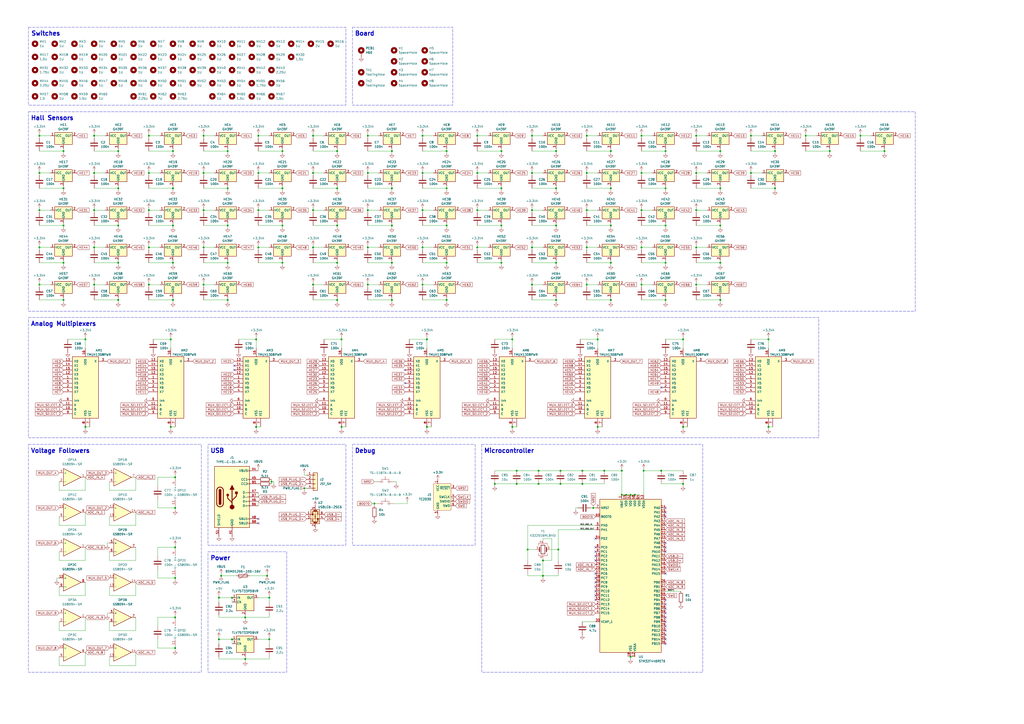
<source format=kicad_sch>
(kicad_sch (version 20250114) (generator "eeschema") (generator_version "9.0")
  (paper "A2")
  (rectangle (start 279.4 257.81) (end 407.67 389.89) (stroke (width 0) (type dash)))
  (rectangle (start 120.65 320.04) (end 166.37 389.89) (stroke (width 0) (type dash)))
  (rectangle (start 16.51 64.77) (end 530.86 180.594) (stroke (width 0) (type dash)))
  (rectangle (start 16.51 15.748) (end 200.66 60.96) (stroke (width 0) (type dash)))
  (rectangle (start 120.65 257.81) (end 200.66 316.23) (stroke (width 0) (type dash)))
  (rectangle (start 204.47 15.748) (end 262.636 60.96) (stroke (width 0) (type dash)))
  (rectangle (start 16.51 184.15) (end 474.98 254) (stroke (width 0) (type dash)))
  (rectangle (start 16.51 257.81) (end 116.84 389.89) (stroke (width 0) (type dash)))
  (rectangle (start 204.47 257.81) (end 275.59 316.23) (stroke (width 0) (type dash)))
  (text "Microcontroller" (at 280.67 261.62 0) (effects (font (size 2.54 2.54) (thickness 0.508) (bold yes)) (justify left)))
  (text "Switches" (at 18.034 19.558 0) (effects (font (size 2.54 2.54) (thickness 0.508) (bold yes)) (justify left)))
  (text "USB" (at 121.92 261.62 0) (effects (font (size 2.54 2.54) (thickness 0.508) (bold yes)) (justify left)))
  (text "Debug" (at 205.74 261.62 0) (effects (font (size 2.54 2.54) (thickness 0.508) (bold yes)) (justify left)))
  (text "Voltage Followers" (at 17.78 261.62 0) (effects (font (size 2.54 2.54) (thickness 0.508) (bold yes)) (justify left)))
  (text "Hall Sensors" (at 17.78 68.58 0) (effects (font (size 2.54 2.54) (thickness 0.508) (bold yes)) (justify left)))
  (text "Power" (at 121.92 323.85 0) (effects (font (size 2.54 2.54) (thickness 0.508) (bold yes)) (justify left)))
  (text "Board" (at 205.74 19.558 0) (effects (font (size 2.54 2.54) (thickness 0.508) (bold yes)) (justify left)))
  (text "Analog Multiplexers" (at 17.78 187.96 0) (effects (font (size 2.54 2.54) (thickness 0.508) (bold yes)) (justify left)))
  (junction (at 373.38 273.05))
  (junction (at 101.6 294.64))
  (junction (at 314.96 325.12))
  (junction (at 100.33 173.99))
  (junction (at 100.33 87.63))
  (junction (at 156.21 370.84))
  (junction (at 340.36 78.74))
  (junction (at 36.83 173.99))
  (junction (at 276.86 100.33))
  (junction (at 513.08 87.63))
  (junction (at 68.58 109.22))
  (junction (at 325.12 280.67))
  (junction (at 417.83 130.81))
  (junction (at 354.33 87.63))
  (junction (at 354.33 130.81))
  (junction (at 54.61 165.1))
  (junction (at 142.24 358.14))
  (junction (at 132.08 87.63))
  (junction (at 132.08 130.81))
  (junction (at 227.33 130.81))
  (junction (at 156.21 346.71))
  (junction (at 354.33 152.4))
  (junction (at 259.08 173.99))
  (junction (at 372.11 165.1))
  (junction (at 163.83 152.4))
  (junction (at 322.58 109.22))
  (junction (at 118.11 121.92))
  (junction (at 68.58 152.4))
  (junction (at 290.83 109.22))
  (junction (at 149.86 78.74))
  (junction (at 259.08 130.81))
  (junction (at 322.58 130.81))
  (junction (at 68.58 130.81))
  (junction (at 99.06 196.85))
  (junction (at 287.02 280.67))
  (junction (at 49.53 196.85))
  (junction (at 259.08 109.22))
  (junction (at 195.58 152.4))
  (junction (at 467.36 78.74))
  (junction (at 245.11 143.51))
  (junction (at 308.61 78.74))
  (junction (at 100.33 152.4))
  (junction (at 360.68 287.02))
  (junction (at 22.86 121.92))
  (junction (at 142.24 382.27))
  (junction (at 101.6 276.86))
  (junction (at 337.82 273.05))
  (junction (at 118.11 143.51))
  (junction (at 22.86 143.51))
  (junction (at 132.08 173.99))
  (junction (at 323.85 318.77))
  (junction (at 149.86 143.51))
  (junction (at 314.96 334.01))
  (junction (at 322.58 152.4))
  (junction (at 245.11 121.92))
  (junction (at 259.08 87.63))
  (junction (at 403.86 165.1))
  (junction (at 449.58 87.63))
  (junction (at 36.83 130.81))
  (junction (at 100.33 109.22))
  (junction (at 227.33 87.63))
  (junction (at 213.36 78.74))
  (junction (at 354.33 109.22))
  (junction (at 181.61 121.92))
  (junction (at 346.71 247.65))
  (junction (at 445.77 196.85))
  (junction (at 54.61 78.74))
  (junction (at 322.58 173.99))
  (junction (at 154.94 334.01))
  (junction (at 148.59 247.65))
  (junction (at 181.61 100.33))
  (junction (at 481.33 87.63))
  (junction (at 445.77 247.65))
  (junction (at 54.61 121.92))
  (junction (at 322.58 87.63))
  (junction (at 118.11 78.74))
  (junction (at 312.42 280.67))
  (junction (at 386.08 152.4))
  (junction (at 68.58 173.99))
  (junction (at 127 370.84))
  (junction (at 247.65 196.85))
  (junction (at 163.83 109.22))
  (junction (at 176.53 283.21))
  (junction (at 354.33 173.99))
  (junction (at 308.61 121.92))
  (junction (at 198.12 247.65))
  (junction (at 386.08 173.99))
  (junction (at 128.27 334.01))
  (junction (at 245.11 78.74))
  (junction (at 22.86 100.33))
  (junction (at 22.86 165.1))
  (junction (at 132.08 109.22))
  (junction (at 101.6 358.14))
  (junction (at 386.08 87.63))
  (junction (at 195.58 109.22))
  (junction (at 213.36 121.92))
  (junction (at 403.86 100.33))
  (junction (at 213.36 143.51))
  (junction (at 127 346.71))
  (junction (at 101.6 375.92))
  (junction (at 299.72 273.05))
  (junction (at 299.72 280.67))
  (junction (at 337.82 280.67))
  (junction (at 340.36 165.1))
  (junction (at 163.83 130.81))
  (junction (at 449.58 109.22))
  (junction (at 86.36 78.74))
  (junction (at 149.86 121.92))
  (junction (at 365.76 287.02))
  (junction (at 227.33 173.99))
  (junction (at 386.08 130.81))
  (junction (at 386.08 109.22))
  (junction (at 308.61 100.33))
  (junction (at 86.36 121.92))
  (junction (at 396.24 247.65))
  (junction (at 276.86 143.51))
  (junction (at 365.76 381))
  (junction (at 54.61 100.33))
  (junction (at 149.86 100.33))
  (junction (at 290.83 152.4))
  (junction (at 276.86 121.92))
  (junction (at 340.36 100.33))
  (junction (at 118.11 165.1))
  (junction (at 118.11 100.33))
  (junction (at 372.11 121.92))
  (junction (at 22.86 78.74))
  (junction (at 360.68 273.05))
  (junction (at 54.61 143.51))
  (junction (at 100.33 130.81))
  (junction (at 99.06 247.65))
  (junction (at 247.65 247.65))
  (junction (at 435.61 100.33))
  (junction (at 68.58 87.63))
  (junction (at 132.08 152.4))
  (junction (at 363.22 287.02))
  (junction (at 340.36 143.51))
  (junction (at 86.36 100.33))
  (junction (at 403.86 121.92))
  (junction (at 134.62 346.71))
  (junction (at 340.36 121.92))
  (junction (at 308.61 143.51))
  (junction (at 101.6 335.28))
  (junction (at 195.58 87.63))
  (junction (at 86.36 165.1))
  (junction (at 101.6 317.5))
  (junction (at 163.83 87.63))
  (junction (at 181.61 78.74))
  (junction (at 290.83 130.81))
  (junction (at 195.58 173.99))
  (junction (at 217.17 292.1))
  (junction (at 181.61 143.51))
  (junction (at 417.83 87.63))
  (junction (at 396.24 280.67))
  (junction (at 403.86 143.51))
  (junction (at 297.18 247.65))
  (junction (at 213.36 100.33))
  (junction (at 344.17 294.64))
  (junction (at 396.24 196.85))
  (junction (at 181.61 165.1))
  (junction (at 372.11 143.51))
  (junction (at 36.83 87.63))
  (junction (at 290.83 87.63))
  (junction (at 36.83 152.4))
  (junction (at 417.83 152.4))
  (junction (at 245.11 165.1))
  (junction (at 195.58 130.81))
  (junction (at 383.54 273.05))
  (junction (at 86.36 143.51))
  (junction (at 306.07 318.77))
  (junction (at 372.11 78.74))
  (junction (at 308.61 165.1))
  (junction (at 403.86 78.74))
  (junction (at 213.36 165.1))
  (junction (at 227.33 152.4))
  (junction (at 435.61 78.74))
  (junction (at 312.42 273.05))
  (junction (at 198.12 196.85))
  (junction (at 499.11 78.74))
  (junction (at 346.71 196.85))
  (junction (at 157.48 279.4))
  (junction (at 297.18 196.85))
  (junction (at 245.11 100.33))
  (junction (at 417.83 109.22))
  (junction (at 325.12 273.05))
  (junction (at 259.08 152.4))
  (junction (at 417.83 173.99))
  (junction (at 49.53 247.65))
  (junction (at 148.59 196.85))
  (junction (at 134.62 370.84))
  (junction (at 227.33 109.22))
  (junction (at 368.3 287.02))
  (junction (at 350.52 273.05))
  (junction (at 276.86 78.74))
  (junction (at 372.11 100.33))
  (junction (at 36.83 109.22))
  (no_connect (at 135.89 212.09))
  (no_connect (at 386.08 350.52))
  (no_connect (at 386.08 299.72))
  (no_connect (at 234.95 222.25))
  (no_connect (at 386.08 363.22))
  (no_connect (at 386.08 370.84))
  (no_connect (at 383.54 224.79))
  (no_connect (at 345.44 345.44))
  (no_connect (at 345.44 340.36))
  (no_connect (at 345.44 347.98))
  (no_connect (at 345.44 332.74))
  (no_connect (at 386.08 355.6))
  (no_connect (at 386.08 320.04))
  (no_connect (at 386.08 314.96))
  (no_connect (at 345.44 312.42))
  (no_connect (at 386.08 360.68))
  (no_connect (at 345.44 325.12))
  (no_connect (at 386.08 297.18))
  (no_connect (at 386.08 358.14))
  (no_connect (at 386.08 365.76))
  (no_connect (at 386.08 353.06))
  (no_connect (at 345.44 337.82))
  (no_connect (at 149.86 303.53))
  (no_connect (at 345.44 342.9))
  (no_connect (at 386.08 294.64))
  (no_connect (at 345.44 322.58))
  (no_connect (at 234.95 214.63))
  (no_connect (at 345.44 317.5))
  (no_connect (at 135.89 214.63))
  (no_connect (at 386.08 332.74))
  (no_connect (at 386.08 368.3))
  (no_connect (at 386.08 373.38))
  (no_connect (at 386.08 317.5))
  (no_connect (at 386.08 347.98))
  (no_connect (at 345.44 335.28))
  (no_connect (at 345.44 320.04))
  (no_connect (at 149.86 300.99))
  (wire (pts (xy 417.83 109.22) (xy 417.83 107.95)))
  (wire (pts (xy 354.33 87.63) (xy 354.33 86.36)))
  (wire (pts (xy 195.58 173.99) (xy 195.58 175.26)))
  (wire (pts (xy 435.61 196.85) (xy 445.77 196.85)))
  (wire (pts (xy 245.11 87.63) (xy 259.08 87.63)))
  (wire (pts (xy 36.83 173.99) (xy 36.83 175.26)))
  (wire (pts (xy 365.76 382.27) (xy 365.76 381)))
  (wire (pts (xy 68.58 87.63) (xy 68.58 88.9)))
  (wire (pts (xy 354.33 130.81) (xy 354.33 129.54)))
  (wire (pts (xy 54.61 87.63) (xy 68.58 87.63)))
  (wire (pts (xy 276.86 121.92) (xy 276.86 123.19)))
  (wire (pts (xy 163.83 152.4) (xy 163.83 151.13)))
  (wire (pts (xy 322.58 130.81) (xy 322.58 132.08)))
  (wire (pts (xy 101.6 374.65) (xy 101.6 375.92)))
  (wire (pts (xy 86.36 100.33) (xy 92.71 100.33)))
  (wire (pts (xy 342.9 294.64) (xy 344.17 294.64)))
  (wire (pts (xy 227.33 109.22) (xy 227.33 110.49)))
  (wire (pts (xy 181.61 120.65) (xy 181.61 121.92)))
  (wire (pts (xy 163.83 87.63) (xy 163.83 86.36)))
  (wire (pts (xy 299.72 280.67) (xy 312.42 280.67)))
  (wire (pts (xy 247.65 196.85) (xy 247.65 201.93)))
  (wire (pts (xy 127 370.84) (xy 134.62 370.84)))
  (wire (pts (xy 63.5 279.4) (xy 63.5 284.48)))
  (wire (pts (xy 360.68 273.05) (xy 360.68 287.02)))
  (wire (pts (xy 340.36 109.22) (xy 354.33 109.22)))
  (wire (pts (xy 22.86 100.33) (xy 22.86 101.6)))
  (wire (pts (xy 49.53 196.85) (xy 49.53 201.93)))
  (wire (pts (xy 276.86 99.06) (xy 276.86 100.33)))
  (wire (pts (xy 149.86 99.06) (xy 149.86 100.33)))
  (wire (pts (xy 259.08 87.63) (xy 259.08 86.36)))
  (wire (pts (xy 158.75 280.67) (xy 158.75 279.4)))
  (wire (pts (xy 157.48 279.4) (xy 157.48 280.67)))
  (wire (pts (xy 435.61 99.06) (xy 435.61 100.33)))
  (wire (pts (xy 149.86 143.51) (xy 149.86 144.78)))
  (wire (pts (xy 217.17 292.1) (xy 217.17 293.37)))
  (wire (pts (xy 99.06 248.92) (xy 99.06 247.65)))
  (wire (pts (xy 383.54 273.05) (xy 396.24 273.05)))
  (wire (pts (xy 63.5 320.04) (xy 63.5 325.12)))
  (wire (pts (xy 100.33 130.81) (xy 100.33 129.54)))
  (wire (pts (xy 54.61 152.4) (xy 68.58 152.4)))
  (wire (pts (xy 213.36 120.65) (xy 213.36 121.92)))
  (wire (pts (xy 34.29 386.08) (xy 49.53 386.08)))
  (wire (pts (xy 372.11 78.74) (xy 378.46 78.74)))
  (wire (pts (xy 344.17 294.64) (xy 345.44 294.64)))
  (wire (pts (xy 276.86 143.51) (xy 276.86 144.78)))
  (wire (pts (xy 403.86 100.33) (xy 410.21 100.33)))
  (wire (pts (xy 372.11 78.74) (xy 372.11 80.01)))
  (wire (pts (xy 314.96 325.12) (xy 314.96 334.01)))
  (wire (pts (xy 132.08 173.99) (xy 132.08 175.26)))
  (wire (pts (xy 403.86 165.1) (xy 403.86 166.37)))
  (wire (pts (xy 86.36 152.4) (xy 100.33 152.4)))
  (wire (pts (xy 86.36 142.24) (xy 86.36 143.51)))
  (wire (pts (xy 68.58 173.99) (xy 68.58 172.72)))
  (wire (pts (xy 34.29 304.8) (xy 49.53 304.8)))
  (wire (pts (xy 36.83 109.22) (xy 36.83 110.49)))
  (wire (pts (xy 276.86 109.22) (xy 290.83 109.22)))
  (wire (pts (xy 91.44 358.14) (xy 101.6 358.14)))
  (wire (pts (xy 213.36 143.51) (xy 219.71 143.51)))
  (wire (pts (xy 142.24 358.14) (xy 156.21 358.14)))
  (wire (pts (xy 245.11 121.92) (xy 245.11 123.19)))
  (wire (pts (xy 276.86 78.74) (xy 283.21 78.74)))
  (wire (pts (xy 138.43 196.85) (xy 148.59 196.85)))
  (wire (pts (xy 22.86 120.65) (xy 22.86 121.92)))
  (wire (pts (xy 213.36 130.81) (xy 227.33 130.81)))
  (wire (pts (xy 417.83 152.4) (xy 417.83 153.67)))
  (wire (pts (xy 372.11 143.51) (xy 378.46 143.51)))
  (wire (pts (xy 247.65 247.65) (xy 250.19 247.65)))
  (wire (pts (xy 237.49 196.85) (xy 247.65 196.85)))
  (wire (pts (xy 54.61 121.92) (xy 54.61 123.19)))
  (wire (pts (xy 34.29 320.04) (xy 34.29 325.12)))
  (wire (pts (xy 68.58 173.99) (xy 68.58 175.26)))
  (wire (pts (xy 276.86 120.65) (xy 276.86 121.92)))
  (wire (pts (xy 100.33 87.63) (xy 100.33 88.9)))
  (wire (pts (xy 346.71 248.92) (xy 346.71 247.65)))
  (wire (pts (xy 365.76 381) (xy 368.3 381)))
  (wire (pts (xy 118.11 165.1) (xy 124.46 165.1)))
  (wire (pts (xy 118.11 143.51) (xy 118.11 144.78)))
  (wire (pts (xy 435.61 100.33) (xy 435.61 101.6)))
  (wire (pts (xy 308.61 77.47) (xy 308.61 78.74)))
  (wire (pts (xy 386.08 152.4) (xy 386.08 151.13)))
  (wire (pts (xy 276.86 100.33) (xy 283.21 100.33)))
  (wire (pts (xy 54.61 100.33) (xy 54.61 101.6)))
  (wire (pts (xy 22.86 142.24) (xy 22.86 143.51)))
  (wire (pts (xy 91.44 294.64) (xy 101.6 294.64)))
  (wire (pts (xy 372.11 152.4) (xy 386.08 152.4)))
  (wire (pts (xy 445.77 248.92) (xy 445.77 247.65)))
  (wire (pts (xy 336.55 196.85) (xy 346.71 196.85)))
  (wire (pts (xy 297.18 247.65) (xy 299.72 247.65)))
  (wire (pts (xy 101.6 294.64) (xy 101.6 295.91)))
  (wire (pts (xy 34.29 345.44) (xy 34.29 340.36)))
  (wire (pts (xy 215.9 292.1) (xy 217.17 292.1)))
  (wire (pts (xy 259.08 130.81) (xy 259.08 129.54)))
  (wire (pts (xy 91.44 317.5) (xy 101.6 317.5)))
  (wire (pts (xy 417.83 173.99) (xy 417.83 175.26)))
  (wire (pts (xy 259.08 173.99) (xy 259.08 172.72)))
  (wire (pts (xy 229.87 279.4) (xy 229.87 280.67)))
  (wire (pts (xy 396.24 196.85) (xy 396.24 201.93)))
  (wire (pts (xy 149.86 77.47) (xy 149.86 78.74)))
  (wire (pts (xy 396.24 248.92) (xy 396.24 247.65)))
  (wire (pts (xy 54.61 78.74) (xy 54.61 80.01)))
  (wire (pts (xy 403.86 165.1) (xy 410.21 165.1)))
  (wire (pts (xy 245.11 99.06) (xy 245.11 100.33)))
  (wire (pts (xy 88.9 196.85) (xy 99.06 196.85)))
  (wire (pts (xy 334.01 294.64) (xy 334.01 295.91)))
  (wire (pts (xy 86.36 165.1) (xy 86.36 166.37)))
  (wire (pts (xy 245.11 152.4) (xy 259.08 152.4)))
  (wire (pts (xy 187.96 196.85) (xy 198.12 196.85)))
  (wire (pts (xy 245.11 142.24) (xy 245.11 143.51)))
  (wire (pts (xy 368.3 287.02) (xy 370.84 287.02)))
  (wire (pts (xy 308.61 165.1) (xy 308.61 166.37)))
  (wire (pts (xy 481.33 87.63) (xy 481.33 86.36)))
  (wire (pts (xy 49.53 195.58) (xy 49.53 196.85)))
  (wire (pts (xy 445.77 195.58) (xy 445.77 196.85)))
  (wire (pts (xy 467.36 77.47) (xy 467.36 78.74)))
  (wire (pts (xy 54.61 165.1) (xy 60.96 165.1)))
  (wire (pts (xy 176.53 284.48) (xy 176.53 283.21)))
  (wire (pts (xy 227.33 87.63) (xy 227.33 88.9)))
  (wire (pts (xy 127 356.87) (xy 127 358.14)))
  (wire (pts (xy 259.08 109.22) (xy 259.08 107.95)))
  (wire (pts (xy 467.36 87.63) (xy 481.33 87.63)))
  (wire (pts (xy 118.11 143.51) (xy 124.46 143.51)))
  (wire (pts (xy 86.36 121.92) (xy 86.36 123.19)))
  (wire (pts (xy 91.44 289.56) (xy 91.44 294.64)))
  (wire (pts (xy 86.36 120.65) (xy 86.36 121.92)))
  (wire (pts (xy 99.06 196.85) (xy 99.06 201.93)))
  (wire (pts (xy 149.86 370.84) (xy 156.21 370.84)))
  (wire (pts (xy 308.61 163.83) (xy 308.61 165.1)))
  (wire (pts (xy 22.86 130.81) (xy 36.83 130.81)))
  (wire (pts (xy 100.33 87.63) (xy 100.33 86.36)))
  (wire (pts (xy 403.86 130.81) (xy 417.83 130.81)))
  (wire (pts (xy 386.08 173.99) (xy 386.08 172.72)))
  (wire (pts (xy 149.86 130.81) (xy 163.83 130.81)))
  (wire (pts (xy 149.86 78.74) (xy 149.86 80.01)))
  (wire (pts (xy 195.58 130.81) (xy 195.58 132.08)))
  (wire (pts (xy 259.08 109.22) (xy 259.08 110.49)))
  (wire (pts (xy 245.11 77.47) (xy 245.11 78.74)))
  (wire (pts (xy 149.86 143.51) (xy 156.21 143.51)))
  (wire (pts (xy 290.83 130.81) (xy 290.83 129.54)))
  (wire (pts (xy 86.36 109.22) (xy 100.33 109.22)))
  (wire (pts (xy 34.29 299.72) (xy 34.29 304.8)))
  (wire (pts (xy 403.86 143.51) (xy 403.86 144.78)))
  (wire (pts (xy 118.11 152.4) (xy 132.08 152.4)))
  (wire (pts (xy 236.22 290.83) (xy 236.22 292.1)))
  (wire (pts (xy 276.86 121.92) (xy 283.21 121.92)))
  (wire (pts (xy 311.15 318.77) (xy 306.07 318.77)))
  (wire (pts (xy 314.96 335.28) (xy 314.96 334.01)))
  (wire (pts (xy 22.86 78.74) (xy 29.21 78.74)))
  (wire (pts (xy 100.33 152.4) (xy 100.33 151.13)))
  (wire (pts (xy 323.85 334.01) (xy 323.85 332.74)))
  (wire (pts (xy 198.12 196.85) (xy 198.12 201.93)))
  (wire (pts (xy 49.53 297.18) (xy 49.53 304.8)))
  (wire (pts (xy 372.11 173.99) (xy 386.08 173.99)))
  (wire (pts (xy 297.18 196.85) (xy 297.18 201.93)))
  (wire (pts (xy 63.5 304.8) (xy 78.74 304.8)))
  (wire (pts (xy 86.36 163.83) (xy 86.36 165.1)))
  (wire (pts (xy 213.36 165.1) (xy 219.71 165.1)))
  (wire (pts (xy 373.38 273.05) (xy 373.38 287.02)))
  (wire (pts (xy 49.53 345.44) (xy 34.29 345.44)))
  (wire (pts (xy 118.11 78.74) (xy 124.46 78.74)))
  (wire (pts (xy 54.61 130.81) (xy 68.58 130.81)))
  (wire (pts (xy 68.58 109.22) (xy 68.58 110.49)))
  (wire (pts (xy 118.11 130.81) (xy 132.08 130.81)))
  (wire (pts (xy 340.36 143.51) (xy 340.36 144.78)))
  (wire (pts (xy 34.29 360.68) (xy 34.29 365.76)))
  (wire (pts (xy 181.61 100.33) (xy 181.61 101.6)))
  (wire (pts (xy 118.11 78.74) (xy 118.11 80.01)))
  (wire (pts (xy 181.61 142.24) (xy 181.61 143.51)))
  (wire (pts (xy 181.61 121.92) (xy 187.96 121.92)))
  (wire (pts (xy 22.86 165.1) (xy 29.21 165.1)))
  (wire (pts (xy 228.6 279.4) (xy 229.87 279.4)))
  (wire (pts (xy 181.61 77.47) (xy 181.61 78.74)))
  (wire (pts (xy 127 346.71) (xy 134.62 346.71)))
  (wire (pts (xy 134.62 346.71) (xy 134.62 349.25)))
  (wire (pts (xy 63.5 360.68) (xy 63.5 365.76)))
  (wire (pts (xy 91.44 358.14) (xy 91.44 363.22)))
  (wire (pts (xy 49.53 247.65) (xy 52.07 247.65)))
  (wire (pts (xy 54.61 142.24) (xy 54.61 143.51)))
  (wire (pts (xy 259.08 173.99) (xy 259.08 175.26)))
  (wire (pts (xy 213.36 77.47) (xy 213.36 78.74)))
  (wire (pts (xy 181.61 99.06) (xy 181.61 100.33)))
  (wire (pts (xy 195.58 109.22) (xy 195.58 110.49)))
  (wire (pts (xy 259.08 130.81) (xy 259.08 132.08)))
  (wire (pts (xy 499.11 78.74) (xy 499.11 80.01)))
  (wire (pts (xy 22.86 77.47) (xy 22.86 78.74)))
  (wire (pts (xy 22.86 143.51) (xy 29.21 143.51)))
  (wire (pts (xy 499.11 87.63) (xy 513.08 87.63)))
  (wire (pts (xy 195.58 109.22) (xy 195.58 107.95)))
  (wire (pts (xy 386.08 130.81) (xy 386.08 132.08)))
  (wire (pts (xy 276.86 77.47) (xy 276.86 78.74)))
  (wire (pts (xy 213.36 121.92) (xy 213.36 123.19)))
  (wire (pts (xy 63.5 355.6) (xy 62.23 355.6)))
  (wire (pts (xy 63.5 386.08) (xy 78.74 386.08)))
  (wire (pts (xy 68.58 130.81) (xy 68.58 132.08)))
  (wire (pts (xy 158.75 279.4) (xy 157.48 279.4)))
  (wire (pts (xy 91.44 335.28) (xy 101.6 335.28)))
  (wire (pts (xy 287.02 196.85) (xy 297.18 196.85)))
  (wire (pts (xy 435.61 78.74) (xy 435.61 80.01)))
  (wire (pts (xy 118.11 173.99) (xy 132.08 173.99)))
  (wire (pts (xy 91.44 276.86) (xy 101.6 276.86)))
  (wire (pts (xy 86.36 143.51) (xy 86.36 144.78)))
  (wire (pts (xy 276.86 143.51) (xy 283.21 143.51)))
  (wire (pts (xy 386.08 109.22) (xy 386.08 107.95)))
  (wire (pts (xy 217.17 292.1) (xy 218.44 292.1)))
  (wire (pts (xy 54.61 143.51) (xy 54.61 144.78)))
  (wire (pts (xy 312.42 273.05) (xy 325.12 273.05)))
  (wire (pts (xy 308.61 78.74) (xy 314.96 78.74)))
  (wire (pts (xy 132.08 152.4) (xy 132.08 151.13)))
  (wire (pts (xy 403.86 120.65) (xy 403.86 121.92)))
  (wire (pts (xy 308.61 109.22) (xy 322.58 109.22)))
  (wire (pts (xy 337.82 273.05) (xy 350.52 273.05)))
  (wire (pts (xy 403.86 121.92) (xy 403.86 123.19)))
  (wire (pts (xy 340.36 99.06) (xy 340.36 100.33)))
  (wire (pts (xy 101.6 334.01) (xy 101.6 335.28)))
  (wire (pts (xy 33.02 335.28) (xy 33.02 336.55)))
  (wire (pts (xy 372.11 87.63) (xy 386.08 87.63)))
  (wire (pts (xy 354.33 130.81) (xy 354.33 132.08)))
  (wire (pts (xy 142.24 382.27) (xy 142.24 381)))
  (wire (pts (xy 449.58 87.63) (xy 449.58 86.36)))
  (wire (pts (xy 149.86 109.22) (xy 163.83 109.22)))
  (wire (pts (xy 22.86 100.33) (xy 29.21 100.33)))
  (wire (pts (xy 245.11 163.83) (xy 245.11 165.1)))
  (wire (pts (xy 118.11 165.1) (xy 118.11 166.37)))
  (wire (pts (xy 227.33 173.99) (xy 227.33 175.26)))
  (wire (pts (xy 227.33 152.4) (xy 227.33 153.67)))
  (wire (pts (xy 372.11 121.92) (xy 372.11 123.19)))
  (wire (pts (xy 346.71 195.58) (xy 346.71 196.85)))
  (wire (pts (xy 213.36 100.33) (xy 219.71 100.33)))
  (wire (pts (xy 306.07 318.77) (xy 306.07 304.8)))
  (wire (pts (xy 322.58 152.4) (xy 322.58 153.67)))
  (wire (pts (xy 36.83 152.4) (xy 36.83 151.13)))
  (wire (pts (xy 386.08 173.99) (xy 386.08 175.26)))
  (wire (pts (xy 91.44 317.5) (xy 91.44 322.58)))
  (wire (pts (xy 325.12 280.67) (xy 337.82 280.67)))
  (wire (pts (xy 86.36 77.47) (xy 86.36 78.74)))
  (wire (pts (xy 247.65 248.92) (xy 247.65 247.65)))
  (wire (pts (xy 100.33 109.22) (xy 100.33 107.95)))
  (wire (pts (xy 320.04 325.12) (xy 314.96 325.12)))
  (wire (pts (xy 118.11 121.92) (xy 124.46 121.92)))
  (wire (pts (xy 403.86 173.99) (xy 417.83 173.99)))
  (wire (pts (xy 449.58 109.22) (xy 449.58 110.49)))
  (wire (pts (xy 78.74 297.18) (xy 78.74 304.8)))
  (wire (pts (xy 149.86 271.78) (xy 149.86 273.05)))
  (wire (pts (xy 467.36 78.74) (xy 467.36 80.01)))
  (wire (pts (xy 86.36 165.1) (xy 92.71 165.1)))
  (wire (pts (xy 227.33 109.22) (xy 227.33 107.95)))
  (wire (pts (xy 354.33 87.63) (xy 354.33 88.9)))
  (wire (pts (xy 337.82 360.68) (xy 345.44 360.68)))
  (wire (pts (xy 181.61 165.1) (xy 181.61 166.37)))
  (wire (pts (xy 297.18 248.92) (xy 297.18 247.65)))
  (wire (pts (xy 417.83 87.63) (xy 417.83 88.9)))
  (wire (pts (xy 156.21 346.71) (xy 156.21 349.25)))
  (wire (pts (xy 417.83 173.99) (xy 417.83 172.72)))
  (wire (pts (xy 54.61 121.92) (xy 60.96 121.92)))
  (wire (pts (xy 132.08 109.22) (xy 132.08 107.95)))
  (wire (pts (xy 68.58 109.22) (xy 68.58 107.95)))
  (wire (pts (xy 176.53 283.21) (xy 177.8 283.21)))
  (wire (pts (xy 322.58 173.99) (xy 322.58 172.72)))
  (wire (pts (xy 245.11 165.1) (xy 245.11 166.37)))
  (wire (pts (xy 118.11 121.92) (xy 118.11 123.19)))
  (wire (pts (xy 308.61 121.92) (xy 308.61 123.19)))
  (wire (pts (xy 314.96 312.42) (xy 320.04 312.42)))
  (wire (pts (xy 78.74 386.08) (xy 78.74 378.46)))
  (wire (pts (xy 213.36 99.06) (xy 213.36 100.33)))
  (wire (pts (xy 22.86 78.74) (xy 22.86 80.01)))
  (wire (pts (xy 118.11 100.33) (xy 124.46 100.33)))
  (wire (pts (xy 403.86 77.47) (xy 403.86 78.74)))
  (wire (pts (xy 245.11 120.65) (xy 245.11 121.92)))
  (wire (pts (xy 132.08 173.99) (xy 132.08 172.72)))
  (wire (pts (xy 354.33 109.22) (xy 354.33 110.49)))
  (wire (pts (xy 403.86 99.06) (xy 403.86 100.33)))
  (wire (pts (xy 181.61 165.1) (xy 187.96 165.1)))
  (wire (pts (xy 134.62 370.84) (xy 134.62 373.38)))
  (wire (pts (xy 177.8 275.59) (xy 176.53 275.59)))
  (wire (pts (xy 308.61 121.92) (xy 314.96 121.92)))
  (wire (pts (xy 213.36 100.33) (xy 213.36 101.6)))
  (wire (pts (xy 372.11 143.51) (xy 372.11 144.78)))
  (wire (pts (xy 245.11 143.51) (xy 251.46 143.51)))
  (wire (pts (xy 181.61 173.99) (xy 195.58 173.99)))
  (wire (pts (xy 467.36 78.74) (xy 473.71 78.74)))
  (wire (pts (xy 287.02 273.05) (xy 299.72 273.05)))
  (wire (pts (xy 149.86 121.92) (xy 149.86 123.19)))
  (wire (pts (xy 149.86 120.65) (xy 149.86 121.92)))
  (wire (pts (xy 181.61 100.33) (xy 187.96 100.33)))
  (wire (pts (xy 195.58 87.63) (xy 195.58 88.9)))
  (wire (pts (xy 290.83 109.22) (xy 290.83 107.95)))
  (wire (pts (xy 54.61 173.99) (xy 68.58 173.99)))
  (wire (pts (xy 62.23 355.6) (xy 62.23 356.87)))
  (wire (pts (xy 403.86 142.24) (xy 403.86 143.51)))
  (wire (pts (xy 290.83 152.4) (xy 290.83 151.13)))
  (wire (pts (xy 49.53 365.76) (xy 49.53 358.14)))
  (wire (pts (xy 340.36 165.1) (xy 340.36 166.37)))
  (wire (pts (xy 245.11 165.1) (xy 251.46 165.1)))
  (wire (pts (xy 386.08 152.4) (xy 386.08 153.67)))
  (wire (pts (xy 181.61 152.4) (xy 195.58 152.4)))
  (wire (pts (xy 308.61 87.63) (xy 322.58 87.63)))
  (wire (pts (xy 435.61 100.33) (xy 441.96 100.33)))
  (wire (pts (xy 360.68 287.02) (xy 363.22 287.02)))
  (wire (pts (xy 22.86 99.06) (xy 22.86 100.33)))
  (wire (pts (xy 312.42 280.67) (xy 325.12 280.67)))
  (wire (pts (xy 386.08 109.22) (xy 386.08 110.49)))
  (wire (pts (xy 299.72 273.05) (xy 312.42 273.05)))
  (wire (pts (xy 181.61 121.92) (xy 181.61 123.19)))
  (wire (pts (xy 354.33 152.4) (xy 354.33 151.13)))
  (wire (pts (xy 22.86 121.92) (xy 22.86 123.19)))
  (wire (pts (xy 306.07 332.74) (xy 306.07 334.01)))
  (wire (pts (xy 340.36 143.51) (xy 346.71 143.51)))
  (wire (pts (xy 148.59 247.65) (xy 151.13 247.65)))
  (wire (pts (xy 290.83 87.63) (xy 290.83 88.9)))
  (wire (pts (xy 259.08 87.63) (xy 259.08 88.9)))
  (wire (pts (xy 403.86 78.74) (xy 410.21 78.74)))
  (wire (pts (xy 63.5 299.72) (xy 63.5 304.8)))
  (wire (pts (xy 99.06 247.65) (xy 101.6 247.65)))
  (wire (pts (xy 39.37 196.85) (xy 49.53 196.85)))
  (wire (pts (xy 308.61 130.81) (xy 322.58 130.81)))
  (wire (pts (xy 499.11 78.74) (xy 505.46 78.74)))
  (wire (pts (xy 322.58 130.81) (xy 322.58 129.54)))
  (wire (pts (xy 372.11 165.1) (xy 372.11 166.37)))
  (wire (pts (xy 335.28 294.64) (xy 334.01 294.64)))
  (wire (pts (xy 34.29 284.48) (xy 49.53 284.48)))
  (wire (pts (xy 198.12 248.92) (xy 198.12 247.65)))
  (wire (pts (xy 86.36 143.51) (xy 92.71 143.51)))
  (wire (pts (xy 322.58 173.99) (xy 322.58 175.26)))
  (wire (pts (xy 127 358.14) (xy 142.24 358.14)))
  (wire (pts (xy 181.61 78.74) (xy 181.61 80.01)))
  (wire (pts (xy 350.52 273.05) (xy 360.68 273.05)))
  (wire (pts (xy 373.38 271.78) (xy 373.38 273.05)))
  (wire (pts (xy 372.11 109.22) (xy 386.08 109.22)))
  (wire (pts (xy 54.61 120.65) (xy 54.61 121.92)))
  (wire (pts (xy 132.08 87.63) (xy 132.08 88.9)))
  (wire (pts (xy 68.58 130.81) (xy 68.58 129.54)))
  (wire (pts (xy 403.86 121.92) (xy 410.21 121.92)))
  (wire (pts (xy 54.61 165.1) (xy 54.61 166.37)))
  (wire (pts (xy 308.61 143.51) (xy 308.61 144.78)))
  (wire (pts (xy 372.11 130.81) (xy 386.08 130.81)))
  (wire (pts (xy 449.58 87.63) (xy 449.58 88.9)))
  (wire (pts (xy 213.36 87.63) (xy 227.33 87.63)))
  (wire (pts (xy 372.11 99.06) (xy 372.11 100.33)))
  (wire (pts (xy 314.96 313.69) (xy 314.96 312.42)))
  (wire (pts (xy 22.86 163.83) (xy 22.86 165.1)))
  (wire (pts (xy 340.36 152.4) (xy 354.33 152.4)))
  (wire (pts (xy 86.36 130.81) (xy 100.33 130.81)))
  (wire (pts (xy 373.38 273.05) (xy 383.54 273.05)))
  (wire (pts (xy 91.44 370.84) (xy 91.44 375.92)))
  (wire (pts (xy 22.86 165.1) (xy 22.86 166.37)))
  (wire (pts (xy 101.6 335.28) (xy 101.6 336.55)))
  (wire (pts (xy 195.58 152.4) (xy 195.58 151.13)))
  (wire (pts (xy 156.21 381) (xy 156.21 382.27)))
  (wire (pts (xy 100.33 152.4) (xy 100.33 153.67)))
  (wire (pts (xy 22.86 143.51) (xy 22.86 144.78)))
  (wire (pts (xy 34.29 365.76) (xy 49.53 365.76)))
  (wire (pts (xy 149.86 142.24) (xy 149.86 143.51)))
  (wire (pts (xy 181.61 163.83) (xy 181.61 165.1)))
  (wire (pts (xy 403.86 152.4) (xy 417.83 152.4)))
  (wire (pts (xy 128.27 334.01) (xy 137.16 334.01)))
  (wire (pts (xy 101.6 375.92) (xy 101.6 377.19)))
  (wire (pts (xy 68.58 87.63) (xy 68.58 86.36)))
  (wire (pts (xy 128.27 332.74) (xy 128.27 334.01)))
  (wire (pts (xy 322.58 109.22) (xy 322.58 107.95)))
  (wire (pts (xy 213.36 121.92) (xy 219.71 121.92)))
  (wire (pts (xy 36.83 130.81) (xy 36.83 129.54)))
  (wire (pts (xy 322.58 109.22) (xy 322.58 110.49)))
  (wire (pts (xy 354.33 173.99) (xy 354.33 172.72)))
  (wire (pts (xy 101.6 276.86) (xy 101.6 278.13)))
  (wire (pts (xy 181.61 87.63) (xy 195.58 87.63)))
  (wire (pts (xy 36.83 130.81) (xy 36.83 132.08)))
  (wire (pts (xy 386.08 130.81) (xy 386.08 129.54)))
  (wire (pts (xy 181.61 109.22) (xy 195.58 109.22)))
  (wire (pts (xy 320.04 312.42) (xy 320.04 325.12)))
  (wire (pts (xy 245.11 100.33) (xy 251.46 100.33)))
  (wire (pts (xy 340.36 142.24) (xy 340.36 143.51)))
  (wire (pts (xy 142.24 358.14) (xy 142.24 356.87)))
  (wire (pts (xy 63.5 381) (xy 63.5 386.08)))
  (wire (pts (xy 322.58 87.63) (xy 322.58 86.36)))
  (wire (pts (xy 78.74 325.12) (xy 78.74 317.5)))
  (wire (pts (xy 372.11 77.47) (xy 372.11 78.74)))
  (wire (pts (xy 213.36 109.22) (xy 227.33 109.22)))
  (wire (pts (xy 148.59 248.92) (xy 148.59 247.65)))
  (wire (pts (xy 63.5 345.44) (xy 78.74 345.44)))
  (wire (pts (xy 227.33 130.81) (xy 227.33 132.08)))
  (wire (pts (xy 157.48 278.13) (xy 157.48 279.4)))
  (wire (pts (xy 195.58 130.81) (xy 195.58 129.54)))
  (wire (pts (xy 22.86 121.92) (xy 29.21 121.92)))
  (wire (pts (xy 217.17 279.4) (xy 218.44 279.4)))
  (wire (pts (xy 372.11 100.33) (xy 378.46 100.33)))
  (wire (pts (xy 22.86 152.4) (xy 36.83 152.4)))
  (wire (pts (xy 101.6 316.23) (xy 101.6 317.5)))
  (wire (pts (xy 22.86 109.22) (xy 36.83 109.22)))
  (wire (pts (xy 36.83 87.63) (xy 36.83 86.36)))
  (wire (pts (xy 34.29 325.12) (xy 49.53 325.12)))
  (wire (pts (xy 149.86 285.75) (xy 149.86 288.29)))
  (wire (pts (xy 34.29 381) (xy 34.29 386.08)))
  (wire (pts (xy 101.6 275.59) (xy 101.6 276.86)))
  (wire (pts (xy 227.33 173.99) (xy 227.33 172.72)))
  (wire (pts (xy 322.58 152.4) (xy 322.58 151.13)))
  (wire (pts (xy 290.83 109.22) (xy 290.83 110.49)))
  (wire (pts (xy 68.58 152.4) (xy 68.58 151.13)))
  (wire (pts (xy 372.11 165.1) (xy 378.46 165.1)))
  (wire (pts (xy 198.12 247.65) (xy 200.66 247.65)))
  (wire (pts (xy 118.11 87.63) (xy 132.08 87.63)))
  (wire (pts (xy 132.08 130.81) (xy 132.08 132.08)))
  (wire (pts (xy 372.11 100.33) (xy 372.11 101.6)))
  (wire (pts (xy 308.61 100.33) (xy 314.96 100.33)))
  (wire (pts (xy 308.61 99.06) (xy 308.61 100.33)))
  (wire (pts (xy 54.61 100.33) (xy 60.96 100.33)))
  (wire (pts (xy 118.11 109.22) (xy 132.08 109.22)))
  (wire (pts (xy 100.33 173.99) (xy 100.33 175.26)))
  (wire (pts (xy 149.86 152.4) (xy 163.83 152.4)))
  (wire (pts (xy 323.85 318.77) (xy 323.85 307.34)))
  (wire (pts (xy 344.17 293.37) (xy 344.17 294.64)))
  (wire (pts (xy 396.24 280.67) (xy 396.24 281.94)))
  (wire (pts (xy 213.36 173.99) (xy 227.33 173.99)))
  (wire (pts (xy 308.61 142.24) (xy 308.61 143.51)))
  (wire (pts (xy 63.5 284.48) (xy 78.74 284.48)))
  (wire (pts (xy 132.08 130.81) (xy 132.08 129.54)))
  (wire (pts (xy 340.36 121.92) (xy 340.36 123.19)))
  (wire (pts (xy 386.08 87.63) (xy 386.08 86.36)))
  (wire (pts (xy 213.36 143.51) (xy 213.36 144.78)))
  (wire (pts (xy 340.36 130.81) (xy 354.33 130.81)))
  (wire (pts (xy 435.61 87.63) (xy 449.58 87.63)))
  (wire (pts (xy 340.36 77.47) (xy 340.36 78.74)))
  (wire (pts (xy 499.11 77.47) (xy 499.11 78.74)))
  (wire (pts (xy 417.83 109.22) (xy 417.83 110.49)))
  (wire (pts (xy 118.11 99.06) (xy 118.11 100.33)))
  (wire (pts (xy 86.36 87.63) (xy 100.33 87.63)))
  (wire (pts (xy 54.61 78.74) (xy 60.96 78.74)))
  (wire (pts (xy 34.29 279.4) (xy 34.29 284.48)))
  (wire (pts (xy 36.83 173.99) (xy 36.83 172.72)))
  (wire (pts (xy 290.83 87.63) (xy 290.83 86.36)))
  (wire (pts (xy 132.08 152.4) (xy 132.08 153.67)))
  (wire (pts (xy 127 346.71) (xy 127 349.25)))
  (wire (pts (xy 259.08 152.4) (xy 259.08 153.67)))
  (wire (pts (xy 213.36 163.83) (xy 213.36 165.1)))
  (wire (pts (xy 149.86 290.83) (xy 149.86 293.37)))
  (wire (pts (xy 118.11 163.83) (xy 118.11 165.1)))
  (wire (pts (xy 176.53 275.59) (xy 176.53 274.32)))
  (wire (pts (xy 323.85 307.34) (xy 345.44 307.34)))
  (wire (pts (xy 372.11 142.24) (xy 372.11 143.51)))
  (wire (pts (xy 91.44 276.86) (xy 91.44 281.94)))
  (wire (pts (xy 435.61 78.74) (xy 441.96 78.74)))
  (wire (pts (xy 49.53 276.86) (xy 49.53 284.48)))
  (wire (pts (xy 86.36 121.92) (xy 92.71 121.92)))
  (wire (pts (xy 68.58 152.4) (xy 68.58 153.67)))
  (wire (pts (xy 340.36 173.99) (xy 354.33 173.99)))
  (wire (pts (xy 417.83 152.4) (xy 417.83 151.13)))
  (wire (pts (xy 308.61 143.51) (xy 314.96 143.51)))
  (wire (pts (xy 86.36 99.06) (xy 86.36 100.33)))
  (wire (pts (xy 403.86 143.51) (xy 410.21 143.51)))
  (wire (pts (xy 403.86 78.74) (xy 403.86 80.01)))
  (wire (pts (xy 481.33 87.63) (xy 481.33 88.9)))
  (wire (pts (xy 101.6 356.87) (xy 101.6 358.14)))
  (wire (pts (xy 245.11 130.81) (xy 259.08 130.81)))
  (wire (pts (xy 49.53 386.08) (xy 49.53 378.46)))
  (wire (pts (xy 259.08 152.4) (xy 259.08 151.13)))
  (wire (pts (xy 54.61 99.06) (xy 54.61 100.33)))
  (wire (pts (xy 181.61 143.51) (xy 181.61 144.78)))
  (wire (pts (xy 290.83 152.4) (xy 290.83 153.67)))
  (wire (pts (xy 227.33 87.63) (xy 227.33 86.36)))
  (wire (pts (xy 22.86 87.63) (xy 36.83 87.63)))
  (wire (pts (xy 156.21 369.57) (xy 156.21 370.84)))
  (wire (pts (xy 403.86 109.22) (xy 417.83 109.22)))
  (wire (pts (xy 314.96 334.01) (xy 323.85 334.01)))
  (wire (pts (xy 86.36 100.33) (xy 86.36 101.6)))
  (wire (pts (xy 323.85 318.77) (xy 323.85 325.12)))
  (wire (pts (xy 181.61 130.81) (xy 195.58 130.81)))
  (wire (pts (xy 435.61 109.22) (xy 449.58 109.22)))
  (wire (pts (xy 195.58 173.99) (xy 195.58 172.72)))
  (wire (pts (xy 213.36 78.74) (xy 213.36 80.01)))
  (wire (pts (xy 449.58 109.22) (xy 449.58 107.95)))
  (wire (pts (xy 372.11 120.65) (xy 372.11 121.92)))
  (wire (pts (xy 100.33 173.99) (xy 100.33 172.72)))
  (wire (pts (xy 49.53 248.92) (xy 49.53 247.65)))
  (wire (pts (xy 127 382.27) (xy 142.24 382.27)))
  (wire (pts (xy 149.86 121.92) (xy 156.21 121.92)))
  (wire (pts (xy 308.61 165.1) (xy 314.96 165.1)))
  (wire (pts (xy 417.83 130.81) (xy 417.83 132.08)))
  (wire (pts (xy 346.71 247.65) (xy 349.25 247.65)))
  (wire (pts (xy 54.61 77.47) (xy 54.61 78.74)))
  (wire (pts (xy 276.86 78.74) (xy 276.86 80.01)))
  (wire (pts (xy 78.74 365.76) (xy 78.74 358.14)))
  (wire (pts (xy 54.61 109.22) (xy 68.58 109.22)))
  (wire (pts (xy 198.12 195.58) (xy 198.12 196.85)))
  (wire (pts (xy 308.61 120.65) (xy 308.61 121.92)))
  (wire (pts (xy 417.83 87.63) (xy 417.83 86.36)))
  (wire (pts (xy 181.61 143.51) (xy 187.96 143.51)))
  (wire (pts (xy 383.54 280.67) (xy 396.24 280.67)))
  (wire (pts (xy 63.5 325.12) (xy 78.74 325.12)))
  (wire (pts (xy 99.06 195.58) (xy 99.06 196.85)))
  (wire (pts (xy 86.36 78.74) (xy 92.71 78.74)))
  (wire (pts (xy 340.36 121.92) (xy 346.71 121.92)))
  (wire (pts (xy 386.08 196.85) (xy 396.24 196.85)))
  (wire (pts (xy 195.58 87.63) (xy 195.58 86.36)))
  (wire (pts (xy 340.36 100.33) (xy 340.36 101.6)))
  (wire (pts (xy 132.08 87.63) (xy 132.08 86.36)))
  (wire (pts (xy 149.86 100.33) (xy 156.21 100.33)))
  (wire (pts (xy 513.08 87.63) (xy 513.08 86.36)))
  (wire (pts (xy 417.83 130.81) (xy 417.83 129.54)))
  (wire (pts (xy 163.83 87.63) (xy 163.83 88.9)))
  (wire (pts (xy 78.74 284.48) (xy 78.74 276.86)))
  (wire (pts (xy 340.36 100.33) (xy 346.71 100.33)))
  (wire (pts (xy 78.74 337.82) (xy 78.74 345.44)))
  (wire (pts (xy 322.58 87.63) (xy 322.58 88.9)))
  (wire (pts (xy 142.24 382.27) (xy 142.24 383.54)))
  (wire (pts (xy 54.61 143.51) (xy 60.96 143.51)))
  (wire (pts (xy 148.59 195.58) (xy 148.59 196.85)))
  (wire (pts (xy 36.83 87.63) (xy 36.83 88.9)))
  (wire (pts (xy 118.11 100.33) (xy 118.11 101.6)))
  (wire (pts (xy 318.77 318.77) (xy 323.85 318.77)))
  (wire (pts (xy 149.86 100.33) (xy 149.86 101.6)))
  (wire (pts (xy 247.65 195.58) (xy 247.65 196.85)))
  (wire (pts (xy 142.24 382.27) (xy 156.21 382.27)))
  (wire (pts (xy 287.02 281.94) (xy 287.02 280.67)))
  (wire (pts (xy 297.18 195.58) (xy 297.18 196.85)))
  (wire (pts (xy 163.83 130.81) (xy 163.83 129.54)))
  (wire (pts (xy 354.33 152.4) (xy 354.33 153.67)))
  (wire (pts (xy 101.6 358.14) (xy 101.6 359.41)))
  (wire (pts (xy 340.36 78.74) (xy 340.36 80.01)))
  (wire (pts (xy 149.86 346.71) (xy 156.21 346.71)))
  (wire (pts (xy 49.53 337.82) (xy 49.53 345.44)))
  (wire (pts (xy 236.22 292.1) (xy 228.6 292.1)))
  (wire (pts (xy 354.33 173.99) (xy 354.33 175.26)))
  (wire (pts (xy 386.08 342.9) (xy 394.97 342.9)))
  (wire (pts (xy 91.44 330.2) (xy 91.44 335.28)))
  (wire (pts (xy 245.11 78.74) (xy 245.11 80.01)))
  (wire (pts (xy 22.86 173.99) (xy 36.83 173.99)))
  (wire (pts (xy 118.11 77.47) (xy 118.11 78.74)))
  (wire (pts (xy 156.21 370.84) (xy 156.21 373.38)))
  (wire (pts (xy 290.83 130.81) (xy 290.83 132.08)))
  (wire (pts (xy 396.24 195.58) (xy 396.24 196.85)))
  (wire (pts (xy 149.86 87.63) (xy 163.83 87.63)))
  (wire (pts (xy 245.11 78.74) (xy 251.46 78.74)))
  (wire (pts (xy 163.83 109.22) (xy 163.83 110.49)))
  (wire (pts (xy 142.24 358.14) (xy 142.24 359.41)))
  (wire (pts (xy 306.07 318.77) (xy 306.07 325.12)))
  (wire (pts (xy 127 381) (xy 127 382.27)))
  (wire (pts (xy 245.11 100.33) (xy 245.11 101.6)))
  (wire (pts (xy 308.61 152.4) (xy 322.58 152.4)))
  (wire (pts (xy 163.83 152.4) (xy 163.83 153.67)))
  (wire (pts (xy 101.6 317.5) (xy 101.6 318.77)))
  (wire (pts (xy 154.94 332.74) (xy 154.94 334.01)))
  (wire (pts (xy 213.36 165.1) (xy 213.36 166.37)))
  (wire (pts (xy 340.36 78.74) (xy 346.71 78.74)))
  (wire (pts (xy 63.5 340.36) (xy 63.5 345.44)))
  (wire (pts (xy 403.86 87.63) (xy 417.83 87.63)))
  (wire (pts (xy 100.33 130.81) (xy 100.33 132.08)))
  (wire (pts (xy 365.76 287.02) (xy 368.3 287.02)))
  (wire (pts (xy 372.11 121.92) (xy 378.46 121.92)))
  (wire (pts (xy 513.08 87.63) (xy 513.08 88.9)))
  (wire (pts (xy 127 345.44) (xy 127 346.71)))
  (wire (pts (xy 91.44 375.92) (xy 101.6 375.92)))
  (wire (pts (xy 163.83 130.81) (xy 163.83 132.08)))
  (wire (pts (xy 340.36 120.65) (xy 340.36 121.92)))
  (wire (pts (xy 396.24 247.65) (xy 398.78 247.65)))
  (wire (pts (xy 276.86 130.81) (xy 290.83 130.81)))
  (wire (pts (xy 435.61 77.47) (xy 435.61 78.74)))
  (wire (pts (xy 276.86 152.4) (xy 290.83 152.4)))
  (wire (pts (xy 308.61 173.99) (xy 322.58 173.99)))
  (wire (pts (xy 245.11 109.22) (xy 259.08 109.22)))
  (wire (pts (xy 403.86 100.33) (xy 403.86 101.6)))
  (wire (pts (xy 340.36 163.83) (xy 340.36 165.1)))
  (wire (pts (xy 86.36 78.74) (xy 86.36 80.01)))
  (wire (pts (xy 62.23 316.23) (xy 62.23 314.96)))
  (wire (pts (xy 181.61 78.74) (xy 187.96 78.74)))
  (wire (pts (xy 306.07 334.01) (xy 314.96 334.01)))
  (wire (pts (xy 340.36 87.63) (xy 354.33 87.63)))
  (wire (pts (xy 245.11 121.92) (xy 251.46 121.92)))
  (wire (pts (xy 360.68 271.78) (xy 360.68 273.05)))
  (wire (pts (xy 149.86 78.74) (xy 156.21 78.74)))
  (wire (pts (xy 337.82 280.67) (xy 350.52 280.67)))
  (wire (pts (xy 127 370.84) (xy 127 373.38)))
  (wire (pts (xy 154.94 334.01) (xy 144.78 334.01)))
  (wire (pts (xy 276.86 142.24) (xy 276.86 143.51)))
  (wire (pts (xy 276.86 100.33) (xy 276.86 101.6)))
  (wire (pts (xy 118.11 120.65) (xy 118.11 121.92)))
  (wire (pts (xy 132.08 109.22) (xy 132.08 110.49)))
  (wire (pts (xy 372.11 163.83) (xy 372.11 165.1)))
  (wire (pts (xy 34.29 335.28) (xy 33.02 335.28)))
  (wire (pts (xy 156.21 356.87) (xy 156.21 358.14)))
  (wire (pts (xy 195.58 152.4) (xy 195.58 153.67)))
  (wire (pts (xy 227.33 152.4) (xy 227.33 151.13)))
  (wire (pts (xy 306.07 304.8) (xy 345.44 304.8)))
  (wire (pts (xy 245.11 173.99) (xy 259.08 173.99)))
  (wire (pts (xy 63.5 365.76) (xy 78.74 365.76)))
  (wire (pts (xy 213.36 152.4) (xy 227.33 152.4)))
  (wire (pts (xy 340.36 165.1) (xy 346.71 165.1)))
  (wire (pts (xy 54.61 163.83) (xy 54.61 165.1)))
  (wire (pts (xy 49.53 317.5) (xy 49.53 325.12)))
  (wire (pts (xy 287.02 280.67) (xy 299.72 280.67)))
  (wire (pts (xy 213.36 78.74) (xy 219.71 78.74)))
  (wire (pts (xy 163.83 109.22) (xy 163.83 107.95)))
  (wire (pts (xy 363.22 287.02) (xy 365.76 287.02)))
  (wire (pts (xy 156.21 345.44) (xy 156.21 346.71)))
  (wire (pts (xy 325.12 273.05) (xy 337.82 273.05)))
  (wire (pts (xy 314.96 323.85) (xy 314.96 325.12)))
  (wire (pts (xy 445.77 196.85) (xy 445.77 201.93)))
  (wire (pts (xy 36.83 109.22) (xy 36.83 107.95)))
  (wire (pts (xy 386.08 87.63) (xy 386.08 88.9)))
  (wire (pts (xy 308.61 100.33) (xy 308.61 101.6)))
  (wire (pts (xy 213.36 142.24) (xy 213.36 143.51)))
  (wire (pts (xy 100.33 109.22) (xy 100.33 110.49)))
  (wire (pts (xy 276.86 87.63) (xy 290.83 87.63)))
  (wire (pts (xy 245.11 143.51) (xy 245.11 144.78)))
  (wire (pts (xy 354.33 109.22) (xy 354.33 107.95)))
  (wire (pts (xy 36.83 152.4) (xy 36.83 153.67)))
  (wire (pts (xy 101.6 293.37) (xy 101.6 294.64)))
  (wire (pts (xy 148.59 196.85) (xy 148.59 201.93)))
  (wire (pts (xy 86.36 173.99) (xy 100.33 173.99)))
  (wire (pts (xy 403.86 163.83) (xy 403.86 165.1)))
  (wire (pts (xy 227.33 130.81) (xy 227.33 129.54)))
  (wire (pts (xy 445.77 247.65) (xy 448.31 247.65)))
  (wire (pts (xy 308.61 78.74) (xy 308.61 80.01)))
  (wire (pts (xy 346.71 196.85) (xy 346.71 201.93)))
  (wire (pts (xy 62.23 314.96) (xy 63.5 314.96)))
  (wire (pts (xy 118.11 142.24) (xy 118.11 143.51)))
  (wire (pts (xy 127 369.57) (xy 127 370.84)))
  (label "BOOT1" (at 387.35 342.9 0) (effects (font (size 0.762 0.762))))
  (label "RCC_OSC_IN" (at 336.55 304.8 0) (effects (font (size 0.762 0.762))))
  (label "RCC_OSC_OUT" (at 336.55 307.34 0) (effects (font (size 0.762 0.762))))
  (global_label "HE66" (shape input) (at 433.07 209.55 180) (property "Intersheetrefs" "${INTERSHEET_REFS}" (effects (hide yes))))
  (global_label "MUX_SELECT_1" (shape input) (at 135.89 237.49 180) (property "Intersheetrefs" "${INTERSHEET_REFS}" (effects (hide yes))))
  (global_label "HE22" (shape input) (at 203.2 100.33 0) (property "Intersheetrefs" "${INTERSHEET_REFS}" (effects (hide yes))))
  (global_label "HE28" (shape input) (at 185.42 212.09 180) (property "Intersheetrefs" "${INTERSHEET_REFS}" (effects (hide yes))))
  (global_label "USB_D+" (shape input) (at 386.08 325.12 0) (effects (font (thickness 0.1588))) (property "Intersheetrefs" "${INTERSHEET_REFS}" (effects (hide yes))))
  (global_label "HE15" (shape input) (at 488.95 78.74 0) (property "Intersheetrefs" "${INTERSHEET_REFS}" (effects (hide yes))))
  (global_label "HE60" (shape input) (at 139.7 165.1 0) (property "Intersheetrefs" "${INTERSHEET_REFS}" (effects (hide yes))))
  (global_label "ADC_IN_5" (shape input) (at 78.74 337.82 0) (property "Intersheetrefs" "${INTERSHEET_REFS}" (effects (hide yes))))
  (global_label "HE32" (shape input) (at 234.95 219.71 180) (property "Intersheetrefs" "${INTERSHEET_REFS}" (effects (hide yes))))
  (global_label "HE7" (shape input) (at 234.95 78.74 0) (property "Intersheetrefs" "${INTERSHEET_REFS}" (effects (hide yes))))
  (global_label "MUX_SELECT_0" (shape input) (at 36.83 234.95 180) (property "Intersheetrefs" "${INTERSHEET_REFS}" (effects (hide yes))))
  (global_label "HE5" (shape input) (at 171.45 78.74 0) (property "Intersheetrefs" "${INTERSHEET_REFS}" (effects (hide yes))))
  (global_label "HE5" (shape input) (at 36.83 219.71 180) (property "Intersheetrefs" "${INTERSHEET_REFS}" (effects (hide yes))))
  (global_label "MUX_SELECT_1" (shape input) (at 433.07 237.49 180) (property "Intersheetrefs" "${INTERSHEET_REFS}" (effects (hide yes))))
  (global_label "ADC_IN_9" (shape input) (at 386.08 340.36 0) (property "Intersheetrefs" "${INTERSHEET_REFS}" (effects (hide yes))))
  (global_label "HE29" (shape input) (at 185.42 209.55 180) (property "Intersheetrefs" "${INTERSHEET_REFS}" (effects (hide yes))))
  (global_label "MUX_SELECT_1" (shape input) (at 334.01 237.49 180) (property "Intersheetrefs" "${INTERSHEET_REFS}" (effects (hide yes))))
  (global_label "HE18" (shape input) (at 76.2 100.33 0) (property "Intersheetrefs" "${INTERSHEET_REFS}" (effects (hide yes))))
  (global_label "HE64" (shape input) (at 330.2 165.1 0) (property "Intersheetrefs" "${INTERSHEET_REFS}" (effects (hide yes))))
  (global_label "ADC_IN_2" (shape input) (at 78.74 297.18 0) (property "Intersheetrefs" "${INTERSHEET_REFS}" (effects (hide yes))))
  (global_label "HE35" (shape input) (at 171.45 121.92 0) (property "Intersheetrefs" "${INTERSHEET_REFS}" (effects (hide yes))))
  (global_label "ADC_IN_9" (shape input) (at 49.53 358.14 0) (property "Intersheetrefs" "${INTERSHEET_REFS}" (effects (hide yes))))
  (global_label "HE52" (shape input) (at 433.07 227.33 180) (property "Intersheetrefs" "${INTERSHEET_REFS}" (effects (hide yes))))
  (global_label "HE67" (shape input) (at 433.07 212.09 180) (property "Intersheetrefs" "${INTERSHEET_REFS}" (effects (hide yes))))
  (global_label "MUX_OUT_8" (shape input) (at 408.94 209.55 0) (property "Intersheetrefs" "${INTERSHEET_REFS}" (effects (hide yes))))
  (global_label "HE20" (shape input) (at 135.89 222.25 180) (property "Intersheetrefs" "${INTERSHEET_REFS}" (effects (hide yes))))
  (global_label "HE45" (shape input) (at 334.01 227.33 180) (property "Intersheetrefs" "${INTERSHEET_REFS}" (effects (hide yes))))
  (global_label "MUX_OUT_3" (shape input) (at 63.5 274.32 180) (property "Intersheetrefs" "${INTERSHEET_REFS}" (effects (hide yes))))
  (global_label "MUX_OUT_2" (shape input) (at 111.76 209.55 0) (property "Intersheetrefs" "${INTERSHEET_REFS}" (effects (hide yes))))
  (global_label "HE48" (shape input) (at 383.54 227.33 180) (property "Intersheetrefs" "${INTERSHEET_REFS}" (effects (hide yes))))
  (global_label "HE24" (shape input) (at 266.7 100.33 0) (property "Intersheetrefs" "${INTERSHEET_REFS}" (effects (hide yes))))
  (global_label "HE41" (shape input) (at 284.48 222.25 180) (property "Intersheetrefs" "${INTERSHEET_REFS}" (effects (hide yes))))
  (global_label "HE58" (shape input) (at 76.2 165.1 0) (property "Intersheetrefs" "${INTERSHEET_REFS}" (effects (hide yes))))
  (global_label "USB_PLUG_D+" (shape input) (at 177.8 300.99 180) (property "Intersheetrefs" "${INTERSHEET_REFS}" (effects (hide yes))))
  (global_label "MUX_OUT_7" (shape input) (at 359.41 209.55 0) (property "Intersheetrefs" "${INTERSHEET_REFS}" (effects (hide yes))))
  (global_label "HE25" (shape input) (at 298.45 100.33 0) (property "Intersheetrefs" "${INTERSHEET_REFS}" (effects (hide yes))))
  (global_label "HE60" (shape input) (at 334.01 217.17 180) (property "Intersheetrefs" "${INTERSHEET_REFS}" (effects (hide yes))))
  (global_label "HE7" (shape input) (at 36.83 227.33 180) (property "Intersheetrefs" "${INTERSHEET_REFS}" (effects (hide yes))))
  (global_label "SWO" (shape input) (at 386.08 345.44 0) (property "Intersheetrefs" "${INTERSHEET_REFS}" (effects (hide yes))))
  (global_label "SWCLK" (shape input) (at 386.08 330.2 0) (property "Intersheetrefs" "${INTERSHEET_REFS}" (effects (hide yes))))
  (global_label "HE38" (shape input) (at 284.48 219.71 180) (property "Intersheetrefs" "${INTERSHEET_REFS}" (effects (hide yes))))
  (global_label "HE56" (shape input) (at 284.48 209.55 180) (property "Intersheetrefs" "${INTERSHEET_REFS}" (effects (hide yes))))
  (global_label "MUX_SELECT_0" (shape input) (at 284.48 234.95 180) (property "Intersheetrefs" "${INTERSHEET_REFS}" (effects (hide yes))))
  (global_label "HE12" (shape input) (at 86.36 222.25 180) (property "Intersheetrefs" "${INTERSHEET_REFS}" (effects (hide yes))))
  (global_label "HE49" (shape input) (at 383.54 222.25 180) (property "Intersheetrefs" "${INTERSHEET_REFS}" (effects (hide yes))))
  (global_label "HE58" (shape input) (at 334.01 212.09 180) (property "Intersheetrefs" "${INTERSHEET_REFS}" (effects (hide yes))))
  (global_label "HE32" (shape input) (at 76.2 121.92 0) (property "Intersheetrefs" "${INTERSHEET_REFS}" (effects (hide yes))))
  (global_label "HE37" (shape input) (at 234.95 217.17 180) (property "Intersheetrefs" "${INTERSHEET_REFS}" (effects (hide yes))))
  (global_label "ADC_IN_6" (shape input) (at 345.44 327.66 180) (property "Intersheetrefs" "${INTERSHEET_REFS}" (effects (hide yes))))
  (global_label "ADC_IN_7" (shape input) (at 345.44 330.2 180) (property "Intersheetrefs" "${INTERSHEET_REFS}" (effects (hide yes))))
  (global_label "MUX_SELECT_2" (shape input) (at 135.89 240.03 180) (property "Intersheetrefs" "${INTERSHEET_REFS}" (effects (hide yes))))
  (global_label "HE24" (shape input) (at 185.42 224.79 180) (property "Intersheetrefs" "${INTERSHEET_REFS}" (effects (hide yes))))
  (global_label "HE35" (shape input) (at 234.95 212.09 180) (property "Intersheetrefs" "${INTERSHEET_REFS}" (effects (hide yes))))
  (global_label "MUX_SELECT_2" (shape input) (at 383.54 240.03 180) (property "Intersheetrefs" "${INTERSHEET_REFS}" (effects (hide yes))))
  (global_label "HE26" (shape input) (at 185.42 222.25 180) (property "Intersheetrefs" "${INTERSHEET_REFS}" (effects (hide yes))))
  (global_label "HE55" (shape input) (at 393.7 143.51 0) (property "Intersheetrefs" "${INTERSHEET_REFS}" (effects (hide yes))))
  (global_label "HE36" (shape input) (at 203.2 121.92 0) (property "Intersheetrefs" "${INTERSHEET_REFS}" (effects (hide yes))))
  (global_label "MUX_SELECT_2" (shape input) (at 86.36 240.03 180) (property "Intersheetrefs" "${INTERSHEET_REFS}" (effects (hide yes))))
  (global_label "HE23" (shape input) (at 234.95 100.33 0) (property "Intersheetrefs" "${INTERSHEET_REFS}" (effects (hide yes))))
  (global_label "MUX_SELECT_2" (shape input) (at 334.01 240.03 180) (property "Intersheetrefs" "${INTERSHEET_REFS}" (effects (hide yes))))
  (global_label "HE42" (shape input) (at 393.7 121.92 0) (property "Intersheetrefs" "${INTERSHEET_REFS}" (effects (hide yes))))
  (global_label "HE30" (shape input) (at 185.42 217.17 180) (property "Intersheetrefs" "${INTERSHEET_REFS}" (effects (hide yes))))
  (global_label "HE30" (shape input) (at 457.2 100.33 0) (property "Intersheetrefs" "${INTERSHEET_REFS}" (effects (hide yes))))
  (global_label "MUX_SELECT_1" (shape input) (at 36.83 237.49 180) (property "Intersheetrefs" "${INTERSHEET_REFS}" (effects (hide yes))))
  (global_label "MUX_OUT_8" (shape input) (at 34.29 375.92 180) (property "Intersheetrefs" "${INTERSHEET_REFS}" (effects (hide yes))))
  (global_label "HE6" (shape input) (at 203.2 78.74 0) (property "Intersheetrefs" "${INTERSHEET_REFS}" (effects (hide yes))))
  (global_label "HE26" (shape input) (at 330.2 100.33 0) (property "Intersheetrefs" "${INTERSHEET_REFS}" (effects (hide yes))))
  (global_label "HE63" (shape input) (at 383.54 212.09 180) (property "Intersheetrefs" "${INTERSHEET_REFS}" (effects (hide yes))))
  (global_label "MUX_SELECT_0" (shape input) (at 86.36 234.95 180) (property "Intersheetrefs" "${INTERSHEET_REFS}" (effects (hide yes))))
  (global_label "HE59" (shape input) (at 107.95 165.1 0) (property "Intersheetrefs" "${INTERSHEET_REFS}" (effects (hide yes))))
  (global_label "USB_D-" (shape input) (at 386.08 322.58 0) (effects (font (thickness 0.1588))) (property "Intersheetrefs" "${INTERSHEET_REFS}" (effects (hide yes))))
  (global_label "HE57" (shape input) (at 334.01 214.63 180) (property "Intersheetrefs" "${INTERSHEET_REFS}" (effects (hide yes))))
  (global_label "HE40" (shape input) (at 284.48 227.33 180) (property "Intersheetrefs" "${INTERSHEET_REFS}" (effects (hide yes))))
  (global_label "HE59" (shape input) (at 334.01 209.55 180) (property "Intersheetrefs" "${INTERSHEET_REFS}" (effects (hide yes))))
  (global_label "HE62" (shape input) (at 383.54 209.55 180) (property "Intersheetrefs" "${INTERSHEET_REFS}" (effects (hide yes))))
  (global_label "MUX_SELECT_2" (shape input) (at 36.83 240.03 180) (property "Intersheetrefs" "${INTERSHEET_REFS}" (effects (hide yes))))
  (global_label "MUX_SELECT_0" (shape input) (at 185.42 234.95 180) (property "Intersheetrefs" "${INTERSHEET_REFS}" (effects (hide yes))))
  (global_label "HE18" (shape input) (at 135.89 224.79 180) (property "Intersheetrefs" "${INTERSHEET_REFS}" (effects (hide yes))))
  (global_label "HE40" (shape input) (at 330.2 121.92 0) (property "Intersheetrefs" "${INTERSHEET_REFS}" (effects (hide yes))))
  (global_label "HE8" (shape input) (at 266.7 78.74 0) (property "Intersheetrefs" "${INTERSHEET_REFS}" (effects (hide yes))))
  (global_label "HE62" (shape input) (at 234.95 165.1 0) (property "Intersheetrefs" "${INTERSHEET_REFS}" (effects (hide yes))))
  (global_label "SWDIO" (shape input) (at 386.08 327.66 0) (property "Intersheetrefs" "${INTERSHEET_REFS}" (effects (hide yes))))
  (global_label "ADC_IN_8" (shape input) (at 49.53 378.46 0) (property "Intersheetrefs" "${INTERSHEET_REFS}" (effects (hide yes))))
  (global_label "HE9" (shape input) (at 86.36 219.71 180) (property "Intersheetrefs" "${INTERSHEET_REFS}" (effects (hide yes))))
  (global_label "HE29" (shape input) (at 425.45 100.33 0) (property "Intersheetrefs" "${INTERSHEET_REFS}" (effects (hide yes))))
  (global_label "HE53" (shape input) (at 330.2 143.51 0) (property "Intersheetrefs" "${INTERSHEET_REFS}" (effects (hide yes))))
  (global_label "HE17" (shape input) (at 135.89 219.71 180) (property "Intersheetrefs" "${INTERSHEET_REFS}" (effects (hide yes))))
  (global_label "HE19" (shape input) (at 135.89 227.33 180) (property "Intersheetrefs" "${INTERSHEET_REFS}" (effects (hide yes))))
  (global_label "HE16" (shape input) (at 86.36 217.17 180) (property "Intersheetrefs" "${INTERSHEET_REFS}" (effects (hide yes))))
  (global_label "HE10" (shape input) (at 330.2 78.74 0) (property "Intersheetrefs" "${INTERSHEET_REFS}" (effects (hide yes))))
  (global_label "HE51" (shape input) (at 266.7 143.51 0) (property "Intersheetrefs" "${INTERSHEET_REFS}" (effects (hide yes))))
  (global_label "ADC_IN_1" (shape input) (at 386.08 302.26 0) (property "Intersheetrefs" "${INTERSHEET_REFS}" (effects (hide yes))))
  (global_label "MUX_SELECT_2" (shape input) (at 345.44 355.6 180) (property "Intersheetrefs" "${INTERSHEET_REFS}" (effects (hide yes))))
  (global_label "MUX_SELECT_0" (shape input) (at 345.44 350.52 180) (property "Intersheetrefs" "${INTERSHEET_REFS}" (effects (hide yes))))
  (global_label "HE37" (shape input) (at 234.95 121.92 0) (property "Intersheetrefs" "${INTERSHEET_REFS}" (effects (hide yes))))
  (global_label "BOOT0" (shape input) (at 215.9 292.1 180) (property "Intersheetrefs" "${INTERSHEET_REFS}" (effects (hide yes))))
  (global_label "HE33" (shape input) (at 234.95 224.79 180) (property "Intersheetrefs" "${INTERSHEET_REFS}" (effects (hide yes))))
  (global_label "HE1" (shape input) (at 36.83 214.63 180) (property "Intersheetrefs" "${INTERSHEET_REFS}" (effects (hide yes))))
  (global_label "HE21" (shape input) (at 171.45 100.33 0) (property "Intersheetrefs" "${INTERSHEET_REFS}" (effects (hide yes))))
  (global_label "HE1" (shape input) (at 44.45 78.74 0) (property "Intersheetrefs" "${INTERSHEET_REFS}" (effects (hide yes))))
  (global_label "MUX_OUT_4" (shape input) (at 34.29 274.32 180) (property "Intersheetrefs" "${INTERSHEET_REFS}" (effects (hide yes))))
  (global_label "HE47" (shape input) (at 139.7 143.51 0) (property "Intersheetrefs" "${INTERSHEET_REFS}" (effects (hide yes))))
  (global_label "MUX_OUT_9" (shape input) (at 458.47 209.55 0) (property "Intersheetrefs" "${INTERSHEET_REFS}" (effects (hide yes))))
  (global_label "HE67" (shape input) (at 425.45 165.1 0) (property "Intersheetrefs" "${INTERSHEET_REFS}" (effects (hide yes))))
  (global_label "ADC_IN_7" (shape input) (at 78.74 378.46 0) (property "Intersheetrefs" "${INTERSHEET_REFS}" (effects (hide yes))))
  (global_label "HE39" (shape input) (at 284.48 224.79 180) (property "Intersheetrefs" "${INTERSHEET_REFS}" (effects (hide yes))))
  (global_label "MUX_SELECT_1" (shape input) (at 284.48 237.49 180) (property "Intersheetrefs" "${INTERSHEET_REFS}" (effects (hide yes))))
  (global_label "USB_PLUG_D-" (shape input) (at 149.86 288.29 0) (property "Intersheetrefs" "${INTERSHEET_REFS}" (effects (hide yes))))
  (global_label "HE12" (shape input) (at 393.7 78.74 0) (property "Intersheetrefs" "${INTERSHEET_REFS}" (effects (hide yes))))
  (global_label "USB_PLUG_D+" (shape input) (at 177.8 280.67 180) (property "Intersheetrefs" "${INTERSHEET_REFS}" (effects (hide yes))))
  (global_label "MUX_SELECT_0" (shape input) (at 135.89 234.95 180) (property "Intersheetrefs" "${INTERSHEET_REFS}" (effects (hide yes))))
  (global_label "USB_PLUG_D+" (shape input) (at 149.86 290.83 0) (property "Intersheetrefs" "${INTERSHEET_REFS}" (effects (hide yes))))
  (global_label "HE13" (shape input) (at 86.36 214.63 180) (property "Intersheetrefs" "${INTERSHEET_REFS}" (effects (hide yes))))
  (global_label "HE64" (shape input) (at 383.54 214.63 180) (property "Intersheetrefs" "${INTERSHEET_REFS}" (effects (hide yes))))
  (global_label "HE4" (shape input) (at 36.83 217.17 180) (property "Intersheetrefs" "${INTERSHEET_REFS}" (effects (hide yes))))
  (global_label "HE16" (shape input) (at 520.7 78.74 0) (property "Intersheetrefs" "${INTERSHEET_REFS}" (effects (hide yes))))
  (global_label "HE36" (shape input) (at 234.95 209.55 180) (property "Intersheetrefs" "${INTERSHEET_REFS}" (effects (hide yes))))
  (global_label "HE54" (shape input) (at 361.95 143.51 0) (property "Intersheetrefs" "${INTERSHEET_REFS}" (effects (hide yes))))
  (global_label "HE45" (shape input) (at 76.2 143.51 0) (property "Intersheetrefs" "${INTERSHEET_REFS}" (effects (hide yes))))
  (global_label "HE66" (shape input) (at 393.7 165.1 0) (property "Intersheetrefs" "${INTERSHEET_REFS}" (effects (hide yes))))
  (global_label "HE54" (shape input) (at 433.07 214.63 180) (property "Intersheetrefs" "${INTERSHEET_REFS}" (effects (hide yes))))
  (global_label "HE47" (shape input) (at 383.54 219.71 180) (property "Intersheetrefs" "${INTERSHEET_REFS}" (effects (hide yes))))
  (global_label "MUX_SELECT_1" (shape input) (at 86.36 237.49 180) (property "Intersheetrefs" "${INTERSHEET_REFS}" (effects (hide yes))))
  (global_label "HE49" (shape input) (at 203.2 143.51 0) (property "Intersheetrefs" "${INTERSHEET_REFS}" (effects (hide yes))))
  (global_label "MUX_SELECT_2" (shape input) (at 234.95 240.03 180) (property "Intersheetrefs" "${INTERSHEET_REFS}" (effects (hide yes))))
  (global_label "ADC_IN_8" (shape input) (at 386.08 337.82 0) (property "Intersheetrefs" "${INTERSHEET_REFS}" (effects (hide yes))))
  (global_label "BOOT0" (shape input) (at 345.44 299.72 180) (property "Intersheetrefs" "${INTERSHEET_REFS}" (effects (hide yes))))
  (global_label "HE50" (shape input) (at 234.95 143.51 0) (property "Intersheetrefs" "${INTERSHEET_REFS}" (effects (hide yes))))
  (global_label "HE51" (shape input) (at 433.07 224.79 180) (property "Intersheetrefs" "${INTERSHEET_REFS}" (effects (hide yes))))
  (global_label "HE14" (shape input) (at 457.2 78.74 0) (property "Intersheetrefs" "${INTERSHEET_REFS}" (effects (hide yes))))
  (global_label "HE65" (shape input) (at 361.95 165.1 0) (property "Intersheetrefs" "${INTERSHEET_REFS}" (effects (hide yes))))
  (global_label "MUX_OUT_3" (shape input) (at 161.29 209.55 0) (property "Intersheetrefs" "${INTERSHEET_REFS}" (effects (hide yes))))
  (global_label "HE17" (shape input) (at 44.45 100.33 0) (property "Intersheetrefs" "${INTERSHEET_REFS}" (effects (hide yes))))
  (global_label "HE4" (shape input) (at 139.7 78.74 0) (property "Intersheetrefs" "${INTERSHEET_REFS}" (effects (hide yes))))
  (global_label "HE11" (shape input) (at 361.95 78.74 0) (property "Intersheetrefs" "${INTERSHEET_REFS}" (effects (hide yes))))
  (global_label "HE28" (shape input) (at 393.7 100.33 0) (property "Intersheetrefs" "${INTERSHEET_REFS}" (effects (hide yes))))
  (global_label "HE42" (shape input) (at 284.48 214.63 180) (property "Intersheetrefs" "${INTERSHEET_REFS}" (effects (hide yes))))
  (global_label "HE10" (shape input) (at 86.36 224.79 180) (property "Intersheetrefs" "${INTERSHEET_REFS}" (effects (hide yes))))
  (global_label "HE43" (shape input) (at 284.48 212.09 180) (property "Intersheetrefs" "${INTERSHEET_REFS}" (effects (hide yes))))
  (global_label "ADC_IN_1" (shape input) (at 49.53 297.18 0) (property "Intersheetrefs" "${INTERSHEET_REFS}" (effects (hide yes))))
  (global_label "HE3" (shape input) (at 107.95 78.74 0) (property "Intersheetrefs" "${INTERSHEET_REFS}" (effects (hide yes))))
  (global_label "USB_PLUG_D-" (shape input) (at 177.8 278.13 180) (property "Intersheetrefs" "${INTERSHEET_REFS}" (effects (hide yes))))
  (global_label "HE8" (shape input) (at 36.83 222.25 180) (property "Intersheetrefs" "${INTERSHEET_REFS}" (effects (hide yes))))
  (global_label "HE3" (shape input) (at 36.83 209.55 180) (property "Intersheetrefs" "${INTERSHEET_REFS}" (effects (hide yes))))
  (global_label "HE39" (shape input) (at 298.45 121.92 0) (property "Intersheetrefs" "${INTERSHEET_REFS}" (effects (hide yes))))
  (global_label "USB_D+" (shape input) (at 187.96 300.99 0) (effects (font (thickness 0.1588))) (property "Intersheetrefs" "${INTERSHEET_REFS}" (effects (hide yes))))
  (global_label "HE14" (shape input) (at 86.36 212.09 180) (property "Intersheetrefs" "${INTERSHEET_REFS}" (effects (hide yes))))
  (global_label "ADC_IN_6" (shape input) (at 49.53 317.5 0) (property "Intersheetrefs" "${INTERSHEET_REFS}" (effects (hide yes))))
  (global_label "HE11" (shape input) (at 86.36 227.33 180) (property "Intersheetrefs" "${INTERSHEET_REFS}" (effects (hide yes))))
  (global_label "HE2" (shape input) (at 36.83 212.09 180) (property "Intersheetrefs" "${INTERSHEET_REFS}" (effects (hide yes))))
  (global_label "MUX_OUT_9" (shape input) (at 34.29 355.6 180) (property "Intersheetrefs" "${INTERSHEET_REFS}" (effects (hide yes))))
  (global_label "HE27" (shape input) (at 185.42 214.63 180) (property "Intersheetrefs" "${INTERSHEET_REFS}" (effects (hide yes))))
  (global_label "HE31" (shape input) (at 334.01 219.71 180) (property "Intersheetrefs" "${INTERSHEET_REFS}" (effects (hide yes))))
  (global_label "HE63" (shape input) (at 266.7 165.1 0) (property "Intersheetrefs" "${INTERSHEET_REFS}" (effects (hide yes))))
  (global_label "HE41" (shape input) (at 361.95 121.92 0) (property "Intersheetrefs" "${INTERSHEET_REFS}" (effects (hide yes))))
  (global_label "MUX_OUT_6" (shape input) (at 34.29 314.96 180) (property "Intersheetrefs" "${INTERSHEET_REFS}" (effects (hide yes))))
  (global_label "HE22" (shape input) (at 135.89 217.17 180) (property "Intersheetrefs" "${INTERSHEET_REFS}" (effects (hide yes))))
  (global_label "MUX_SELECT_1" (shape input) (at 345.44 353.06 180) (property "Intersheetrefs" "${INTERSHEET_REFS}" (effects (hide yes))))
  (global_label "HE61" (shape input) (at 383.54 217.17 180) (property "Intersheetrefs" "${INTERSHEET_REFS}" (effects (hide yes))))
  (global_label "MUX_OUT_5" (shape input) (at 260.35 209.55 0) (property "Intersheetrefs" "${INTERSHEET_REFS}" (effects (hide yes))))
  (global_label "ADC_IN_3" (shape input) (at 386.08 307.34 0) (property "Intersheetrefs" "${INTERSHEET_REFS}" (effects (hide yes))))
  (global_label "HE33" (shape input) (at 107.95 121.92 0) (property "Intersheetrefs" "${INTERSHEET_REFS}" (effects (hide yes))))
  (global_label "HE53" (shape input) (at 433.07 222.25 180) (property "Intersheetrefs" "${INTERSHEET_REFS}" (effects (hide yes))))
  (global_label "HE43" (shape input) (at 425.45 121.92 0) (property "Intersheetrefs" "${INTERSHEET_REFS}" (effects (hide yes))))
  (global_label "HE52" (shape input) (at 298.45 143.51 0) (property "Intersheetrefs" "${INTERSHEET_REFS}" (effects (hide yes))))
  (global_label "HE15" (shape input) (at 86.36 209.55 180) (property "Intersheetrefs" "${INTERSHEET_REFS}" (effects (hide yes))))
  (global_label "MUX_OUT_1" (shape input) (at 62.23 209.55 0) (property "Intersheetrefs" "${INTERSHEET_REFS}" (effects (hide yes))))
  (global_label "HE44" (shape input) (at 44.45 143.51 0) (property "Intersheetrefs" "${INTERSHEET_REFS}" (effects (hide yes))))
  (global_label "MUX_SELECT_0" (shape input) (at 383.54 234.95 180) (property "Intersheetrefs" "${INTERSHEET_REFS}" (effects (hide yes))))
  (global_label "HE25" (shape input) (at 185.42 227.33 180) (property "Intersheetrefs" "${INTERSHEET_REFS}" (effects (hide yes))))
  (global_label "ADC_IN_4" (shape input) (at 49.53 276.86 0) (property "Intersheetrefs" "${INTERSHEET_REFS}" (effects (hide yes))))
  (global_label "HE27" (shape input) (at 361.95 100.33 0) (property "Intersheetrefs" "${INTERSHEET_REFS}" (effects (hide yes))))
  (global_label "HE34" (shape input) (at 234.95 227.33 180) (property "Intersheetrefs" "${INTERSHEET_REFS}" (effects (hide yes))))
  (global_label "HE57" (shape input) (at 44.45 165.1 0) (property "Intersheetrefs" "${INTERSHEET_REFS}" (effects (hide yes))))
  (global_label "NRST" (shape input) (at 264.16 283.21 0) (property "Intersheetrefs" "${INTERSHEET_REFS}" (effects (hide yes))))
  (global_label "ADC_IN_5" (shape input) (at 386.08 312.42 0) (property "Intersheetrefs" "${INTERSHEET_REFS}" (effects (hide yes))))
  (global_label "SWO" (shape input) (at 264.16 293.37 0) (property "Intersheetrefs" "${INTERSHEET_REFS}" (effects (hide yes))))
  (global_label "HE46" (shape input) (at 107.95 143.51 0) (property "Intersheetrefs" "${INTERSHEET_REFS}" (effects (hide yes))))
  (global_label "HE44" (shape input) (at 334.01 224.79 180) (property "Intersheetrefs" "${INTERSHEET_REFS}" (effects (hide yes))))
  (global_label "USB_D-" (shape input) (at 187.96 298.45 0) (effects (font (thickness 0.1588))) (property "Intersheetrefs" "${INTERSHEET_REFS}" (effects (hide yes))))
  (global_label "HE13" (shape input) (at 425.45 78.74 0) (property "Intersheetrefs" "${INTERSHEET_REFS}" (effects (hide yes))))
  (global_label "HE50" (shape input) (at 433.07 219.71 180) (property "Intersheetrefs" "${INTERSHEET_REFS}" (effects (hide yes))))
  (global_label "USB_PLUG_D-" (shape input) (at 177.8 298.45 180) (property "Intersheetrefs" "${INTERSHEET_REFS}" (effects (hide yes))))
  (global_label "HE21" (shape input) (at 135.89 209.55 180) (property "Intersheetrefs" "${INTERSHEET_REFS}" (effects (hide yes))))
  (global_label "SWCLK" (shape input) (at 264.16 288.29 0) (property "Intersheetrefs" "${INTERSHEET_REFS}" (effects (hide yes))))
  (global_label "HE2" (shape input) (at 76.2 78.74 0) (property "Intersheetrefs" "${INTERSHEET_REFS}" (effects (hide yes))))
  (global_label "HE9" (shape input) (at 298.45 78.74 0) (property "Intersheetrefs" "${INTERSHEET_REFS}" (effects (hide yes))))
  (global_label "MUX_OUT_7" (shape input) (at 63.5 375.92 180) (property "Intersheetrefs" "${INTERSHEET_REFS}" (effects (hide yes))))
  (global_label "HE34" (shape input) (at 139.7 121.92 0) (property "Intersheetrefs" "${INTERSHEET_REFS}" (effects (hide yes))))
  (global_label "MUX_SELECT_1" (shape input) (at 234.95 237.49 180) (property "Intersheetrefs" "${INTERSHEET_REFS}" (effects (hide yes))))
  (global_label "SWDIO" (shape input) (at 264.16 290.83 0) (property "Intersheetrefs" "${INTERSHEET_REFS}" (effects (hide yes))))
  (global_label "MUX_SELECT_0" (shape input) (at 234.95 234.95 180) (property "Intersheetrefs" "${INTERSHEET_REFS}" (effects (hide yes))))
  (global_label "HE38" (shape input) (at 266.7 121.92 0) (property "Intersheetrefs" "${INTERSHEET_REFS}" (effects (hide yes))))
  (global_label "HE19" (shape input) (at 107.95 100.33 0) (property "Intersheetrefs" "${INTERSHEET_REFS}" (effects (hide yes))))
  (global_label "HE31" (shape input) (at 44.45 121.92 0) (property "Intersheetrefs" "${INTERSHEET_REFS}" (effects (hide yes))))
  (global_label "MUX_SELECT_0" (shape input) (at 334.01 234.95 180) (property "Intersheetrefs" "${INTERSHEET_REFS}" (effects (hide yes))))
  (global_label "HE55" (shape input) (at 284.48 217.17 180) (property "Intersheetrefs" "${INTERSHEET_REFS}" (effects (hide yes))))
  (global_label "MUX_OUT_1" (shape input) (at 34.29 294.64 180) (property "Intersheetrefs" "${INTERSHEET_REFS}" (effects (hide yes))))
  (global_label "HE23" (shape input) (at 185.42 219.71 180) (property "Intersheetrefs" "${INTERSHEET_REFS}" (effects (hide yes))))
  (global_label "MUX_SELECT_2" (shape input) (at 284.48 240.03 180) (property "Intersheetrefs" "${INTERSHEET_REFS}" (effects (hide yes))))
  (global_label "HE61" (shape input) (at 203.2 165.1 0) (property "Intersheetrefs" "${INTERSHEET_REFS}" (effects (hide yes))))
  (global_label "HE48" (shape input) (at 171.45 143.51 0) (property "Intersheetrefs" "${INTERSHEET_REFS}" (effects (hide yes))))
  (global_label "MUX_SELECT_2" (shape input) (at 433.07 240.03 180) (property "Intersheetrefs" "${INTERSHEET_REFS}" (effects (hide yes))))
  (global_label "HE6" (shape input) (at 36.83 224.79 180) (property "Intersheetrefs" "${INTERSHEET_REFS}" (effects (hide yes))))
  (global_label "NRST" (shape input) (at 217.17 279.4 180) (property "Intersheetrefs" "${INTERSHEET_REFS}" (effects (hide yes))))
  (global_label "ADC_IN_4" (shape input) (at 386.08 309.88 0) (property "Intersheetrefs" "${INTERSHEET_REFS}" (effects (hide yes))))
  (global_label "MUX_OUT_5" (shape input) (at 63.5 335.28 180) (property "Intersheetrefs" "${INTERSHEET_REFS}" (effects (hide yes))))
  (global_label "MUX_SELECT_2" (shape input) (at 185.42 240.03 180) (property "Intersheetrefs" "${INTERSHEET_REFS}" (effects (hide yes))))
  (global_label "HE56" (shape input) (at 425.45 143.51 0) (property "Intersheetrefs" "${INTERSHEET_REFS}" (effects (hide yes))))
  (global_label "NRST" (shape input) (at 344.17 293.37 90) (property "Intersheetrefs" "${INTERSHEET_REFS}" (effects (hide yes))))
  (global_label "HE20" (shape input) (at 139.7 100.33 0) (property "Intersheetrefs" "${INTERSHEET_REFS}" (effects (hide yes))))
  (global_label "MUX_OUT_4" (shape input) (at 210.82 209.55 0) (property "Intersheetrefs" "${INTERSHEET_REFS}" (effects (hide yes))))
  (global_label "HE65" (shape input) (at 433.07 217.17 180) (property "Intersheetrefs" "${INTERSHEET_REFS}" (effects (hide yes))))
  (global_label "HE46" (shape input) (at 334.01 222.25 180) (property "Intersheetrefs" "${INTERSHEET_REFS}" (effects (hide yes))))
  (global_label "ADC_IN_3" (shape input) (at 78.74 276.86 0) (property "Intersheetrefs" "${INTERSHEET_REFS}" (effects (hide yes))))
  (global_label "ADC_IN_2" (shape input) (at 386.08 304.8 0) (property "Intersheetrefs" "${INTERSHEET_REFS}" (effects (hide yes))))
  (global_label "MUX_SELECT_0" (shape input) (at 433.07 234.95 180) (property "Intersheetrefs" "${INTERSHEET_REFS}" (effects (hide yes))))
  (global_label "MUX_SELECT_1" (shape input) (at 383.54 237.49 180) (property "Intersheetrefs" "${INTERSHEET_REFS}" (effects (hide yes))))
  (global_label "MUX_OUT_2" (shape input) (at 63.5 294.64 180) (property "Intersheetrefs" "${INTERSHEET_REFS}" (effects (hide yes))))
  (global_label "MUX_SELECT_1" (shape input) (at 185.42 237.49 180) (property "Intersheetrefs" "${INTERSHEET_REFS}" (effects (hide yes))))
  (global_label "MUX_OUT_6" (shape input) (at 309.88 209.55 0) (property "Intersheetrefs" "${INTERSHEET_REFS}" (effects (hide yes))))
  (symbol (lib_id "Device:C") (at 149.86 83.82 0) (unit 1)
    (property "Reference" "C5" (at 153.67 82.5499 0) (effects (justify left)))
    (property "Value" "100n" (at 153.67 85.0899 0) (effects (justify left)))
    (property "Footprint" "Capacitor_SMD:C_0402_1005Metric" (effects (hide yes)))
    (property "Description" "Unpolarized capacitor" (effects (hide yes)))
  )
  (symbol (lib_id "power:GND") (at 195.58 153.67 0) (unit 1)
    (property "Reference" "#PWR098" (effects (hide yes)))
    (property "Value" "GND" (effects (hide yes)))
    (property "Description" "Power symbol creates a global label with name \"GND\" , ground" (effects (hide yes)))
  )
  (symbol (lib_id "power:+3.3V") (at 396.24 195.58 0) (unit 1)
    (property "Reference" "#PWR0166" (effects (hide yes)))
    (property "Value" "+3.3VA" (at 396.24 191.516 0))
    (property "Description" "Power symbol creates a global label with name \"+3.3V\"" (effects (hide yes)))
  )
  (symbol (lib_id "Mechanical:MountingHole") (at 43.18 55.88 0) (unit 1) (exclude_from_sim yes) (in_bom no)
    (property "Reference" "MX59" (at 45.72 54.6099 0) (effects (justify left)))
    (property "Value" "1.5U" (at 45.72 57.1499 0) (effects (justify left)))
    (property "Footprint" "HE60:MX-1.5U" (effects (hide yes)))
    (property "Description" "Mounting Hole without connection" (effects (hide yes)))
  )
  (symbol (lib_id "Device:Polyfuse") (at 140.97 334.01 90) (unit 1)
    (property "Reference" "F1" (at 140.97 328.93 90))
    (property "Value" "BSMD1206-100-16V" (at 140.97 331.47 90))
    (property "Footprint" "Fuse:Fuse_1206_3216Metric" (effects (hide yes)))
    (property "Description" "Resettable fuse, polymeric positive temperature coefficient" (effects (hide yes)))
  )
  (symbol (lib_id "power:GND") (at 148.59 248.92 0) (unit 1)
    (property "Reference" "#PWR0147" (effects (hide yes)))
    (property "Value" "GND" (effects (hide yes)))
    (property "Description" "Power symbol creates a global label with name \"GND\" , ground" (effects (hide yes)))
  )
  (symbol (lib_id "HE60:GH39F") (at 227.33 78.74 0) (unit 1)
    (property "Reference" "HE7" (at 227.33 72.39 0))
    (property "Value" "GH39F" (at 227.33 74.93 0))
    (property "Footprint" "Package_TO_SOT_SMD:SOT-23-3" (effects (hide yes)))
    (property "Datasheet" "http://en.golden-chip.com/UpLoadFiles/download/线性霍尔集成电路/GH39F.pdf" (effects (hide yes)))
  )
  (symbol (lib_id "Device:C") (at 403.86 170.18 0) (unit 1)
    (property "Reference" "C67" (at 407.67 168.9099 0) (effects (justify left)))
    (property "Value" "100n" (at 407.67 171.4499 0) (effects (justify left)))
    (property "Footprint" "Capacitor_SMD:C_0402_1005Metric" (effects (hide yes)))
    (property "Description" "Unpolarized capacitor" (effects (hide yes)))
  )
  (symbol (lib_id "Device:C") (at 22.86 83.82 0) (unit 1)
    (property "Reference" "C1" (at 26.67 82.5499 0) (effects (justify left)))
    (property "Value" "100n" (at 26.67 85.0899 0) (effects (justify left)))
    (property "Footprint" "Capacitor_SMD:C_0402_1005Metric" (effects (hide yes)))
    (property "Description" "Unpolarized capacitor" (effects (hide yes)))
  )
  (symbol (lib_id "HE60:GH39F") (at 417.83 121.92 0) (unit 1)
    (property "Reference" "HE43" (at 417.83 115.57 0))
    (property "Value" "GH39F" (at 417.83 118.11 0))
    (property "Footprint" "Package_TO_SOT_SMD:SOT-23-3" (effects (hide yes)))
    (property "Datasheet" "http://en.golden-chip.com/UpLoadFiles/download/线性霍尔集成电路/GH39F.pdf" (effects (hide yes)))
  )
  (symbol (lib_id "power:GND") (at 290.83 153.67 0) (unit 1)
    (property "Reference" "#PWR0104" (effects (hide yes)))
    (property "Value" "GND" (effects (hide yes)))
    (property "Description" "Power symbol creates a global label with name \"GND\" , ground" (effects (hide yes)))
  )
  (symbol (lib_id "Device:C") (at 156.21 377.19 0) (unit 1)
    (property "Reference" "C95" (at 160.02 375.9199 0) (effects (justify left)))
    (property "Value" "2.2u" (at 160.02 378.4599 0) (effects (justify left)))
    (property "Footprint" "Capacitor_SMD:C_0603_1608Metric" (effects (hide yes)))
    (property "Description" "Unpolarized capacitor" (effects (hide yes)))
  )
  (symbol (lib_id "Device:C") (at 435.61 200.66 0) (unit 1)
    (property "Reference" "C76" (at 439.42 199.3899 0) (effects (justify left)))
    (property "Value" "100n" (at 439.42 201.9299 0) (effects (justify left)))
    (property "Footprint" "Capacitor_SMD:C_0402_1005Metric" (effects (hide yes)))
    (property "Description" "Unpolarized capacitor" (effects (hide yes)))
  )
  (symbol (lib_id "power:GND") (at 217.17 300.99 0) (unit 1)
    (property "Reference" "#PWR0204" (effects (hide yes)))
    (property "Value" "GND" (effects (hide yes)))
    (property "Description" "Power symbol creates a global label with name \"GND\" , ground" (effects (hide yes)))
  )
  (symbol (lib_id "Mechanical:MountingHole") (at 134.62 48.26 0) (unit 1) (exclude_from_sim yes) (in_bom no)
    (property "Reference" "MX54" (at 137.16 46.9899 0) (effects (justify left)))
    (property "Value" "1U" (at 137.16 49.5299 0) (effects (justify left)))
    (property "Footprint" "HE60:MX-1U" (effects (hide yes)))
    (property "Description" "Mounting Hole without connection" (effects (hide yes)))
  )
  (symbol (lib_id "Device:C") (at 138.43 200.66 0) (unit 1)
    (property "Reference" "C70" (at 142.24 199.3899 0) (effects (justify left)))
    (property "Value" "100n" (at 142.24 201.9299 0) (effects (justify left)))
    (property "Footprint" "Capacitor_SMD:C_0402_1005Metric" (effects (hide yes)))
    (property "Description" "Unpolarized capacitor" (effects (hide yes)))
  )
  (symbol (lib_id "power:+3.3V") (at 54.61 77.47 0) (unit 1)
    (property "Reference" "#PWR03" (effects (hide yes)))
    (property "Value" "+3.3VA" (at 54.61 73.406 0))
    (property "Description" "Power symbol creates a global label with name \"+3.3V\"" (effects (hide yes)))
  )
  (symbol (lib_id "Mechanical:MountingHole") (at 246.38 29.21 0) (unit 1) (exclude_from_sim yes) (in_bom no)
    (property "Reference" "H5" (at 248.92 27.9399 0) (effects (justify left)))
    (property "Value" "SpacerHole" (at 248.92 30.4799 0) (effects (justify left)))
    (property "Footprint" "HE60:SpacerHole" (effects (hide yes)))
    (property "Description" "Mounting Hole without connection" (effects (hide yes)))
  )
  (symbol (lib_id "power:+3.3V") (at 372.11 120.65 0) (unit 1)
    (property "Reference" "#PWR083" (effects (hide yes)))
    (property "Value" "+3.3VA" (at 372.11 116.586 0))
    (property "Description" "Power symbol creates a global label with name \"+3.3V\"" (effects (hide yes)))
  )
  (symbol (lib_id "power:+3.3V") (at 22.86 142.24 0) (unit 1)
    (property "Reference" "#PWR087" (effects (hide yes)))
    (property "Value" "+3.3VA" (at 22.86 138.176 0))
    (property "Description" "Power symbol creates a global label with name \"+3.3V\"" (effects (hide yes)))
  )
  (symbol (lib_id "Device:C") (at 287.02 200.66 0) (unit 1)
    (property "Reference" "C73" (at 290.83 199.3899 0) (effects (justify left)))
    (property "Value" "100n" (at 290.83 201.9299 0) (effects (justify left)))
    (property "Footprint" "Capacitor_SMD:C_0402_1005Metric" (effects (hide yes)))
    (property "Description" "Unpolarized capacitor" (effects (hide yes)))
  )
  (symbol (lib_id "Mechanical:MountingHole") (at 146.05 25.4 0) (unit 1) (exclude_from_sim yes) (in_bom no)
    (property "Reference" "MX12" (at 148.59 24.1299 0) (effects (justify left)))
    (property "Value" "1U" (at 148.59 26.6699 0) (effects (justify left)))
    (property "Footprint" "HE60:MX-1U" (effects (hide yes)))
    (property "Description" "Mounting Hole without connection" (effects (hide yes)))
  )
  (symbol (lib_id "Mechanical:MountingHole") (at 157.48 40.64 0) (unit 1) (exclude_from_sim yes) (in_bom no)
    (property "Reference" "MX43" (at 160.02 39.3699 0) (effects (justify left)))
    (property "Value" "2.25U" (at 160.02 41.9099 0) (effects (justify left)))
    (property "Footprint" "HE60:MX-2.25U" (effects (hide yes)))
    (property "Description" "Mounting Hole without connection" (effects (hide yes)))
  )
  (symbol (lib_id "HE60:GS8094-SR") (at 41.91 297.18 0) (unit 3)
    (property "Reference" "OP1" (at 41.91 287.02 0))
    (property "Value" "GS8094-SR" (at 41.91 289.56 0))
    (property "Footprint" "Package_SO:SOIC-14_3.9x8.7mm_P1.27mm" (effects (hide yes)))
  )
  (symbol (lib_id "power:GND") (at 336.55 204.47 0) (unit 1)
    (property "Reference" "#PWR0169" (effects (hide yes)))
    (property "Value" "GND" (effects (hide yes)))
    (property "Description" "Power symbol creates a global label with name \"GND\" , ground" (effects (hide yes)))
  )
  (symbol (lib_id "power:GND") (at 100.33 110.49 0) (unit 1)
    (property "Reference" "#PWR038" (effects (hide yes)))
    (property "Value" "GND" (effects (hide yes)))
    (property "Description" "Power symbol creates a global label with name \"GND\" , ground" (effects (hide yes)))
  )
  (symbol (lib_id "HE60:GH39F") (at 354.33 121.92 0) (unit 1)
    (property "Reference" "HE41" (at 354.33 115.57 0))
    (property "Value" "GH39F" (at 354.33 118.11 0))
    (property "Footprint" "Package_TO_SOT_SMD:SOT-23-3" (effects (hide yes)))
    (property "Datasheet" "http://en.golden-chip.com/UpLoadFiles/download/线性霍尔集成电路/GH39F.pdf" (effects (hide yes)))
  )
  (symbol (lib_id "Device:C") (at 337.82 364.49 0) (unit 1)
    (property "Reference" "C88" (at 341.63 363.2199 0) (effects (justify left)))
    (property "Value" "4.7u" (at 341.63 365.7599 0) (effects (justify left)))
    (property "Footprint" "Capacitor_SMD:C_0603_1608Metric" (effects (hide yes)))
    (property "Description" "Unpolarized capacitor" (effects (hide yes)))
  )
  (symbol (lib_id "Device:C") (at 308.61 83.82 0) (unit 1)
    (property "Reference" "C10" (at 312.42 82.5499 0) (effects (justify left)))
    (property "Value" "100n" (at 312.42 85.0899 0) (effects (justify left)))
    (property "Footprint" "Capacitor_SMD:C_0402_1005Metric" (effects (hide yes)))
    (property "Description" "Unpolarized capacitor" (effects (hide yes)))
  )
  (symbol (lib_id "Mechanical:MountingHole") (at 123.19 48.26 0) (unit 1) (exclude_from_sim yes) (in_bom no)
    (property "Reference" "MX53" (at 125.73 46.9899 0) (effects (justify left)))
    (property "Value" "1U" (at 125.73 49.5299 0) (effects (justify left)))
    (property "Footprint" "HE60:MX-1U" (effects (hide yes)))
    (property "Description" "Mounting Hole without connection" (effects (hide yes)))
  )
  (symbol (lib_id "HE60:GH39F") (at 100.33 100.33 0) (unit 1)
    (property "Reference" "HE19" (at 100.33 93.98 0))
    (property "Value" "GH39F" (at 100.33 96.52 0))
    (property "Footprint" "Package_TO_SOT_SMD:SOT-23-3" (effects (hide yes)))
    (property "Datasheet" "http://en.golden-chip.com/UpLoadFiles/download/线性霍尔集成电路/GH39F.pdf" (effects (hide yes)))
  )
  (symbol (lib_id "power:GND") (at 227.33 132.08 0) (unit 1)
    (property "Reference" "#PWR074" (effects (hide yes)))
    (property "Value" "GND" (effects (hide yes)))
    (property "Description" "Power symbol creates a global label with name \"GND\" , ground" (effects (hide yes)))
  )
  (symbol (lib_id "Device:C") (at 312.42 276.86 0) (unit 1)
    (property "Reference" "C83" (at 316.23 275.5899 0) (effects (justify left)))
    (property "Value" "100n" (at 316.23 278.1299 0) (effects (justify left)))
    (property "Footprint" "Capacitor_SMD:C_0402_1005Metric" (effects (hide yes)))
    (property "Description" "Unpolarized capacitor" (effects (hide yes)))
  )
  (symbol (lib_id "power:+3.3V") (at 245.11 142.24 0) (unit 1)
    (property "Reference" "#PWR0101" (effects (hide yes)))
    (property "Value" "+3.3VA" (at 245.11 138.176 0))
    (property "Description" "Power symbol creates a global label with name \"+3.3V\"" (effects (hide yes)))
  )
  (symbol (lib_id "Device:C") (at 340.36 83.82 0) (unit 1)
    (property "Reference" "C11" (at 344.17 82.5499 0) (effects (justify left)))
    (property "Value" "100n" (at 344.17 85.0899 0) (effects (justify left)))
    (property "Footprint" "Capacitor_SMD:C_0402_1005Metric" (effects (hide yes)))
    (property "Description" "Unpolarized capacitor" (effects (hide yes)))
  )
  (symbol (lib_id "power:GND") (at 259.08 88.9 0) (unit 1)
    (property "Reference" "#PWR016" (effects (hide yes)))
    (property "Value" "GND" (effects (hide yes)))
    (property "Description" "Power symbol creates a global label with name \"GND\" , ground" (effects (hide yes)))
  )
  (symbol (lib_id "Mechanical:MountingHole") (at 54.61 40.64 0) (unit 1) (exclude_from_sim yes) (in_bom no)
    (property "Reference" "MX34" (at 57.15 39.3699 0) (effects (justify left)))
    (property "Value" "1U" (at 57.15 41.9099 0) (effects (justify left)))
    (property "Footprint" "HE60:MX-1U" (effects (hide yes)))
    (property "Description" "Mounting Hole without connection" (effects (hide yes)))
  )
  (symbol (lib_id "Mechanical:MountingHole") (at 168.91 25.4 0) (unit 1) (exclude_from_sim yes) (in_bom no)
    (property "Reference" "MX14" (at 171.45 24.1299 0) (effects (justify left)))
    (property "Value" "1U" (at 171.45 26.6699 0) (effects (justify left)))
    (property "Footprint" "HE60:MX-1U" (effects (hide yes)))
    (property "Description" "Mounting Hole without connection" (effects (hide yes)))
  )
  (symbol (lib_id "Device:C") (at 245.11 170.18 0) (unit 1)
    (property "Reference" "C63" (at 248.92 168.9099 0) (effects (justify left)))
    (property "Value" "100n" (at 248.92 171.4499 0) (effects (justify left)))
    (property "Footprint" "Capacitor_SMD:C_0402_1005Metric" (effects (hide yes)))
    (property "Description" "Unpolarized capacitor" (effects (hide yes)))
  )
  (symbol (lib_id "power:+3.3V") (at 213.36 77.47 0) (unit 1)
    (property "Reference" "#PWR013" (effects (hide yes)))
    (property "Value" "+3.3VA" (at 213.36 73.406 0))
    (property "Description" "Power symbol creates a global label with name \"+3.3V\"" (effects (hide yes)))
  )
  (symbol (lib_id "4xxx:4051") (at 247.65 224.79 0) (unit 1)
    (property "Reference" "AM5" (at 255.524 203.2 0))
    (property "Value" "TMUX1308PWR" (at 255.524 205.74 0))
    (property "Footprint" "Package_SO:TSSOP-16_4.4x5mm_P0.65mm" (effects (hide yes)))
    (property "Datasheet" "http://www.intersil.com/content/dam/Intersil/documents/cd40/cd4051bms-52bms-53bms.pdf" (effects (hide yes)))
    (property "Description" "Analog Multiplexer 8 to 1 lins" (effects (hide yes)))
  )
  (symbol (lib_id "4xxx:4051") (at 297.18 224.79 0) (unit 1)
    (property "Reference" "AM6" (at 305.054 203.2 0))
    (property "Value" "TMUX1308PWR" (at 305.054 205.74 0))
    (property "Footprint" "Package_SO:TSSOP-16_4.4x5mm_P0.65mm" (effects (hide yes)))
    (property "Datasheet" "http://www.intersil.com/content/dam/Intersil/documents/cd40/cd4051bms-52bms-53bms.pdf" (effects (hide yes)))
    (property "Description" "Analog Multiplexer 8 to 1 lins" (effects (hide yes)))
  )
  (symbol (lib_id "Device:C") (at 245.11 127 0) (unit 1)
    (property "Reference" "C38" (at 248.92 125.7299 0) (effects (justify left)))
    (property "Value" "100n" (at 248.92 128.2699 0) (effects (justify left)))
    (property "Footprint" "Capacitor_SMD:C_0402_1005Metric" (effects (hide yes)))
    (property "Description" "Unpolarized capacitor" (effects (hide yes)))
  )
  (symbol (lib_id "Device:C") (at 287.02 276.86 0) (unit 1)
    (property "Reference" "C85" (at 290.83 275.5899 0) (effects (justify left)))
    (property "Value" "10u" (at 290.83 278.1299 0) (effects (justify left)))
    (property "Footprint" "Capacitor_SMD:C_0603_1608Metric" (effects (hide yes)))
    (property "Description" "Unpolarized capacitor" (effects (hide yes)))
  )
  (symbol (lib_id "power:GND") (at 227.33 153.67 0) (unit 1)
    (property "Reference" "#PWR0100" (effects (hide yes)))
    (property "Value" "GND" (effects (hide yes)))
    (property "Description" "Power symbol creates a global label with name \"GND\" , ground" (effects (hide yes)))
  )
  (symbol (lib_id "power:+3.3V") (at 213.36 120.65 0) (unit 1)
    (property "Reference" "#PWR073" (effects (hide yes)))
    (property "Value" "+3.3VA" (at 213.36 116.586 0))
    (property "Description" "Power symbol creates a global label with name \"+3.3V\"" (effects (hide yes)))
  )
  (symbol (lib_id "Mechanical:MountingHole") (at 123.19 40.64 0) (unit 1) (exclude_from_sim yes) (in_bom no)
    (property "Reference" "MX40" (at 125.73 39.3699 0) (effects (justify left)))
    (property "Value" "1U" (at 125.73 41.9099 0) (effects (justify left)))
    (property "Footprint" "HE60:MX-1U" (effects (hide yes)))
    (property "Description" "Mounting Hole without connection" (effects (hide yes)))
  )
  (symbol (lib_id "power:+3.3V") (at 435.61 77.47 0) (unit 1)
    (property "Reference" "#PWR027" (effects (hide yes)))
    (property "Value" "+3.3VA" (at 435.61 73.406 0))
    (property "Description" "Power symbol creates a global label with name \"+3.3V\"" (effects (hide yes)))
  )
  (symbol (lib_id "HE60:GH39F") (at 195.58 78.74 0) (unit 1)
    (property "Reference" "HE6" (at 195.58 72.39 0))
    (property "Value" "GH39F" (at 195.58 74.93 0))
    (property "Footprint" "Package_TO_SOT_SMD:SOT-23-3" (effects (hide yes)))
    (property "Datasheet" "http://en.golden-chip.com/UpLoadFiles/download/线性霍尔集成电路/GH39F.pdf" (effects (hide yes)))
  )
  (symbol (lib_id "HE60:GH39F") (at 227.33 100.33 0) (unit 1)
    (property "Reference" "HE23" (at 227.33 93.98 0))
    (property "Value" "GH39F" (at 227.33 96.52 0))
    (property "Footprint" "Package_TO_SOT_SMD:SOT-23-3" (effects (hide yes)))
    (property "Datasheet" "http://en.golden-chip.com/UpLoadFiles/download/线性霍尔集成电路/GH39F.pdf" (effects (hide yes)))
  )
  (symbol (lib_id "HE60:GS8094-SR") (at 71.12 337.82 0) (unit 4)
    (property "Reference" "OP2" (at 71.12 327.66 0))
    (property "Value" "GS8094-SR" (at 71.12 330.2 0))
    (property "Footprint" "Package_SO:SOIC-14_3.9x8.7mm_P1.27mm" (effects (hide yes)))
  )
  (symbol (lib_id "power:GND") (at 100.33 153.67 0) (unit 1)
    (property "Reference" "#PWR092" (effects (hide yes)))
    (property "Value" "GND" (effects (hide yes)))
    (property "Description" "Power symbol creates a global label with name \"GND\" , ground" (effects (hide yes)))
  )
  (symbol (lib_id "power:GND") (at 394.97 350.52 0) (unit 1)
    (property "Reference" "#PWR0186" (effects (hide yes)))
    (property "Value" "GND" (effects (hide yes)))
    (property "Description" "Power symbol creates a global label with name \"GND\" , ground" (effects (hide yes)))
  )
  (symbol (lib_id "power:GND") (at 417.83 153.67 0) (unit 1)
    (property "Reference" "#PWR0112" (effects (hide yes)))
    (property "Value" "GND" (effects (hide yes)))
    (property "Description" "Power symbol creates a global label with name \"GND\" , ground" (effects (hide yes)))
  )
  (symbol (lib_id "Device:C") (at 308.61 148.59 0) (unit 1)
    (property "Reference" "C53" (at 312.42 147.3199 0) (effects (justify left)))
    (property "Value" "100n" (at 312.42 149.8599 0) (effects (justify left)))
    (property "Footprint" "Capacitor_SMD:C_0402_1005Metric" (effects (hide yes)))
    (property "Description" "Unpolarized capacitor" (effects (hide yes)))
  )
  (symbol (lib_id "power:+3.3V") (at 118.11 142.24 0) (unit 1)
    (property "Reference" "#PWR093" (effects (hide yes)))
    (property "Value" "+3.3VA" (at 118.11 138.176 0))
    (property "Description" "Power symbol creates a global label with name \"+3.3V\"" (effects (hide yes)))
  )
  (symbol (lib_id "power:+3.3V") (at 101.6 316.23 0) (unit 1)
    (property "Reference" "#PWR0174" (effects (hide yes)))
    (property "Value" "+3.3VA" (at 101.6 312.166 0))
    (property "Description" "Power symbol creates a global label with name \"+3.3V\"" (effects (hide yes)))
  )
  (symbol (lib_id "Device:C") (at 181.61 105.41 0) (unit 1)
    (property "Reference" "C22" (at 185.42 104.1399 0) (effects (justify left)))
    (property "Value" "100n" (at 185.42 106.6799 0) (effects (justify left)))
    (property "Footprint" "Capacitor_SMD:C_0402_1005Metric" (effects (hide yes)))
    (property "Description" "Unpolarized capacitor" (effects (hide yes)))
  )
  (symbol (lib_id "HE60:GS8094-SR") (at 41.91 378.46 0) (unit 3)
    (property "Reference" "OP3" (at 41.91 368.3 0))
    (property "Value" "GS8094-SR" (at 41.91 370.84 0))
    (property "Footprint" "Package_SO:SOIC-14_3.9x8.7mm_P1.27mm" (effects (hide yes)))
  )
  (symbol (lib_id "power:GND") (at 417.83 88.9 0) (unit 1)
    (property "Reference" "#PWR026" (effects (hide yes)))
    (property "Value" "GND" (effects (hide yes)))
    (property "Description" "Power symbol creates a global label with name \"GND\" , ground" (effects (hide yes)))
  )
  (symbol (lib_id "Device:C") (at 181.61 127 0) (unit 1)
    (property "Reference" "C36" (at 185.42 125.7299 0) (effects (justify left)))
    (property "Value" "100n" (at 185.42 128.2699 0) (effects (justify left)))
    (property "Footprint" "Capacitor_SMD:C_0402_1005Metric" (effects (hide yes)))
    (property "Description" "Unpolarized capacitor" (effects (hide yes)))
  )
  (symbol (lib_id "power:GND") (at 163.83 132.08 0) (unit 1)
    (property "Reference" "#PWR070" (effects (hide yes)))
    (property "Value" "GND" (effects (hide yes)))
    (property "Description" "Power symbol creates a global label with name \"GND\" , ground" (effects (hide yes)))
  )
  (symbol (lib_id "Device:C") (at 181.61 83.82 0) (unit 1)
    (property "Reference" "C6" (at 185.42 82.5499 0) (effects (justify left)))
    (property "Value" "100n" (at 185.42 85.0899 0) (effects (justify left)))
    (property "Footprint" "Capacitor_SMD:C_0402_1005Metric" (effects (hide yes)))
    (property "Description" "Unpolarized capacitor" (effects (hide yes)))
  )
  (symbol (lib_id "Device:C") (at 187.96 200.66 0) (unit 1)
    (property "Reference" "C71" (at 191.77 199.3899 0) (effects (justify left)))
    (property "Value" "100n" (at 191.77 201.9299 0) (effects (justify left)))
    (property "Footprint" "Capacitor_SMD:C_0402_1005Metric" (effects (hide yes)))
    (property "Description" "Unpolarized capacitor" (effects (hide yes)))
  )
  (symbol (lib_id "HE60:GH39F") (at 163.83 100.33 0) (unit 1)
    (property "Reference" "HE21" (at 163.83 93.98 0))
    (property "Value" "GH39F" (at 163.83 96.52 0))
    (property "Footprint" "Package_TO_SOT_SMD:SOT-23-3" (effects (hide yes)))
    (property "Datasheet" "http://en.golden-chip.com/UpLoadFiles/download/线性霍尔集成电路/GH39F.pdf" (effects (hide yes)))
  )
  (symbol (lib_id "Device:C") (at 237.49 200.66 0) (unit 1)
    (property "Reference" "C72" (at 241.3 199.3899 0) (effects (justify left)))
    (property "Value" "100n" (at 241.3 201.9299 0) (effects (justify left)))
    (property "Footprint" "Capacitor_SMD:C_0402_1005Metric" (effects (hide yes)))
    (property "Description" "Unpolarized capacitor" (effects (hide yes)))
  )
  (symbol (lib_id "power:GND") (at 417.83 132.08 0) (unit 1)
    (property "Reference" "#PWR086" (effects (hide yes)))
    (property "Value" "GND" (effects (hide yes)))
    (property "Description" "Power symbol creates a global label with name \"GND\" , ground" (effects (hide yes)))
  )
  (symbol (lib_id "Mechanical:MountingHole") (at 157.48 55.88 0) (unit 1) (exclude_from_sim yes) (in_bom no)
    (property "Reference" "MX67" (at 160.02 54.6099 0) (effects (justify left)))
    (property "Value" "1.5U" (at 160.02 57.1499 0) (effects (justify left)))
    (property "Footprint" "HE60:MX-1.5U" (effects (hide yes)))
    (property "Description" "Mounting Hole without connection" (effects (hide yes)))
  )
  (symbol (lib_id "power:GND") (at 100.33 88.9 0) (unit 1)
    (property "Reference" "#PWR06" (effects (hide yes)))
    (property "Value" "GND" (effects (hide yes)))
    (property "Description" "Power symbol creates a global label with name \"GND\" , ground" (effects (hide yes)))
  )
  (symbol (lib_id "Device:C") (at 86.36 148.59 0) (unit 1)
    (property "Reference" "C46" (at 90.17 147.3199 0) (effects (justify left)))
    (property "Value" "100n" (at 90.17 149.8599 0) (effects (justify left)))
    (property "Footprint" "Capacitor_SMD:C_0402_1005Metric" (effects (hide yes)))
    (property "Description" "Unpolarized capacitor" (effects (hide yes)))
  )
  (symbol (lib_id "power:GND") (at 449.58 110.49 0) (unit 1)
    (property "Reference" "#PWR060" (effects (hide yes)))
    (property "Value" "GND" (effects (hide yes)))
    (property "Description" "Power symbol creates a global label with name \"GND\" , ground" (effects (hide yes)))
  )
  (symbol (lib_id "Device:C") (at 245.11 83.82 0) (unit 1)
    (property "Reference" "C8" (at 248.92 82.5499 0) (effects (justify left)))
    (property "Value" "100n" (at 248.92 85.0899 0) (effects (justify left)))
    (property "Footprint" "Capacitor_SMD:C_0402_1005Metric" (effects (hide yes)))
    (property "Description" "Unpolarized capacitor" (effects (hide yes)))
  )
  (symbol (lib_id "power:GND") (at 287.02 204.47 0) (unit 1)
    (property "Reference" "#PWR0157" (effects (hide yes)))
    (property "Value" "GND" (effects (hide yes)))
    (property "Description" "Power symbol creates a global label with name \"GND\" , ground" (effects (hide yes)))
  )
  (symbol (lib_id "power:+3.3V") (at 101.6 356.87 0) (unit 1)
    (property "Reference" "#PWR0176" (effects (hide yes)))
    (property "Value" "+3.3VA" (at 101.6 352.806 0))
    (property "Description" "Power symbol creates a global label with name \"+3.3V\"" (effects (hide yes)))
  )
  (symbol (lib_id "power:GND") (at 386.08 110.49 0) (unit 1)
    (property "Reference" "#PWR056" (effects (hide yes)))
    (property "Value" "GND" (effects (hide yes)))
    (property "Description" "Power symbol creates a global label with name \"GND\" , ground" (effects (hide yes)))
  )
  (symbol (lib_id "power:+3.3V") (at 360.68 271.78 0) (unit 1)
    (property "Reference" "#PWR0179" (effects (hide yes)))
    (property "Value" "+3.3V" (at 360.68 267.716 0))
    (property "Description" "Power symbol creates a global label with name \"+3.3V\"" (effects (hide yes)))
  )
  (symbol (lib_id "power:+3.3V") (at 276.86 142.24 0) (unit 1)
    (property "Reference" "#PWR0103" (effects (hide yes)))
    (property "Value" "+3.3VA" (at 276.86 138.176 0))
    (property "Description" "Power symbol creates a global label with name \"+3.3V\"" (effects (hide yes)))
  )
  (symbol (lib_id "power:GND") (at 290.83 132.08 0) (unit 1)
    (property "Reference" "#PWR078" (effects (hide yes)))
    (property "Value" "GND" (effects (hide yes)))
    (property "Description" "Power symbol creates a global label with name \"GND\" , ground" (effects (hide yes)))
  )
  (symbol (lib_id "Device:C") (at 372.11 83.82 0) (unit 1)
    (property "Reference" "C12" (at 375.92 82.5499 0) (effects (justify left)))
    (property "Value" "100n" (at 375.92 85.0899 0) (effects (justify left)))
    (property "Footprint" "Capacitor_SMD:C_0402_1005Metric" (effects (hide yes)))
    (property "Description" "Unpolarized capacitor" (effects (hide yes)))
  )
  (symbol (lib_id "Mechanical:MountingHole") (at 100.33 25.4 0) (unit 1) (exclude_from_sim yes) (in_bom no)
    (property "Reference" "MX8" (at 102.87 24.1299 0) (effects (justify left)))
    (property "Value" "1U" (at 102.87 26.6699 0) (effects (justify left)))
    (property "Footprint" "HE60:MX-1U" (effects (hide yes)))
    (property "Description" "Mounting Hole without connection" (effects (hide yes)))
  )
  (symbol (lib_id "Device:C") (at 403.86 83.82 0) (unit 1)
    (property "Reference" "C13" (at 407.67 82.5499 0) (effects (justify left)))
    (property "Value" "100n" (at 407.67 85.0899 0) (effects (justify left)))
    (property "Footprint" "Capacitor_SMD:C_0402_1005Metric" (effects (hide yes)))
    (property "Description" "Unpolarized capacitor" (effects (hide yes)))
  )
  (symbol (lib_id "HE60:GH39F") (at 163.83 121.92 0) (unit 1)
    (property "Reference" "HE35" (at 163.83 115.57 0))
    (property "Value" "GH39F" (at 163.83 118.11 0))
    (property "Footprint" "Package_TO_SOT_SMD:SOT-23-3" (effects (hide yes)))
    (property "Datasheet" "http://en.golden-chip.com/UpLoadFiles/download/线性霍尔集成电路/GH39F.pdf" (effects (hide yes)))
  )
  (symbol (lib_id "power:GND") (at 354.33 153.67 0) (unit 1)
    (property "Reference" "#PWR0108" (effects (hide yes)))
    (property "Value" "GND" (effects (hide yes)))
    (property "Description" "Power symbol creates a global label with name \"GND\" , ground" (effects (hide yes)))
  )
  (symbol (lib_id "power:GND") (at 163.83 110.49 0) (unit 1)
    (property "Reference" "#PWR042" (effects (hide yes)))
    (property "Value" "GND" (effects (hide yes)))
    (property "Description" "Power symbol creates a global label with name \"GND\" , ground" (effects (hide yes)))
  )
  (symbol (lib_id "Device:C") (at 39.37 200.66 0) (unit 1)
    (property "Reference" "C68" (at 43.18 199.3899 0) (effects (justify left)))
    (property "Value" "100n" (at 43.18 201.9299 0) (effects (justify left)))
    (property "Footprint" "Capacitor_SMD:C_0402_1005Metric" (effects (hide yes)))
    (property "Description" "Unpolarized capacitor" (effects (hide yes)))
  )
  (symbol (lib_id "Device:C") (at 308.61 170.18 0) (unit 1)
    (property "Reference" "C64" (at 312.42 168.9099 0) (effects (justify left)))
    (property "Value" "100n" (at 312.42 171.4499 0) (effects (justify left)))
    (property "Footprint" "Capacitor_SMD:C_0402_1005Metric" (effects (hide yes)))
    (property "Description" "Unpolarized capacitor" (effects (hide yes)))
  )
  (symbol (lib_id "power:GND") (at 132.08 153.67 0) (unit 1)
    (property "Reference" "#PWR094" (effects (hide yes)))
    (property "Value" "GND" (effects (hide yes)))
    (property "Description" "Power symbol creates a global label with name \"GND\" , ground" (effects (hide yes)))
  )
  (symbol (lib_id "power:+3.3V") (at 86.36 120.65 0) (unit 1)
    (property "Reference" "#PWR065" (effects (hide yes)))
    (property "Value" "+3.3VA" (at 86.36 116.586 0))
    (property "Description" "Power symbol creates a global label with name \"+3.3V\"" (effects (hide yes)))
  )
  (symbol (lib_id "Mechanical:MountingHole") (at 54.61 25.4 0) (unit 1) (exclude_from_sim yes) (in_bom no)
    (property "Reference" "MX4" (at 57.15 24.1299 0) (effects (justify left)))
    (property "Value" "1U" (at 57.15 26.6699 0) (effects (justify left)))
    (property "Footprint" "HE60:MX-1U" (effects (hide yes)))
    (property "Description" "Mounting Hole without connection" (effects (hide yes)))
  )
  (symbol (lib_id "power:GND") (at 68.58 110.49 0) (unit 1)
    (property "Reference" "#PWR036" (effects (hide yes)))
    (property "Value" "GND" (effects (hide yes)))
    (property "Description" "Power symbol creates a global label with name \"GND\" , ground" (effects (hide yes)))
  )
  (symbol (lib_id "Device:C") (at 22.86 127 0) (unit 1)
    (property "Reference" "C31" (at 26.67 125.7299 0) (effects (justify left)))
    (property "Value" "100n" (at 26.67 128.2699 0) (effects (justify left)))
    (property "Footprint" "Capacitor_SMD:C_0402_1005Metric" (effects (hide yes)))
    (property "Description" "Unpolarized capacitor" (effects (hide yes)))
  )
  (symbol (lib_id "Mechanical:MountingHole") (at 246.38 48.26 0) (unit 1) (exclude_from_sim yes) (in_bom no)
    (property "Reference" "H8" (at 248.92 46.9899 0) (effects (justify left)))
    (property "Value" "SpacerHole" (at 248.92 49.5299 0) (effects (justify left)))
    (property "Footprint" "HE60:SpacerHole" (effects (hide yes)))
    (property "Description" "Mounting Hole without connection" (effects (hide yes)))
  )
  (symbol (lib_id "Mechanical:MountingHole") (at 88.9 25.4 0) (unit 1) (exclude_from_sim yes) (in_bom no)
    (property "Reference" "MX7" (at 91.44 24.1299 0) (effects (justify left)))
    (property "Value" "1U" (at 91.44 26.6699 0) (effects (justify left)))
    (property "Footprint" "HE60:MX-1U" (effects (hide yes)))
    (property "Description" "Mounting Hole without connection" (effects (hide yes)))
  )
  (symbol (lib_id "power:GND") (at 176.53 284.48 0) (unit 1)
    (property "Reference" "#PWR0192" (effects (hide yes)))
    (property "Value" "GND" (effects (hide yes)))
    (property "Description" "Power symbol creates a global label with name \"GND\" , ground" (effects (hide yes)))
  )
  (symbol (lib_id "Device:C") (at 403.86 127 0) (unit 1)
    (property "Reference" "C43" (at 407.67 125.7299 0) (effects (justify left)))
    (property "Value" "100n" (at 407.67 128.2699 0) (effects (justify left)))
    (property "Footprint" "Capacitor_SMD:C_0402_1005Metric" (effects (hide yes)))
    (property "Description" "Unpolarized capacitor" (effects (hide yes)))
  )
  (symbol (lib_id "Device:C") (at 118.11 127 0) (unit 1)
    (property "Reference" "C34" (at 121.92 125.7299 0) (effects (justify left)))
    (property "Value" "100n" (at 121.92 128.2699 0) (effects (justify left)))
    (property "Footprint" "Capacitor_SMD:C_0402_1005Metric" (effects (hide yes)))
    (property "Description" "Unpolarized capacitor" (effects (hide yes)))
  )
  (symbol (lib_id "Mechanical:MountingHole") (at 111.76 48.26 0) (unit 1) (exclude_from_sim yes) (in_bom no)
    (property "Reference" "MX52" (at 114.3 46.9899 0) (effects (justify left)))
    (property "Value" "1U" (at 114.3 49.5299 0) (effects (justify left)))
    (property "Footprint" "HE60:MX-1U" (effects (hide yes)))
    (property "Description" "Mounting Hole without connection" (effects (hide yes)))
  )
  (symbol (lib_id "power:+3.3V") (at 176.53 274.32 0) (unit 1)
    (property "Reference" "#PWR0191" (effects (hide yes)))
    (property "Value" "VBUS" (at 176.53 270.256 0))
    (property "Description" "Power symbol creates a global label with name \"+3.3V\"" (effects (hide yes)))
  )
  (symbol (lib_id "Mechanical:MountingHole") (at 43.18 48.26 0) (unit 1) (exclude_from_sim yes) (in_bom no)
    (property "Reference" "MX46" (at 45.72 46.9899 0) (effects (justify left)))
    (property "Value" "1U" (at 45.72 49.5299 0) (effects (justify left)))
    (property "Footprint" "HE60:MX-1U" (effects (hide yes)))
    (property "Description" "Mounting Hole without connection" (effects (hide yes)))
  )
  (symbol (lib_id "HE60:GS8094-SR") (at 104.14 326.39 0) (unit 5)
    (property "Reference" "OP2" (at 102.87 325.1199 0) (effects (justify left)))
    (property "Value" "GS8094-SR" (at 102.87 327.6599 0) (effects (justify left)))
    (property "Footprint" "Package_SO:SOIC-14_3.9x8.7mm_P1.27mm" (effects (hide yes)))
  )
  (symbol (lib_id "Mechanical:MountingHole") (at 77.47 55.88 0) (unit 1) (exclude_from_sim yes) (in_bom no)
    (property "Reference" "MX61" (at 80.01 54.6099 0) (effects (justify left)))
    (property "Value" "2.25U" (at 80.01 57.1499 0) (effects (justify left)))
    (property "Footprint" "HE60:MX-2.25U-ReversedStabilizers" (effects (hide yes)))
    (property "Description" "Mounting Hole without connection" (effects (hide yes)))
  )
  (symbol (lib_id "power:GND") (at 259.08 132.08 0) (unit 1)
    (property "Reference" "#PWR076" (effects (hide yes)))
    (property "Value" "GND" (effects (hide yes)))
    (property "Description" "Power symbol creates a global label with name \"GND\" , ground" (effects (hide yes)))
  )
  (symbol (lib_id "power:GND") (at 435.61 204.47 0) (unit 1)
    (property "Reference" "#PWR0161" (effects (hide yes)))
    (property "Value" "GND" (effects (hide yes)))
    (property "Description" "Power symbol creates a global label with name \"GND\" , ground" (effects (hide yes)))
  )
  (symbol (lib_id "power:GND") (at 49.53 248.92 0) (unit 1)
    (property "Reference" "#PWR0136" (effects (hide yes)))
    (property "Value" "GND" (effects (hide yes)))
    (property "Description" "Power symbol creates a global label with name \"GND\" , ground" (effects (hide yes)))
  )
  (symbol (lib_id "Mechanical:MountingHole") (at 157.48 25.4 0) (unit 1) (exclude_from_sim yes) (in_bom no)
    (property "Reference" "MX13" (at 160.02 24.1299 0) (effects (justify left)))
    (property "Value" "1U" (at 160.02 26.6699 0) (effects (justify left)))
    (property "Footprint" "HE60:MX-1U" (effects (hide yes)))
    (property "Description" "Mounting Hole without connection" (effects (hide yes)))
  )
  (symbol (lib_id "power:PWR_FLAG") (at 128.27 334.01 180) (unit 1)
    (property "Reference" "#FLG01" (effects (hide yes)))
    (property "Value" "PWR_FLAG" (at 128.27 337.82 0))
    (property "Description" "Special symbol for telling ERC where power comes from" (effects (hide yes)))
  )
  (symbol (lib_id "power:GND") (at 100.33 132.08 0) (unit 1)
    (property "Reference" "#PWR066" (effects (hide yes)))
    (property "Value" "GND" (effects (hide yes)))
    (property "Description" "Power symbol creates a global label with name \"GND\" , ground" (effects (hide yes)))
  )
  (symbol (lib_id "power:GND") (at 234.95 232.41 270) (unit 1)
    (property "Reference" "#PWR0152" (effects (hide yes)))
    (property "Value" "GND" (effects (hide yes)))
    (property "Description" "Power symbol creates a global label with name \"GND\" , ground" (effects (hide yes)))
  )
  (symbol (lib_id "Device:C") (at 54.61 170.18 0) (unit 1)
    (property "Reference" "C58" (at 58.42 168.9099 0) (effects (justify left)))
    (property "Value" "100n" (at 58.42 171.4499 0) (effects (justify left)))
    (property "Footprint" "Capacitor_SMD:C_0402_1005Metric" (effects (hide yes)))
    (property "Description" "Unpolarized capacitor" (effects (hide yes)))
  )
  (symbol (lib_id "Device:C") (at 22.86 170.18 0) (unit 1)
    (property "Reference" "C57" (at 26.67 168.9099 0) (effects (justify left)))
    (property "Value" "100n" (at 26.67 171.4499 0) (effects (justify left)))
    (property "Footprint" "Capacitor_SMD:C_0402_1005Metric" (effects (hide yes)))
    (property "Description" "Unpolarized capacitor" (effects (hide yes)))
  )
  (symbol (lib_id "HE60:GH39F") (at 195.58 143.51 0) (unit 1)
    (property "Reference" "HE49" (at 195.58 137.16 0))
    (property "Value" "GH39F" (at 195.58 139.7 0))
    (property "Footprint" "Package_TO_SOT_SMD:SOT-23-3" (effects (hide yes)))
    (property "Datasheet" "http://en.golden-chip.com/UpLoadFiles/download/线性霍尔集成电路/GH39F.pdf" (effects (hide yes)))
  )
  (symbol (lib_id "HE60:GH39F") (at 322.58 143.51 0) (unit 1)
    (property "Reference" "HE53" (at 322.58 137.16 0))
    (property "Value" "GH39F" (at 322.58 139.7 0))
    (property "Footprint" "Package_TO_SOT_SMD:SOT-23-3" (effects (hide yes)))
    (property "Datasheet" "http://en.golden-chip.com/UpLoadFiles/download/线性霍尔集成电路/GH39F.pdf" (effects (hide yes)))
  )
  (symbol (lib_id "Mechanical:MountingHole") (at 246.38 41.91 0) (unit 1) (exclude_from_sim yes) (in_bom no)
    (property "Reference" "H7" (at 248.92 40.6399 0) (effects (justify left)))
    (property "Value" "SpacerHole" (at 248.92 43.1799 0) (effects (justify left)))
    (property "Footprint" "HE60:SpacerHole" (effects (hide yes)))
    (property "Description" "Mounting Hole without connection" (effects (hide yes)))
  )
  (symbol (lib_id "power:+3.3V") (at 435.61 99.06 0) (unit 1)
    (property "Reference" "#PWR059" (effects (hide yes)))
    (property "Value" "+3.3VA" (at 435.61 94.996 0))
    (property "Description" "Power symbol creates a global label with name \"+3.3V\"" (effects (hide yes)))
  )
  (symbol (lib_id "Device:C") (at 276.86 127 0) (unit 1)
    (property "Reference" "C39" (at 280.67 125.7299 0) (effects (justify left)))
    (property "Value" "100n" (at 280.67 128.2699 0) (effects (justify left)))
    (property "Footprint" "Capacitor_SMD:C_0402_1005Metric" (effects (hide yes)))
    (property "Description" "Unpolarized capacitor" (effects (hide yes)))
  )
  (symbol (lib_id "Mechanical:MountingHole") (at 31.75 48.26 0) (unit 1) (exclude_from_sim yes) (in_bom no)
    (property "Reference" "MX45" (at 34.29 46.9899 0) (effects (justify left)))
    (property "Value" "1U" (at 34.29 49.5299 0) (effects (justify left)))
    (property "Footprint" "HE60:MX-1U" (effects (hide yes)))
    (property "Description" "Mounting Hole without connection" (effects (hide yes)))
  )
  (symbol (lib_id "power:GND") (at 354.33 132.08 0) (unit 1)
    (property "Reference" "#PWR082" (effects (hide yes)))
    (property "Value" "GND" (effects (hide yes)))
    (property "Description" "Power symbol creates a global label with name \"GND\" , ground" (effects (hide yes)))
  )
  (symbol (lib_id "4xxx:4051") (at 148.59 224.79 0) (unit 1)
    (property "Reference" "AM3" (at 156.464 203.2 0))
    (property "Value" "TMUX1308PWR" (at 156.464 205.74 0))
    (property "Footprint" "Package_SO:TSSOP-16_4.4x5mm_P0.65mm" (effects (hide yes)))
    (property "Datasheet" "http://www.intersil.com/content/dam/Intersil/documents/cd40/cd4051bms-52bms-53bms.pdf" (effects (hide yes)))
    (property "Description" "Analog Multiplexer 8 to 1 lins" (effects (hide yes)))
  )
  (symbol (lib_id "power:+3.3V") (at 213.36 163.83 0) (unit 1)
    (property "Reference" "#PWR0123" (effects (hide yes)))
    (property "Value" "+3.3VA" (at 213.36 159.766 0))
    (property "Description" "Power symbol creates a global label with name \"+3.3V\"" (effects (hide yes)))
  )
  (symbol (lib_id "power:GND") (at 284.48 232.41 270) (unit 1)
    (property "Reference" "#PWR0156" (effects (hide yes)))
    (property "Value" "GND" (effects (hide yes)))
    (property "Description" "Power symbol creates a global label with name \"GND\" , ground" (effects (hide yes)))
  )
  (symbol (lib_id "power:+3.3V") (at 245.11 77.47 0) (unit 1)
    (property "Reference" "#PWR015" (effects (hide yes)))
    (property "Value" "+3.3VA" (at 245.11 73.406 0))
    (property "Description" "Power symbol creates a global label with name \"+3.3V\"" (effects (hide yes)))
  )
  (symbol (lib_id "Mechanical:MountingHole") (at 31.75 40.64 0) (unit 1) (exclude_from_sim yes) (in_bom no)
    (property "Reference" "MX32" (at 34.29 39.3699 0) (effects (justify left)))
    (property "Value" "1U" (at 34.29 41.9099 0) (effects (justify left)))
    (property "Footprint" "HE60:MX-1U" (effects (hide yes)))
    (property "Description" "Mounting Hole without connection" (effects (hide yes)))
  )
  (symbol (lib_id "HE60:GH39F") (at 36.83 100.33 0) (unit 1)
    (property "Reference" "HE17" (at 36.83 93.98 0))
    (property "Value" "GH39F" (at 36.83 96.52 0))
    (property "Footprint" "Package_TO_SOT_SMD:SOT-23-3" (effects (hide yes)))
    (property "Datasheet" "http://en.golden-chip.com/UpLoadFiles/download/线性霍尔集成电路/GH39F.pdf" (effects (hide yes)))
  )
  (symbol (lib_id "Mechanical:MountingHole") (at 66.04 48.26 0) (unit 1) (exclude_from_sim yes) (in_bom no)
    (property "Reference" "MX48" (at 68.58 46.9899 0) (effects (justify left)))
    (property "Value" "1U" (at 68.58 49.5299 0) (effects (justify left)))
    (property "Footprint" "HE60:MX-1U" (effects (hide yes)))
    (property "Description" "Mounting Hole without connection" (effects (hide yes)))
  )
  (symbol (lib_id "Mechanical:MountingHole") (at 20.32 48.26 0) (unit 1) (exclude_from_sim yes) (in_bom no)
    (property "Reference" "MX44" (at 22.86 46.9899 0) (effects (justify left)))
    (property "Value" "2.25U" (at 22.86 49.5299 0) (effects (justify left)))
    (property "Footprint" "HE60:MX-2.25U" (effects (hide yes)))
    (property "Description" "Mounting Hole without connection" (effects (hide yes)))
  )
  (symbol (lib_id "4xxx:4051") (at 445.77 224.79 0) (unit 1)
    (property "Reference" "AM9" (at 453.644 203.2 0))
    (property "Value" "TMUX1308PWR" (at 453.644 205.74 0))
    (property "Footprint" "Package_SO:TSSOP-16_4.4x5mm_P0.65mm" (effects (hide yes)))
    (property "Datasheet" "http://www.intersil.com/content/dam/Intersil/documents/cd40/cd4051bms-52bms-53bms.pdf" (effects (hide yes)))
    (property "Description" "Analog Multiplexer 8 to 1 lins" (effects (hide yes)))
  )
  (symbol (lib_id "power:+3.3V") (at 118.11 120.65 0) (unit 1)
    (property "Reference" "#PWR067" (effects (hide yes)))
    (property "Value" "+3.3VA" (at 118.11 116.586 0))
    (property "Description" "Power symbol creates a global label with name \"+3.3V\"" (effects (hide yes)))
  )
  (symbol (lib_id "Device:R") (at 153.67 278.13 90) (unit 1)
    (property "Reference" "R2" (at 153.67 273.558 90))
    (property "Value" "5.1k" (at 153.67 276.098 90))
    (property "Footprint" "Resistor_SMD:R_0402_1005Metric" (effects (hide yes)))
    (property "Description" "Resistor" (effects (hide yes)))
  )
  (symbol (lib_id "Device:C") (at 22.86 148.59 0) (unit 1)
    (property "Reference" "C44" (at 26.67 147.3199 0) (effects (justify left)))
    (property "Value" "100n" (at 26.67 149.8599 0) (effects (justify left)))
    (property "Footprint" "Capacitor_SMD:C_0402_1005Metric" (effects (hide yes)))
    (property "Description" "Unpolarized capacitor" (effects (hide yes)))
  )
  (symbol (lib_id "HE60:GH39F") (at 259.08 100.33 0) (unit 1)
    (property "Reference" "HE24" (at 259.08 93.98 0))
    (property "Value" "GH39F" (at 259.08 96.52 0))
    (property "Footprint" "Package_TO_SOT_SMD:SOT-23-3" (effects (hide yes)))
    (property "Datasheet" "http://en.golden-chip.com/UpLoadFiles/download/线性霍尔集成电路/GH39F.pdf" (effects (hide yes)))
  )
  (symbol (lib_id "Device:C") (at 86.36 170.18 0) (unit 1)
    (property "Reference" "C59" (at 90.17 168.9099 0) (effects (justify left)))
    (property "Value" "100n" (at 90.17 171.4499 0) (effects (justify left)))
    (property "Footprint" "Capacitor_SMD:C_0402_1005Metric" (effects (hide yes)))
    (property "Description" "Unpolarized capacitor" (effects (hide yes)))
  )
  (symbol (lib_id "power:+3.3V") (at 236.22 290.83 0) (unit 1)
    (property "Reference" "#PWR0205" (effects (hide yes)))
    (property "Value" "+3.3V" (at 236.22 286.766 0))
    (property "Description" "Power symbol creates a global label with name \"+3.3V\"" (effects (hide yes)))
  )
  (symbol (lib_id "HE60:GH39F") (at 417.83 143.51 0) (unit 1)
    (property "Reference" "HE56" (at 417.83 137.16 0))
    (property "Value" "GH39F" (at 417.83 139.7 0))
    (property "Footprint" "Package_TO_SOT_SMD:SOT-23-3" (effects (hide yes)))
    (property "Datasheet" "http://en.golden-chip.com/UpLoadFiles/download/线性霍尔集成电路/GH39F.pdf" (effects (hide yes)))
  )
  (symbol (lib_id "power:+3.3V") (at 86.36 142.24 0) (unit 1)
    (property "Reference" "#PWR091" (effects (hide yes)))
    (property "Value" "+3.3VA" (at 86.36 138.176 0))
    (property "Description" "Power symbol creates a global label with name \"+3.3V\"" (effects (hide yes)))
  )
  (symbol (lib_id "power:+3.3V") (at 276.86 77.47 0) (unit 1)
    (property "Reference" "#PWR017" (effects (hide yes)))
    (property "Value" "+3.3VA" (at 276.86 73.406 0))
    (property "Description" "Power symbol creates a global label with name \"+3.3V\"" (effects (hide yes)))
  )
  (symbol (lib_id "Device:C") (at 340.36 105.41 0) (unit 1)
    (property "Reference" "C27" (at 344.17 104.1399 0) (effects (justify left)))
    (property "Value" "100n" (at 344.17 106.6799 0) (effects (justify left)))
    (property "Footprint" "Capacitor_SMD:C_0402_1005Metric" (effects (hide yes)))
    (property "Description" "Unpolarized capacitor" (effects (hide yes)))
  )
  (symbol (lib_id "power:+3.3V") (at 308.61 163.83 0) (unit 1)
    (property "Reference" "#PWR0127" (effects (hide yes)))
    (property "Value" "+3.3VA" (at 308.61 159.766 0))
    (property "Description" "Power symbol creates a global label with name \"+3.3V\"" (effects (hide yes)))
  )
  (symbol (lib_id "power:+3.3V") (at 372.11 163.83 0) (unit 1)
    (property "Reference" "#PWR0131" (effects (hide yes)))
    (property "Value" "+3.3VA" (at 372.11 159.766 0))
    (property "Description" "Power symbol creates a global label with name \"+3.3V\"" (effects (hide yes)))
  )
  (symbol (lib_id "power:+3.3V") (at 403.86 77.47 0) (unit 1)
    (property "Reference" "#PWR025" (effects (hide yes)))
    (property "Value" "+3.3VA" (at 403.86 73.406 0))
    (property "Description" "Power symbol creates a global label with name \"+3.3V\"" (effects (hide yes)))
  )
  (symbol (lib_id "power:GND") (at 33.02 336.55 0) (unit 1)
    (property "Reference" "#PWR0209" (effects (hide yes)))
    (property "Value" "GND" (effects (hide yes)))
    (property "Description" "Power symbol creates a global label with name \"GND\" , ground" (effects (hide yes)))
  )
  (symbol (lib_id "power:+3.3V") (at 118.11 77.47 0) (unit 1)
    (property "Reference" "#PWR07" (effects (hide yes)))
    (property "Value" "+3.3VA" (at 118.11 73.406 0))
    (property "Description" "Power symbol creates a global label with name \"+3.3V\"" (effects (hide yes)))
  )
  (symbol (lib_id "power:GND") (at 290.83 110.49 0) (unit 1)
    (property "Reference" "#PWR050" (effects (hide yes)))
    (property "Value" "GND" (effects (hide yes)))
    (property "Description" "Power symbol creates a global label with name \"GND\" , ground" (effects (hide yes)))
  )
  (symbol (lib_id "Device:C") (at 213.36 127 0) (unit 1)
    (property "Reference" "C37" (at 217.17 125.7299 0) (effects (justify left)))
    (property "Value" "100n" (at 217.17 128.2699 0) (effects (justify left)))
    (property "Footprint" "Capacitor_SMD:C_0402_1005Metric" (effects (hide yes)))
    (property "Description" "Unpolarized capacitor" (effects (hide yes)))
  )
  (symbol (lib_id "power:GND") (at 227.33 175.26 0) (unit 1)
    (property "Reference" "#PWR0124" (effects (hide yes)))
    (property "Value" "GND" (effects (hide yes)))
    (property "Description" "Power symbol creates a global label with name \"GND\" , ground" (effects (hide yes)))
  )
  (symbol (lib_id "power:GND") (at 322.58 110.49 0) (unit 1)
    (property "Reference" "#PWR052" (effects (hide yes)))
    (property "Value" "GND" (effects (hide yes)))
    (property "Description" "Power symbol creates a global label with name \"GND\" , ground" (effects (hide yes)))
  )
  (symbol (lib_id "power:GND") (at 259.08 175.26 0) (unit 1)
    (property "Reference" "#PWR0126" (effects (hide yes)))
    (property "Value" "GND" (effects (hide yes)))
    (property "Description" "Power symbol creates a global label with name \"GND\" , ground" (effects (hide yes)))
  )
  (symbol (lib_id "power:+3.3V") (at 22.86 163.83 0) (unit 1)
    (property "Reference" "#PWR0113" (effects (hide yes)))
    (property "Value" "+3.3VA" (at 22.86 159.766 0))
    (property "Description" "Power symbol creates a global label with name \"+3.3V\"" (effects (hide yes)))
  )
  (symbol (lib_id "power:GND") (at 68.58 88.9 0) (unit 1)
    (property "Reference" "#PWR04" (effects (hide yes)))
    (property "Value" "GND" (effects (hide yes)))
    (property "Description" "Power symbol creates a global label with name \"GND\" , ground" (effects (hide yes)))
  )
  (symbol (lib_id "power:GND") (at 227.33 88.9 0) (unit 1)
    (property "Reference" "#PWR014" (effects (hide yes)))
    (property "Value" "GND" (effects (hide yes)))
    (property "Description" "Power symbol creates a global label with name \"GND\" , ground" (effects (hide yes)))
  )
  (symbol (lib_id "Device:C") (at 499.11 83.82 0) (unit 1)
    (property "Reference" "C16" (at 502.92 82.5499 0) (effects (justify left)))
    (property "Value" "100n" (at 502.92 85.0899 0) (effects (justify left)))
    (property "Footprint" "Capacitor_SMD:C_0402_1005Metric" (effects (hide yes)))
    (property "Description" "Unpolarized capacitor" (effects (hide yes)))
  )
  (symbol (lib_id "HE60:GH39F") (at 259.08 121.92 0) (unit 1)
    (property "Reference" "HE38" (at 259.08 115.57 0))
    (property "Value" "GH39F" (at 259.08 118.11 0))
    (property "Footprint" "Package_TO_SOT_SMD:SOT-23-3" (effects (hide yes)))
    (property "Datasheet" "http://en.golden-chip.com/UpLoadFiles/download/线性霍尔集成电路/GH39F.pdf" (effects (hide yes)))
  )
  (symbol (lib_id "HE60:GH39F") (at 354.33 143.51 0) (unit 1)
    (property "Reference" "HE54" (at 354.33 137.16 0))
    (property "Value" "GH39F" (at 354.33 139.7 0))
    (property "Footprint" "Package_TO_SOT_SMD:SOT-23-3" (effects (hide yes)))
    (property "Datasheet" "http://en.golden-chip.com/UpLoadFiles/download/线性霍尔集成电路/GH39F.pdf" (effects (hide yes)))
  )
  (symbol (lib_id "Mechanical:MountingHole") (at 123.19 33.02 0) (unit 1) (exclude_from_sim yes) (in_bom no)
    (property "Reference" "MX26" (at 125.73 31.7499 0) (effects (justify left)))
    (property "Value" "1U" (at 125.73 34.2899 0) (effects (justify left)))
    (property "Footprint" "HE60:MX-1U" (effects (hide yes)))
    (property "Description" "Mounting Hole without connection" (effects (hide yes)))
  )
  (symbol (lib_id "power:GND") (at 354.33 110.49 0) (unit 1)
    (property "Reference" "#PWR054" (effects (hide yes)))
    (property "Value" "GND" (effects (hide yes)))
    (property "Description" "Power symbol creates a global label with name \"GND\" , ground" (effects (hide yes)))
  )
  (symbol (lib_id "Device:C") (at 396.24 276.86 0) (unit 1)
    (property "Reference" "C87" (at 400.05 275.5899 0) (effects (justify left)))
    (property "Value" "1u" (at 400.05 278.1299 0) (effects (justify left)))
    (property "Footprint" "Capacitor_SMD:C_0603_1608Metric" (effects (hide yes)))
    (property "Description" "Unpolarized capacitor" (effects (hide yes)))
  )
  (symbol (lib_id "power:+3.3V") (at 149.86 271.78 0) (unit 1)
    (property "Reference" "#PWR0187" (effects (hide yes)))
    (property "Value" "VBUS" (at 149.86 267.716 0))
    (property "Description" "Power symbol creates a global label with name \"+3.3V\"" (effects (hide yes)))
  )
  (symbol (lib_id "HE60:GS8094-SR") (at 41.91 337.82 0) (unit 3)
    (property "Reference" "OP2" (at 41.91 327.66 0))
    (property "Value" "GS8094-SR" (at 41.91 330.2 0))
    (property "Footprint" "Package_SO:SOIC-14_3.9x8.7mm_P1.27mm" (effects (hide yes)))
  )
  (symbol (lib_id "Mechanical:MountingHole") (at 100.33 40.64 0) (unit 1) (exclude_from_sim yes) (in_bom no)
    (property "Reference" "MX38" (at 102.87 39.3699 0) (effects (justify left)))
    (property "Value" "1U" (at 102.87 41.9099 0) (effects (justify left)))
    (property "Footprint" "HE60:MX-1U" (effects (hide yes)))
    (property "Description" "Mounting Hole without connection" (effects (hide yes)))
  )
  (symbol (lib_id "power:GND") (at 101.6 295.91 0) (unit 1)
    (property "Reference" "#PWR0173" (effects (hide yes)))
    (property "Value" "GND" (effects (hide yes)))
    (property "Description" "Power symbol creates a global label with name \"GND\" , ground" (effects (hide yes)))
  )
  (symbol (lib_id "power:+3.3V") (at 308.61 99.06 0) (unit 1)
    (property "Reference" "#PWR051" (effects (hide yes)))
    (property "Value" "+3.3VA" (at 308.61 94.996 0))
    (property "Description" "Power symbol creates a global label with name \"+3.3V\"" (effects (hide yes)))
  )
  (symbol (lib_id "HE60:GH39F") (at 36.83 121.92 0) (unit 1)
    (property "Reference" "HE31" (at 36.83 115.57 0))
    (property "Value" "GH39F" (at 36.83 118.11 0))
    (property "Footprint" "Package_TO_SOT_SMD:SOT-23-3" (effects (hide yes)))
    (property "Datasheet" "http://en.golden-chip.com/UpLoadFiles/download/线性霍尔集成电路/GH39F.pdf" (effects (hide yes)))
  )
  (symbol (lib_id "HE60:GH39F") (at 386.08 165.1 0) (unit 1)
    (property "Reference" "HE66" (at 386.08 158.75 0))
    (property "Value" "GH39F" (at 386.08 161.29 0))
    (property "Footprint" "Package_TO_SOT_SMD:SOT-23-3" (effects (hide yes)))
    (property "Datasheet" "http://en.golden-chip.com/UpLoadFiles/download/线性霍尔集成电路/GH39F.pdf" (effects (hide yes)))
  )
  (symbol (lib_id "power:+3.3V") (at 308.61 77.47 0) (unit 1)
    (property "Reference" "#PWR019" (effects (hide yes)))
    (property "Value" "+3.3VA" (at 308.61 73.406 0))
    (property "Description" "Power symbol creates a global label with name \"+3.3V\"" (effects (hide yes)))
  )
  (symbol (lib_id "power:+3.3V") (at 154.94 332.74 0) (unit 1)
    (property "Reference" "#PWR0196" (effects (hide yes)))
    (property "Value" "+5V" (at 154.94 328.676 0))
    (property "Description" "Power symbol creates a global label with name \"+3.3V\"" (effects (hide yes)))
  )
  (symbol (lib_id "power:GND") (at 36.83 110.49 0) (unit 1)
    (property "Reference" "#PWR034" (effects (hide yes)))
    (property "Value" "GND" (effects (hide yes)))
    (property "Description" "Power symbol creates a global label with name \"GND\" , ground" (effects (hide yes)))
  )
  (symbol (lib_id "power:GND") (at 99.06 248.92 0) (unit 1)
    (property "Reference" "#PWR0143" (effects (hide yes)))
    (property "Value" "GND" (effects (hide yes)))
    (property "Description" "Power symbol creates a global label with name \"GND\" , ground" (effects (hide yes)))
  )
  (symbol (lib_id "Mechanical:MountingHole") (at 66.04 33.02 0) (unit 1) (exclude_from_sim yes) (in_bom no)
    (property "Reference" "MX21" (at 68.58 31.7499 0) (effects (justify left)))
    (property "Value" "1U" (at 68.58 34.2899 0) (effects (justify left)))
    (property "Footprint" "HE60:MX-1U" (effects (hide yes)))
    (property "Description" "Mounting Hole without connection" (effects (hide yes)))
  )
  (symbol (lib_id "HE60:GH39F") (at 100.33 143.51 0) (unit 1)
    (property "Reference" "HE46" (at 100.33 137.16 0))
    (property "Value" "GH39F" (at 100.33 139.7 0))
    (property "Footprint" "Package_TO_SOT_SMD:SOT-23-3" (effects (hide yes)))
    (property "Datasheet" "http://en.golden-chip.com/UpLoadFiles/download/线性霍尔集成电路/GH39F.pdf" (effects (hide yes)))
  )
  (symbol (lib_id "Device:C") (at 149.86 105.41 0) (unit 1)
    (property "Reference" "C21" (at 153.67 104.1399 0) (effects (justify left)))
    (property "Value" "100n" (at 153.67 106.6799 0) (effects (justify left)))
    (property "Footprint" "Capacitor_SMD:C_0402_1005Metric" (effects (hide yes)))
    (property "Description" "Unpolarized capacitor" (effects (hide yes)))
  )
  (symbol (lib_id "power:GND") (at 163.83 153.67 0) (unit 1)
    (property "Reference" "#PWR096" (effects (hide yes)))
    (property "Value" "GND" (effects (hide yes)))
    (property "Description" "Power symbol creates a global label with name \"GND\" , ground" (effects (hide yes)))
  )
  (symbol (lib_id "power:GND") (at 417.83 110.49 0) (unit 1)
    (property "Reference" "#PWR058" (effects (hide yes)))
    (property "Value" "GND" (effects (hide yes)))
    (property "Description" "Power symbol creates a global label with name \"GND\" , ground" (effects (hide yes)))
  )
  (symbol (lib_id "HE60:GS8094-SR") (at 104.14 285.75 0) (unit 5)
    (property "Reference" "OP1" (at 102.87 284.4799 0) (effects (justify left)))
    (property "Value" "GS8094-SR" (at 102.87 287.0199 0) (effects (justify left)))
    (property "Footprint" "Package_SO:SOIC-14_3.9x8.7mm_P1.27mm" (effects (hide yes)))
  )
  (symbol (lib_id "HE60:GH39F") (at 132.08 165.1 0) (unit 1)
    (property "Reference" "HE60" (at 132.08 158.75 0))
    (property "Value" "GH39F" (at 132.08 161.29 0))
    (property "Footprint" "Package_TO_SOT_SMD:SOT-23-3" (effects (hide yes)))
    (property "Datasheet" "http://en.golden-chip.com/UpLoadFiles/download/线性霍尔集成电路/GH39F.pdf" (effects (hide yes)))
  )
  (symbol (lib_id "Switch:SW_Push") (at 223.52 279.4 0) (unit 1)
    (property "Reference" "SW1" (at 223.52 271.78 0))
    (property "Value" "TS-1187A-B-A-B" (at 223.52 274.32 0))
    (property "Footprint" "Button_Switch_SMD:SW_Push_1P1T_XKB_TS-1187A" (effects (hide yes)))
    (property "Description" "Push button switch, generic, two pins" (effects (hide yes)))
  )
  (symbol (lib_id "Mechanical:MountingHole") (at 77.47 48.26 0) (unit 1) (exclude_from_sim yes) (in_bom no)
    (property "Reference" "MX49" (at 80.01 46.9899 0) (effects (justify left)))
    (property "Value" "1U" (at 80.01 49.5299 0) (effects (justify left)))
    (property "Footprint" "HE60:MX-1U" (effects (hide yes)))
    (property "Description" "Mounting Hole without connection" (effects (hide yes)))
  )
  (symbol (lib_id "power:+3.3V") (at 182.88 293.37 0) (unit 1)
    (property "Reference" "#PWR0193" (effects (hide yes)))
    (property "Value" "+5V" (at 182.88 289.306 0))
    (property "Description" "Power symbol creates a global label with name \"+3.3V\"" (effects (hide yes)))
  )
  (symbol (lib_id "Device:C") (at 350.52 276.86 0) (unit 1)
    (property "Reference" "C80" (at 354.33 275.5899 0) (effects (justify left)))
    (property "Value" "100n" (at 354.33 278.1299 0) (effects (justify left)))
    (property "Footprint" "Capacitor_SMD:C_0402_1005Metric" (effects (hide yes)))
    (property "Description" "Unpolarized capacitor" (effects (hide yes)))
  )
  (symbol (lib_id "Mechanical:MountingHole") (at 20.32 40.64 0) (unit 1) (exclude_from_sim yes) (in_bom no)
    (property "Reference" "MX31" (at 22.86 39.3699 0) (effects (justify left)))
    (property "Value" "1.75U" (at 22.86 41.9099 0) (effects (justify left)))
    (property "Footprint" "HE60:MX-1.75U" (effects (hide yes)))
    (property "Description" "Mounting Hole without connection" (effects (hide yes)))
  )
  (symbol (lib_id "HE60:GH39F") (at 259.08 143.51 0) (unit 1)
    (property "Reference" "HE51" (at 259.08 137.16 0))
    (property "Value" "GH39F" (at 259.08 139.7 0))
    (property "Footprint" "Package_TO_SOT_SMD:SOT-23-3" (effects (hide yes)))
    (property "Datasheet" "http://en.golden-chip.com/UpLoadFiles/download/线性霍尔集成电路/GH39F.pdf" (effects (hide yes)))
  )
  (symbol (lib_id "Device:C") (at 118.11 170.18 0) (unit 1)
    (property "Reference" "C60" (at 121.92 168.9099 0) (effects (justify left)))
    (property "Value" "100n" (at 121.92 171.4499 0) (effects (justify left)))
    (property "Footprint" "Capacitor_SMD:C_0402_1005Metric" (effects (hide yes)))
    (property "Description" "Unpolarized capacitor" (effects (hide yes)))
  )
  (symbol (lib_id "Mechanical:MountingHole") (at 66.04 25.4 0) (unit 1) (exclude_from_sim yes) (in_bom no)
    (property "Reference" "MX5" (at 68.58 24.1299 0) (effects (justify left)))
    (property "Value" "1U" (at 68.58 26.6699 0) (effects (justify left)))
    (property "Footprint" "HE60:MX-1U" (effects (hide yes)))
    (property "Description" "Mounting Hole without connection" (effects (hide yes)))
  )
  (symbol (lib_id "HE60:GH39F") (at 227.33 165.1 0) (unit 1)
    (property "Reference" "HE62" (at 227.33 158.75 0))
    (property "Value" "GH39F" (at 227.33 161.29 0))
    (property "Footprint" "Package_TO_SOT_SMD:SOT-23-3" (effects (hide yes)))
    (property "Datasheet" "http://en.golden-chip.com/UpLoadFiles/download/线性霍尔集成电路/GH39F.pdf" (effects (hide yes)))
  )
  (symbol (lib_id "power:+3.3V") (at 340.36 99.06 0) (unit 1)
    (property "Reference" "#PWR053" (effects (hide yes)))
    (property "Value" "+3.3VA" (at 340.36 94.996 0))
    (property "Description" "Power symbol creates a global label with name \"+3.3V\"" (effects (hide yes)))
  )
  (symbol (lib_id "HE60:GH39F") (at 259.08 78.74 0) (unit 1)
    (property "Reference" "HE8" (at 259.08 72.39 0))
    (property "Value" "GH39F" (at 259.08 74.93 0))
    (property "Footprint" "Package_TO_SOT_SMD:SOT-23-3" (effects (hide yes)))
    (property "Datasheet" "http://en.golden-chip.com/UpLoadFiles/download/线性霍尔集成电路/GH39F.pdf" (effects (hide yes)))
  )
  (symbol (lib_id "power:+3.3V") (at 403.86 163.83 0) (unit 1)
    (property "Reference" "#PWR0133" (effects (hide yes)))
    (property "Value" "+3.3VA" (at 403.86 159.766 0))
    (property "Description" "Power symbol creates a global label with name \"+3.3V\"" (effects (hide yes)))
  )
  (symbol (lib_id "power:GND") (at 297.18 248.92 0) (unit 1)
    (property "Reference" "#PWR0159" (effects (hide yes)))
    (property "Value" "GND" (effects (hide yes)))
    (property "Description" "Power symbol creates a global label with name \"GND\" , ground" (effects (hide yes)))
  )
  (symbol (lib_id "Mechanical:MountingHole") (at 111.76 33.02 0) (unit 1) (exclude_from_sim yes) (in_bom no)
    (property "Reference" "MX25" (at 114.3 31.7499 0) (effects (justify left)))
    (property "Value" "1U" (at 114.3 34.2899 0) (effects (justify left)))
    (property "Footprint" "HE60:MX-1U" (effects (hide yes)))
    (property "Description" "Mounting Hole without connection" (effects (hide yes)))
  )
  (symbol (lib_id "HE60:GH39F") (at 100.33 121.92 0) (unit 1)
    (property "Reference" "HE33" (at 100.33 115.57 0))
    (property "Value" "GH39F" (at 100.33 118.11 0))
    (property "Footprint" "Package_TO_SOT_SMD:SOT-23-3" (effects (hide yes)))
    (property "Datasheet" "http://en.golden-chip.com/UpLoadFiles/download/线性霍尔集成电路/GH39F.pdf" (effects (hide yes)))
  )
  (symbol (lib_id "HE60:GH39F") (at 132.08 121.92 0) (unit 1)
    (property "Reference" "HE34" (at 132.08 115.57 0))
    (property "Value" "GH39F" (at 132.08 118.11 0))
    (property "Footprint" "Package_TO_SOT_SMD:SOT-23-3" (effects (hide yes)))
    (property "Datasheet" "http://en.golden-chip.com/UpLoadFiles/download/线性霍尔集成电路/GH39F.pdf" (effects (hide yes)))
  )
  (symbol (lib_id "HE60:GH39F") (at 259.08 165.1 0) (unit 1)
    (property "Reference" "HE63" (at 259.08 158.75 0))
    (property "Value" "GH39F" (at 259.08 161.29 0))
    (property "Footprint" "Package_TO_SOT_SMD:SOT-23-3" (effects (hide yes)))
    (property "Datasheet" "http://en.golden-chip.com/UpLoadFiles/download/线性霍尔集成电路/GH39F.pdf" (effects (hide yes)))
  )
  (symbol (lib_id "power:GND") (at 182.88 306.07 0) (unit 1)
    (property "Reference" "#PWR0194" (effects (hide yes)))
    (property "Value" "GND" (effects (hide yes)))
    (property "Description" "Power symbol creates a global label with name \"GND\" , ground" (effects (hide yes)))
  )
  (symbol (lib_id "power:+3.3V") (at 445.77 195.58 0) (unit 1)
    (property "Reference" "#PWR0162" (effects (hide yes)))
    (property "Value" "+3.3VA" (at 445.77 191.516 0))
    (property "Description" "Power symbol creates a global label with name \"+3.3V\"" (effects (hide yes)))
  )
  (symbol (lib_id "power:+3.3V") (at 54.61 99.06 0) (unit 1)
    (property "Reference" "#PWR035" (effects (hide yes)))
    (property "Value" "+3.3VA" (at 54.61 94.996 0))
    (property "Description" "Power symbol creates a global label with name \"+3.3V\"" (effects (hide yes)))
  )
  (symbol (lib_id "Device:C") (at 276.86 83.82 0) (unit 1)
    (property "Reference" "C9" (at 280.67 82.5499 0) (effects (justify left)))
    (property "Value" "100n" (at 280.67 85.0899 0) (effects (justify left)))
    (property "Footprint" "Capacitor_SMD:C_0402_1005Metric" (effects (hide yes)))
    (property "Description" "Unpolarized capacitor" (effects (hide yes)))
  )
  (symbol (lib_id "power:GND") (at 100.33 175.26 0) (unit 1)
    (property "Reference" "#PWR0118" (effects (hide yes)))
    (property "Value" "GND" (effects (hide yes)))
    (property "Description" "Power symbol creates a global label with name \"GND\" , ground" (effects (hide yes)))
  )
  (symbol (lib_id "power:GND") (at 198.12 248.92 0) (unit 1)
    (property "Reference" "#PWR0151" (effects (hide yes)))
    (property "Value" "GND" (effects (hide yes)))
    (property "Description" "Power symbol creates a global label with name \"GND\" , ground" (effects (hide yes)))
  )
  (symbol (lib_id "power:+3.3V") (at 181.61 99.06 0) (unit 1)
    (property "Reference" "#PWR043" (effects (hide yes)))
    (property "Value" "+3.3VA" (at 181.61 94.996 0))
    (property "Description" "Power symbol creates a global label with name \"+3.3V\"" (effects (hide yes)))
  )
  (symbol (lib_id "Device:C") (at 149.86 148.59 0) (unit 1)
    (property "Reference" "C48" (at 153.67 147.3199 0) (effects (justify left)))
    (property "Value" "100n" (at 153.67 149.8599 0) (effects (justify left)))
    (property "Footprint" "Capacitor_SMD:C_0402_1005Metric" (effects (hide yes)))
    (property "Description" "Unpolarized capacitor" (effects (hide yes)))
  )
  (symbol (lib_id "power:GND") (at 386.08 153.67 0) (unit 1)
    (property "Reference" "#PWR0110" (effects (hide yes)))
    (property "Value" "GND" (effects (hide yes)))
    (property "Description" "Power symbol creates a global label with name \"GND\" , ground" (effects (hide yes)))
  )
  (symbol (lib_id "Device:C") (at 299.72 276.86 0) (unit 1)
    (property "Reference" "C84" (at 303.53 275.5899 0) (effects (justify left)))
    (property "Value" "100n" (at 303.53 278.1299 0) (effects (justify left)))
    (property "Footprint" "Capacitor_SMD:C_0402_1005Metric" (effects (hide yes)))
    (property "Description" "Unpolarized capacitor" (effects (hide yes)))
  )
  (symbol (lib_id "Device:C") (at 276.86 105.41 0) (unit 1)
    (property "Reference" "C25" (at 280.67 104.1399 0) (effects (justify left)))
    (property "Value" "100n" (at 280.67 106.6799 0) (effects (justify left)))
    (property "Footprint" "Capacitor_SMD:C_0402_1005Metric" (effects (hide yes)))
    (property "Description" "Unpolarized capacitor" (effects (hide yes)))
  )
  (symbol (lib_id "power:GND") (at 386.08 204.47 0) (unit 1)
    (property "Reference" "#PWR0165" (effects (hide yes)))
    (property "Value" "GND" (effects (hide yes)))
    (property "Description" "Power symbol creates a global label with name \"GND\" , ground" (effects (hide yes)))
  )
  (symbol (lib_id "Device:C") (at 118.11 83.82 0) (unit 1)
    (property "Reference" "C4" (at 121.92 82.5499 0) (effects (justify left)))
    (property "Value" "100n" (at 121.92 85.0899 0) (effects (justify left)))
    (property "Footprint" "Capacitor_SMD:C_0402_1005Metric" (effects (hide yes)))
    (property "Description" "Unpolarized capacitor" (effects (hide yes)))
  )
  (symbol (lib_id "power:+3.3V") (at 308.61 142.24 0) (unit 1)
    (property "Reference" "#PWR0105" (effects (hide yes)))
    (property "Value" "+3.3VA" (at 308.61 138.176 0))
    (property "Description" "Power symbol creates a global label with name \"+3.3V\"" (effects (hide yes)))
  )
  (symbol (lib_id "HE60:GH39F") (at 386.08 100.33 0) (unit 1)
    (property "Reference" "HE28" (at 386.08 93.98 0))
    (property "Value" "GH39F" (at 386.08 96.52 0))
    (property "Footprint" "Package_TO_SOT_SMD:SOT-23-3" (effects (hide yes)))
    (property "Datasheet" "http://en.golden-chip.com/UpLoadFiles/download/线性霍尔集成电路/GH39F.pdf" (effects (hide yes)))
  )
  (symbol (lib_id "Mechanical:MountingHole") (at 20.32 33.02 0) (unit 1) (exclude_from_sim yes) (in_bom no)
    (property "Reference" "MX17" (at 22.86 31.7499 0) (effects (justify left)))
    (property "Value" "1.5U" (at 22.86 34.2899 0) (effects (justify left)))
    (property "Footprint" "HE60:MX-1.5U" (effects (hide yes)))
    (property "Description" "Mounting Hole without connection" (effects (hide yes)))
  )
  (symbol (lib_id "power:GND") (at 386.08 88.9 0) (unit 1)
    (property "Reference" "#PWR024" (effects (hide yes)))
    (property "Value" "GND" (effects (hide yes)))
    (property "Description" "Power symbol creates a global label with name \"GND\" , ground" (effects (hide yes)))
  )
  (symbol (lib_id "Mechanical:MountingHole") (at 134.62 25.4 0) (unit 1) (exclude_from_sim yes) (in_bom no)
    (property "Reference" "MX11" (at 137.16 24.1299 0) (effects (justify left)))
    (property "Value" "1U" (at 137.16 26.6699 0) (effects (justify left)))
    (property "Footprint" "HE60:MX-1U" (effects (hide yes)))
    (property "Description" "Mounting Hole without connection" (effects (hide yes)))
  )
  (symbol (lib_id "Mechanical:MountingHole") (at 31.75 25.4 0) (unit 1) (exclude_from_sim yes) (in_bom no)
    (property "Reference" "MX2" (at 34.29 24.1299 0) (effects (justify left)))
    (property "Value" "1U" (at 34.29 26.6699 0) (effects (justify left)))
    (property "Footprint" "HE60:MX-1U" (effects (hide yes)))
    (property "Description" "Mounting Hole without connection" (effects (hide yes)))
  )
  (symbol (lib_id "HE60:GH39F") (at 290.83 100.33 0) (unit 1)
    (property "Reference" "HE25" (at 290.83 93.98 0))
    (property "Value" "GH39F" (at 290.83 96.52 0))
    (property "Footprint" "Package_TO_SOT_SMD:SOT-23-3" (effects (hide yes)))
    (property "Datasheet" "http://en.golden-chip.com/UpLoadFiles/download/线性霍尔集成电路/GH39F.pdf" (effects (hide yes)))
  )
  (symbol (lib_id "power:GND") (at 36.83 153.67 0) (unit 1)
    (property "Reference" "#PWR088" (effects (hide yes)))
    (property "Value" "GND" (effects (hide yes)))
    (property "Description" "Power symbol creates a global label with name \"GND\" , ground" (effects (hide yes)))
  )
  (symbol (lib_id "power:GND") (at 322.58 88.9 0) (unit 1)
    (property "Reference" "#PWR020" (effects (hide yes)))
    (property "Value" "GND" (effects (hide yes)))
    (property "Description" "Power symbol creates a global label with name \"GND\" , ground" (effects (hide yes)))
  )
  (symbol (lib_id "power:+3.3V") (at 149.86 99.06 0) (unit 1)
    (property "Reference" "#PWR041" (effects (hide yes)))
    (property "Value" "+3.3VA" (at 149.86 94.996 0))
    (property "Description" "Power symbol creates a global label with name \"+3.3V\"" (effects (hide yes)))
  )
  (symbol (lib_id "Device:C") (at 383.54 276.86 0) (unit 1)
    (property "Reference" "C86" (at 387.35 275.5899 0) (effects (justify left)))
    (property "Value" "100n" (at 387.35 278.1299 0) (effects (justify left)))
    (property "Footprint" "Capacitor_SMD:C_0402_1005Metric" (effects (hide yes)))
    (property "Description" "Unpolarized capacitor" (effects (hide yes)))
  )
  (symbol (lib_id "Device:C") (at 340.36 127 0) (unit 1)
    (property "Reference" "C41" (at 344.17 125.7299 0) (effects (justify left)))
    (property "Value" "100n" (at 344.17 128.2699 0) (effects (justify left)))
    (property "Footprint" "Capacitor_SMD:C_0402_1005Metric" (effects (hide yes)))
    (property "Description" "Unpolarized capacitor" (effects (hide yes)))
  )
  (symbol (lib_id "power:+3.3V") (at 340.36 142.24 0) (unit 1)
    (property "Reference" "#PWR0107" (effects (hide yes)))
    (property "Value" "+3.3VA" (at 340.36 138.176 0))
    (property "Description" "Power symbol creates a global label with name \"+3.3V\"" (effects (hide yes)))
  )
  (symbol (lib_id "power:+3.3V") (at 54.61 142.24 0) (unit 1)
    (property "Reference" "#PWR089" (effects (hide yes)))
    (property "Value" "+3.3VA" (at 54.61 138.176 0))
    (property "Description" "Power symbol creates a global label with name \"+3.3V\"" (effects (hide yes)))
  )
  (symbol (lib_id "HE60:GH39F") (at 290.83 143.51 0) (unit 1)
    (property "Reference" "HE52" (at 290.83 137.16 0))
    (property "Value" "GH39F" (at 290.83 139.7 0))
    (property "Footprint" "Package_TO_SOT_SMD:SOT-23-3" (effects (hide yes)))
    (property "Datasheet" "http://en.golden-chip.com/UpLoadFiles/download/线性霍尔集成电路/GH39F.pdf" (effects (hide yes)))
  )
  (symbol (lib_id "power:+3.3V") (at 499.11 77.47 0) (unit 1)
    (property "Reference" "#PWR031" (effects (hide yes)))
    (property "Value" "+3.3VA" (at 499.11 73.406 0))
    (property "Description" "Power symbol creates a global label with name \"+3.3V\"" (effects (hide yes)))
  )
  (symbol (lib_id "Mechanical:MountingHole") (at 31.75 33.02 0) (unit 1) (exclude_from_sim yes) (in_bom no)
    (property "Reference" "MX18" (at 34.29 31.7499 0) (effects (justify left)))
    (property "Value" "1U" (at 34.29 34.2899 0) (effects (justify left)))
    (property "Footprint" "HE60:MX-1U" (effects (hide yes)))
    (property "Description" "Mounting Hole without connection" (effects (hide yes)))
  )
  (symbol (lib_id "Device:Crystal_GND24") (at 314.96 318.77 0) (unit 1)
    (property "Reference" "Y1" (at 314.96 308.102 0))
    (property "Value" "X322516MLB4SI" (at 314.96 310.642 0))
    (property "Footprint" "Crystal:Crystal_SMD_3225-4Pin_3.2x2.5mm" (effects (hide yes)))
    (property "Description" "Four pin crystal, GND on pins 2 and 4" (effects (hide yes)))
  )
  (symbol (lib_id "power:+3.3V") (at 181.61 120.65 0) (unit 1)
    (property "Reference" "#PWR071" (effects (hide yes)))
    (property "Value" "+3.3VA" (at 181.61 116.586 0))
    (property "Description" "Power symbol creates a global label with name \"+3.3V\"" (effects (hide yes)))
  )
  (symbol (lib_id "Mechanical:MountingHole") (at 43.18 40.64 0) (unit 1) (exclude_from_sim yes) (in_bom no)
    (property "Reference" "MX33" (at 45.72 39.3699 0) (effects (justify left)))
    (property "Value" "1U" (at 45.72 41.9099 0) (effects (justify left)))
    (property "Footprint" "HE60:MX-1U" (effects (hide yes)))
    (property "Description" "Mounting Hole without connection" (effects (hide yes)))
  )
  (symbol (lib_id "power:GND") (at 134.62 311.15 0) (unit 1)
    (property "Reference" "#PWR0189" (effects (hide yes)))
    (property "Value" "GND" (effects (hide yes)))
    (property "Description" "Power symbol creates a global label with name \"GND\" , ground" (effects (hide yes)))
  )
  (symbol (lib_id "Device:C") (at 181.61 148.59 0) (unit 1)
    (property "Reference" "C49" (at 185.42 147.3199 0) (effects (justify left)))
    (property "Value" "100n" (at 185.42 149.8599 0) (effects (justify left)))
    (property "Footprint" "Capacitor_SMD:C_0402_1005Metric" (effects (hide yes)))
    (property "Description" "Unpolarized capacitor" (effects (hide yes)))
  )
  (symbol (lib_id "power:+3.3V") (at 372.11 99.06 0) (unit 1)
    (property "Reference" "#PWR055" (effects (hide yes)))
    (property "Value" "+3.3VA" (at 372.11 94.996 0))
    (property "Description" "Power symbol creates a global label with name \"+3.3V\"" (effects (hide yes)))
  )
  (symbol (lib_id "Device:C") (at 118.11 148.59 0) (unit 1)
    (property "Reference" "C47" (at 121.92 147.3199 0) (effects (justify left)))
    (property "Value" "100n" (at 121.92 149.8599 0) (effects (justify left)))
    (property "Footprint" "Capacitor_SMD:C_0402_1005Metric" (effects (hide yes)))
    (property "Description" "Unpolarized capacitor" (effects (hide yes)))
  )
  (symbol (lib_id "power:+3.3V") (at 181.61 142.24 0) (unit 1)
    (property "Reference" "#PWR097" (effects (hide yes)))
    (property "Value" "+3.3VA" (at 181.61 138.176 0))
    (property "Description" "Power symbol creates a global label with name \"+3.3V\"" (effects (hide yes)))
  )
  (symbol (lib_id "power:+3.3V") (at 22.86 99.06 0) (unit 1)
    (property "Reference" "#PWR033" (effects (hide yes)))
    (property "Value" "+3.3VA" (at 22.86 94.996 0))
    (property "Description" "Power symbol creates a global label with name \"+3.3V\"" (effects (hide yes)))
  )
  (symbol (lib_id "power:GND") (at 287.02 281.94 0) (unit 1)
    (property "Reference" "#PWR0180" (effects (hide yes)))
    (property "Value" "GND" (effects (hide yes)))
    (property "Description" "Power symbol creates a global label with name \"GND\" , ground" (effects (hide yes)))
  )
  (symbol (lib_id "power:+3.3V") (at 276.86 99.06 0) (unit 1)
    (property "Reference" "#PWR049" (effects (hide yes)))
    (property "Value" "+3.3VA" (at 276.86 94.996 0))
    (property "Description" "Power symbol creates a global label with name \"+3.3V\"" (effects (hide yes)))
  )
  (symbol (lib_id "HE60:GS8094-SR") (at 41.91 358.14 0) (unit 1)
    (property "Reference" "OP3" (at 41.91 347.98 0))
    (property "Value" "GS8094-SR" (at 41.91 350.52 0))
    (property "Footprint" "Package_SO:SOIC-14_3.9x8.7mm_P1.27mm" (effects (hide yes)))
  )
  (symbol (lib_id "power:+3.3V") (at 340.36 120.65 0) (unit 1)
    (property "Reference" "#PWR081" (effects (hide yes)))
    (property "Value" "+3.3VA" (at 340.36 116.586 0))
    (property "Description" "Power symbol creates a global label with name \"+3.3V\"" (effects (hide yes)))
  )
  (symbol (lib_id "HE60:GH39F") (at 417.83 165.1 0) (unit 1)
    (property "Reference" "HE67" (at 417.83 158.75 0))
    (property "Value" "GH39F" (at 417.83 161.29 0))
    (property "Footprint" "Package_TO_SOT_SMD:SOT-23-3" (effects (hide yes)))
    (property "Datasheet" "http://en.golden-chip.com/UpLoadFiles/download/线性霍尔集成电路/GH39F.pdf" (effects (hide yes)))
  )
  (symbol (lib_id "Device:C") (at 276.86 148.59 0) (unit 1)
    (property "Reference" "C52" (at 280.67 147.3199 0) (effects (justify left)))
    (property "Value" "100n" (at 280.67 149.8599 0) (effects (justify left)))
    (property "Footprint" "Capacitor_SMD:C_0402_1005Metric" (effects (hide yes)))
    (property "Description" "Unpolarized capacitor" (effects (hide yes)))
  )
  (symbol (lib_id "HE60:GH39F") (at 322.58 100.33 0) (unit 1)
    (property "Reference" "HE26" (at 322.58 93.98 0))
    (property "Value" "GH39F" (at 322.58 96.52 0))
    (property "Footprint" "Package_TO_SOT_SMD:SOT-23-3" (effects (hide yes)))
    (property "Datasheet" "http://en.golden-chip.com/UpLoadFiles/download/线性霍尔集成电路/GH39F.pdf" (effects (hide yes)))
  )
  (symbol (lib_id "Device:C") (at 340.36 148.59 0) (unit 1)
    (property "Reference" "C54" (at 344.17 147.3199 0) (effects (justify left)))
    (property "Value" "100n" (at 344.17 149.8599 0) (effects (justify left)))
    (property "Footprint" "Capacitor_SMD:C_0402_1005Metric" (effects (hide yes)))
    (property "Description" "Unpolarized capacitor" (effects (hide yes)))
  )
  (symbol (lib_id "Device:C") (at 54.61 105.41 0) (unit 1)
    (property "Reference" "C18" (at 58.42 104.1399 0) (effects (justify left)))
    (property "Value" "100n" (at 58.42 106.6799 0) (effects (justify left)))
    (property "Footprint" "Capacitor_SMD:C_0402_1005Metric" (effects (hide yes)))
    (property "Description" "Unpolarized capacitor" (effects (hide yes)))
  )
  (symbol (lib_id "power:GND") (at 354.33 175.26 0) (unit 1)
    (property "Reference" "#PWR0130" (effects (hide yes)))
    (property "Value" "GND" (effects (hide yes)))
    (property "Description" "Power symbol creates a global label with name \"GND\" , ground" (effects (hide yes)))
  )
  (symbol (lib_id "power:GND") (at 481.33 88.9 0) (unit 1)
    (property "Reference" "#PWR030" (effects (hide yes)))
    (property "Value" "GND" (effects (hide yes)))
    (property "Description" "Power symbol creates a global label with name \"GND\" , ground" (effects (hide yes)))
  )
  (symbol (lib_id "power:+3.3V") (at 340.36 77.47 0) (unit 1)
    (property "Reference" "#PWR021" (effects (hide yes)))
    (property "Value" "+3.3VA" (at 340.36 73.406 0))
    (property "Description" "Power symbol creates a global label with name \"+3.3V\"" (effects (hide yes)))
  )
  (symbol (lib_id "Device:C") (at 372.11 127 0) (unit 1)
    (property "Reference" "C42" (at 375.92 125.7299 0) (effects (justify left)))
    (property "Value" "100n" (at 375.92 128.2699 0) (effects (justify left)))
    (property "Footprint" "Capacitor_SMD:C_0402_1005Metric" (effects (hide yes)))
    (property "Description" "Unpolarized capacitor" (effects (hide yes)))
  )
  (symbol (lib_id "power:GND") (at 62.23 356.87 0) (unit 1)
    (property "Reference" "#PWR0210" (effects (hide yes)))
    (property "Value" "GND" (effects (hide yes)))
    (property "Description" "Power symbol creates a global label with name \"GND\" , ground" (effects (hide yes)))
  )
  (symbol (lib_id "power:+3.3V") (at 247.65 195.58 0) (unit 1)
    (property "Reference" "#PWR0154" (effects (hide yes)))
    (property "Value" "+3.3VA" (at 247.65 191.516 0))
    (property "Description" "Power symbol creates a global label with name \"+3.3V\"" (effects (hide yes)))
  )
  (symbol (lib_id "power:+3.3V") (at 403.86 142.24 0) (unit 1)
    (property "Reference" "#PWR0111" (effects (hide yes)))
    (property "Value" "+3.3VA" (at 403.86 138.176 0))
    (property "Description" "Power symbol creates a global label with name \"+3.3V\"" (effects (hide yes)))
  )
  (symbol (lib_id "Device:C") (at 245.11 148.59 0) (unit 1)
    (property "Reference" "C51" (at 248.92 147.3199 0) (effects (justify left)))
    (property "Value" "100n" (at 248.92 149.8599 0) (effects (justify left)))
    (property "Footprint" "Capacitor_SMD:C_0402_1005Metric" (effects (hide yes)))
    (property "Description" "Unpolarized capacitor" (effects (hide yes)))
  )
  (symbol (lib_id "power:+3.3V") (at 156.21 369.57 0) (unit 1)
    (property "Reference" "#PWR0202" (effects (hide yes)))
    (property "Value" "+3.3VA" (at 156.21 365.506 0))
    (property "Description" "Power symbol creates a global label with name \"+3.3V\"" (effects (hide yes)))
  )
  (symbol (lib_id "Mechanical:MountingHole") (at 88.9 48.26 0) (unit 1) (exclude_from_sim yes) (in_bom no)
    (property "Reference" "MX50" (at 91.44 46.9899 0) (effects (justify left)))
    (property "Value" "1U" (at 91.44 49.5299 0) (effects (justify left)))
    (property "Footprint" "HE60:MX-1U" (effects (hide yes)))
    (property "Description" "Mounting Hole without connection" (effects (hide yes)))
  )
  (symbol (lib_id "power:+3.3V") (at 118.11 163.83 0) (unit 1)
    (property "Reference" "#PWR0119" (effects (hide yes)))
    (property "Value" "+3.3VA" (at 118.11 159.766 0))
    (property "Description" "Power symbol creates a global label with name \"+3.3V\"" (effects (hide yes)))
  )
  (symbol (lib_id "power:+3.3V") (at 127 369.57 0) (unit 1)
    (property "Reference" "#PWR0200" (effects (hide yes)))
    (property "Value" "+5V" (at 127 365.506 0))
    (property "Description" "Power symbol creates a global label with name \"+3.3V\"" (effects (hide yes)))
  )
  (symbol (lib_id "power:+3.3V") (at 467.36 77.47 0) (unit 1)
    (property "Reference" "#PWR029" (effects (hide yes)))
    (property "Value" "+3.3VA" (at 467.36 73.406 0))
    (property "Description" "Power symbol creates a global label with name \"+3.3V\"" (effects (hide yes)))
  )
  (symbol (lib_id "HE60:GH39F") (at 322.58 121.92 0) (unit 1)
    (property "Reference" "HE40" (at 322.58 115.57 0))
    (property "Value" "GH39F" (at 322.58 118.11 0))
    (property "Footprint" "Package_TO_SOT_SMD:SOT-23-3" (effects (hide yes)))
    (property "Datasheet" "http://en.golden-chip.com/UpLoadFiles/download/线性霍尔集成电路/GH39F.pdf" (effects (hide yes)))
  )
  (symbol (lib_id "HE60:GH39F") (at 132.08 78.74 0) (unit 1)
    (property "Reference" "HE4" (at 132.08 72.39 0))
    (property "Value" "GH39F" (at 132.08 74.93 0))
    (property "Footprint" "Package_TO_SOT_SMD:SOT-23-3" (effects (hide yes)))
    (property "Datasheet" "http://en.golden-chip.com/UpLoadFiles/download/线性霍尔集成电路/GH39F.pdf" (effects (hide yes)))
  )
  (symbol (lib_id "HE60:GS8094-SR") (at 71.12 317.5 0) (unit 2)
    (property "Reference" "OP2" (at 71.12 307.34 0))
    (property "Value" "GS8094-SR" (at 71.12 309.88 0))
    (property "Footprint" "Package_SO:SOIC-14_3.9x8.7mm_P1.27mm" (effects (hide yes)))
  )
  (symbol (lib_id "power:GND") (at 229.87 280.67 0) (unit 1)
    (property "Reference" "#PWR0203" (effects (hide yes)))
    (property "Value" "GND" (effects (hide yes)))
    (property "Description" "Power symbol creates a global label with name \"GND\" , ground" (effects (hide yes)))
  )
  (symbol (lib_id "power:GND") (at 127 311.15 0) (unit 1)
    (property "Reference" "#PWR0188" (effects (hide yes)))
    (property "Value" "GND" (effects (hide yes)))
    (property "Description" "Power symbol creates a global label with name \"GND\" , ground" (effects (hide yes)))
  )
  (symbol (lib_id "Mechanical:MountingHole") (at 54.61 33.02 0) (unit 1) (exclude_from_sim yes) (in_bom no)
    (property "Reference" "MX20" (at 57.15 31.7499 0) (effects (justify left)))
    (property "Value" "1U" (at 57.15 34.2899 0) (effects (justify left)))
    (property "Footprint" "HE60:MX-1U" (effects (hide yes)))
    (property "Description" "Mounting Hole without connection" (effects (hide yes)))
  )
  (symbol (lib_id "HE60:GH39F") (at 513.08 78.74 0) (unit 1)
    (property "Reference" "HE16" (at 513.08 72.39 0))
    (property "Value" "GH39F" (at 513.08 74.93 0))
    (property "Footprint" "Package_TO_SOT_SMD:SOT-23-3" (effects (hide yes)))
    (property "Datasheet" "http://en.golden-chip.com/UpLoadFiles/download/线性霍尔集成电路/GH39F.pdf" (effects (hide yes)))
  )
  (symbol (lib_id "HE60:GH39F") (at 132.08 100.33 0) (unit 1)
    (property "Reference" "HE20" (at 132.08 93.98 0))
    (property "Value" "GH39F" (at 132.08 96.52 0))
    (property "Footprint" "Package_TO_SOT_SMD:SOT-23-3" (effects (hide yes)))
    (property "Datasheet" "http://en.golden-chip.com/UpLoadFiles/download/线性霍尔集成电路/GH39F.pdf" (effects (hide yes)))
  )
  (symbol (lib_id "Mechanical:MountingHole") (at 246.38 35.56 0) (unit 1) (exclude_from_sim yes) (in_bom no)
    (property "Reference" "H6" (at 248.92 34.2899 0) (effects (justify left)))
    (property "Value" "SpacerHole" (at 248.92 36.8299 0) (effects (justify left)))
    (property "Footprint" "HE60:SpacerHole" (effects (hide yes)))
    (property "Description" "Mounting Hole without connection" (effects (hide yes)))
  )
  (symbol (lib_id "HE60:GH39F") (at 322.58 165.1 0) (unit 1)
    (property "Reference" "HE64" (at 322.58 158.75 0))
    (property "Value" "GH39F" (at 322.58 161.29 0))
    (property "Footprint" "Package_TO_SOT_SMD:SOT-23-3" (effects (hide yes)))
    (property "Datasheet" "http://en.golden-chip.com/UpLoadFiles/download/线性霍尔集成电路/GH39F.pdf" (effects (hide yes)))
  )
  (symbol (lib_id "power:GND") (at 195.58 132.08 0) (unit 1)
    (property "Reference" "#PWR072" (effects (hide yes)))
    (property "Value" "GND" (effects (hide yes)))
    (property "Description" "Power symbol creates a global label with name \"GND\" , ground" (effects (hide yes)))
  )
  (symbol (lib_id "Mechanical:MountingHole") (at 66.04 40.64 0) (unit 1) (exclude_from_sim yes) (in_bom no)
    (property "Reference" "MX35" (at 68.58 39.3699 0) (effects (justify left)))
    (property "Value" "1U" (at 68.58 41.9099 0) (effects (justify left)))
    (property "Footprint" "HE60:MX-1U" (effects (hide yes)))
    (property "Description" "Mounting Hole without connection" (effects (hide yes)))
  )
  (symbol (lib_id "power:GND") (at 396.24 281.94 0) (unit 1)
    (property "Reference" "#PWR0182" (effects (hide yes)))
    (property "Value" "GND" (effects (hide yes)))
    (property "Description" "Power symbol creates a global label with name \"GND\" , ground" (effects (hide yes)))
  )
  (symbol (lib_id "power:+3.3V") (at 99.06 195.58 0) (unit 1)
    (property "Reference" "#PWR0142" (effects (hide yes)))
    (property "Value" "+3.3VA" (at 99.06 191.516 0))
    (property "Description" "Power symbol creates a global label with name \"+3.3V\"" (effects (hide yes)))
  )
  (symbol (lib_id "HE60:GH39F") (at 36.83 78.74 0) (unit 1)
    (property "Reference" "HE1" (at 36.83 72.39 0))
    (property "Value" "GH39F" (at 36.83 74.93 0))
    (property "Footprint" "Package_TO_SOT_SMD:SOT-23-3" (effects (hide yes)))
    (property "Datasheet" "http://en.golden-chip.com/UpLoadFiles/download/线性霍尔集成电路/GH39F.pdf" (effects (hide yes)))
  )
  (symbol (lib_id "HE60:GH39F") (at 227.33 121.92 0) (unit 1)
    (property "Reference" "HE37" (at 227.33 115.57 0))
    (property "Value" "GH39F" (at 227.33 118.11 0))
    (property "Footprint" "Package_TO_SOT_SMD:SOT-23-3" (effects (hide yes)))
    (property "Datasheet" "http://en.golden-chip.com/UpLoadFiles/download/线性霍尔集成电路/GH39F.pdf" (effects (hide yes)))
  )
  (symbol (lib_id "power:GND") (at 68.58 153.67 0) (unit 1)
    (property "Reference" "#PWR090" (effects (hide yes)))
    (property "Value" "GND" (effects (hide yes)))
    (property "Description" "Power symbol creates a global label with name \"GND\" , ground" (effects (hide yes)))
  )
  (symbol (lib_id "power:GND") (at 132.08 88.9 0) (unit 1)
    (property "Reference" "#PWR08" (effects (hide yes)))
    (property "Value" "GND" (effects (hide yes)))
    (property "Description" "Power symbol creates a global label with name \"GND\" , ground" (effects (hide yes)))
  )
  (symbol (lib_id "HE60:GH39F") (at 195.58 100.33 0) (unit 1)
    (property "Reference" "HE22" (at 195.58 93.98 0))
    (property "Value" "GH39F" (at 195.58 96.52 0))
    (property "Footprint" "Package_TO_SOT_SMD:SOT-23-3" (effects (hide yes)))
    (property "Datasheet" "http://en.golden-chip.com/UpLoadFiles/download/线性霍尔集成电路/GH39F.pdf" (effects (hide yes)))
  )
  (symbol (lib_id "Device:C") (at 323.85 328.93 0) (unit 1)
    (property "Reference" "C90" (at 327.66 327.6599 0) (effects (justify left)))
    (property "Value" "10p" (at 327.66 330.1999 0) (effects (justify left)))
    (property "Footprint" "Capacitor_SMD:C_0402_1005Metric" (effects (hide yes)))
    (property "Description" "Unpolarized capacitor" (effects (hide yes)))
  )
  (symbol (lib_id "HE60:GS8094-SR") (at 41.91 276.86 0) (unit 1)
    (property "Reference" "OP1" (at 41.91 266.7 0))
    (property "Value" "GS8094-SR" (at 41.91 269.24 0))
    (property "Footprint" "Package_SO:SOIC-14_3.9x8.7mm_P1.27mm" (effects (hide yes)))
  )
  (symbol (lib_id "power:+3.3V") (at 118.11 99.06 0) (unit 1)
    (property "Reference" "#PWR039" (effects (hide yes)))
    (property "Value" "+3.3VA" (at 118.11 94.996 0))
    (property "Description" "Power symbol creates a global label with name \"+3.3V\"" (effects (hide yes)))
  )
  (symbol (lib_id "Mechanical:MountingHole") (at 228.6 41.91 0) (unit 1) (exclude_from_sim yes) (in_bom no)
    (property "Reference" "H3" (at 231.14 40.6399 0) (effects (justify left)))
    (property "Value" "SpacerHole" (at 231.14 43.1799 0) (effects (justify left)))
    (property "Footprint" "HE60:SpacerHole" (effects (hide yes)))
    (property "Description" "Mounting Hole without connection" (effects (hide yes)))
  )
  (symbol (lib_id "Mechanical:MountingHole") (at 191.77 25.4 0) (unit 1) (exclude_from_sim yes) (in_bom no)
    (property "Reference" "MX16" (at 194.31 24.1299 0) (effects (justify left)))
    (property "Value" "1U" (at 194.31 26.6699 0) (effects (justify left)))
    (property "Footprint" "HE60:MX-1U" (effects (hide yes)))
    (property "Description" "Mounting Hole without connection" (effects (hide yes)))
  )
  (symbol (lib_id "HE60:GH39F") (at 68.58 143.51 0) (unit 1)
    (property "Reference" "HE45" (at 68.58 137.16 0))
    (property "Value" "GH39F" (at 68.58 139.7 0))
    (property "Footprint" "Package_TO_SOT_SMD:SOT-23-3" (effects (hide yes)))
    (property "Datasheet" "http://en.golden-chip.com/UpLoadFiles/download/线性霍尔集成电路/GH39F.pdf" (effects (hide yes)))
  )
  (symbol (lib_id "Device:C") (at 372.11 105.41 0) (unit 1)
    (property "Reference" "C28" (at 375.92 104.1399 0) (effects (justify left)))
    (property "Value" "100n" (at 375.92 106.6799 0) (effects (justify left)))
    (property "Footprint" "Capacitor_SMD:C_0402_1005Metric" (effects (hide yes)))
    (property "Description" "Unpolarized capacitor" (effects (hide yes)))
  )
  (symbol (lib_id "HE60:GH39F") (at 195.58 121.92 0) (unit 1)
    (property "Reference" "HE36" (at 195.58 115.57 0))
    (property "Value" "GH39F" (at 195.58 118.11 0))
    (property "Footprint" "Package_TO_SOT_SMD:SOT-23-3" (effects (hide yes)))
    (property "Datasheet" "http://en.golden-chip.com/UpLoadFiles/download/线性霍尔集成电路/GH39F.pdf" (effects (hide yes)))
  )
  (symbol (lib_id "Mechanical:MountingHole") (at 209.55 48.26 0) (unit 1) (exclude_from_sim yes) (in_bom no)
    (property "Reference" "TH2" (at 212.09 46.9899 0) (effects (justify left)))
    (property "Value" "ToolingHole" (at 212.09 49.5299 0) (effects (justify left)))
    (property "Footprint" "HE60:ToolingHole" (effects (hide yes)))
    (property "Description" "Mounting Hole without connection" (effects (hide yes)))
  )
  (symbol (lib_id "Mechanical:MountingHole") (at 100.33 55.88 0) (unit 1) (exclude_from_sim yes) (in_bom no)
    (property "Reference" "MX63" (at 102.87 54.6099 0) (effects (justify left)))
    (property "Value" "2.75U" (at 102.87 57.1499 0) (effects (justify left)))
    (property "Footprint" "HE60:MX-2.75U-ReversedStabilizers" (effects (hide yes)))
    (property "Description" "Mounting Hole without connection" (effects (hide yes)))
  )
  (symbol (lib_id "Device:C") (at 127 377.19 0) (unit 1)
    (property "Reference" "C94" (at 130.81 375.9199 0) (effects (justify left)))
    (property "Value" "2.2u" (at 130.81 378.4599 0) (effects (justify left)))
    (property "Footprint" "Capacitor_SMD:C_0603_1608Metric" (effects (hide yes)))
    (property "Description" "Unpolarized capacitor" (effects (hide yes)))
  )
  (symbol (lib_id "power:PWR_FLAG") (at 176.53 283.21 90) (unit 1)
    (property "Reference" "#FLG03" (effects (hide yes)))
    (property "Value" "PWR_FLAG" (at 168.91 283.21 90))
    (property "Description" "Special symbol for telling ERC where power comes from" (effects (hide yes)))
  )
  (symbol (lib_id "power:+3.3V") (at 373.38 271.78 0) (unit 1)
    (property "Reference" "#PWR0181" (effects (hide yes)))
    (property "Value" "+3.3VA" (at 373.38 267.716 0))
    (property "Description" "Power symbol creates a global label with name \"+3.3V\"" (effects (hide yes)))
  )
  (symbol (lib_id "Mechanical:MountingHole") (at 228.6 35.56 0) (unit 1) (exclude_from_sim yes) (in_bom no)
    (property "Reference" "H2" (at 231.14 34.2899 0) (effects (justify left)))
    (property "Value" "SpacerHole" (at 231.14 36.8299 0) (effects (justify left)))
    (property "Footprint" "HE60:SpacerHole" (effects (hide yes)))
    (property "Description" "Mounting Hole without connection" (effects (hide yes)))
  )
  (symbol (lib_id "power:+3.3V") (at 403.86 99.06 0) (unit 1)
    (property "Reference" "#PWR057" (effects (hide yes)))
    (property "Value" "+3.3VA" (at 403.86 94.996 0))
    (property "Description" "Power symbol creates a global label with name \"+3.3V\"" (effects (hide yes)))
  )
  (symbol (lib_id "Device:C") (at 467.36 83.82 0) (unit 1)
    (property "Reference" "C15" (at 471.17 82.5499 0) (effects (justify left)))
    (property "Value" "100n" (at 471.17 85.0899 0) (effects (justify left)))
    (property "Footprint" "Capacitor_SMD:C_0402_1005Metric" (effects (hide yes)))
    (property "Description" "Unpolarized capacitor" (effects (hide yes)))
  )
  (symbol (lib_id "Mechanical:MountingHole") (at 134.62 55.88 0) (unit 1) (exclude_from_sim yes) (in_bom no)
    (property "Reference" "MX65" (at 137.16 54.6099 0) (effects (justify left)))
    (property "Value" "1.5U" (at 137.16 57.1499 0) (effects (justify left)))
    (property "Footprint" "HE60:MX-1.5U" (effects (hide yes)))
    (property "Description" "Mounting Hole without connection" (effects (hide yes)))
  )
  (symbol (lib_id "Mechanical:MountingHole") (at 228.6 29.21 0) (unit 1) (exclude_from_sim yes) (in_bom no)
    (property "Reference" "H1" (at 231.14 27.9399 0) (effects (justify left)))
    (property "Value" "SpacerHole" (at 231.14 30.4799 0) (effects (justify left)))
    (property "Footprint" "HE60:SpacerHole" (effects (hide yes)))
    (property "Description" "Mounting Hole without connection" (effects (hide yes)))
  )
  (symbol (lib_id "4xxx:4051") (at 99.06 224.79 0) (unit 1)
    (property "Reference" "AM2" (at 106.934 203.2 0))
    (property "Value" "TMUX1308PWR" (at 106.934 205.74 0))
    (property "Footprint" "Package_SO:TSSOP-16_4.4x5mm_P0.65mm" (effects (hide yes)))
    (property "Datasheet" "http://www.intersil.com/content/dam/Intersil/documents/cd40/cd4051bms-52bms-53bms.pdf" (effects (hide yes)))
    (property "Description" "Analog Multiplexer 8 to 1 lins" (effects (hide yes)))
  )
  (symbol (lib_id "power:+3.3V") (at 245.11 163.83 0) (unit 1)
    (property "Reference" "#PWR0125" (effects (hide yes)))
    (property "Value" "+3.3VA" (at 245.11 159.766 0))
    (property "Description" "Power symbol creates a global label with name \"+3.3V\"" (effects (hide yes)))
  )
  (symbol (lib_id "power:GND") (at 101.6 377.19 0) (unit 1)
    (property "Reference" "#PWR0177" (effects (hide yes)))
    (property "Value" "GND" (effects (hide yes)))
    (property "Description" "Power symbol creates a global label with name \"GND\" , ground" (effects (hide yes)))
  )
  (symbol (lib_id "Power_Protection:USBLC6-2SC6") (at 182.88 298.45 0) (unit 1)
    (property "Reference" "U2" (at 184.404 291.592 0) (effects (justify left)))
    (property "Value" "USBLC6-2SC6" (at 184.404 294.132 0) (effects (justify left)))
    (property "Footprint" "Package_TO_SOT_SMD:SOT-23-6" (effects (hide yes)))
    (property "Datasheet" "https://www.st.com/resource/en/datasheet/usblc6-2.pdf" (effects (hide yes)))
    (property "Description" "Very low capacitance ESD protection diode, 2 data-line, SOT-23-6" (effects (hide yes)))
  )
  (symbol (lib_id "power:GND") (at 36.83 232.41 270) (unit 1)
    (property "Reference" "#PWR0135" (effects (hide yes)))
    (property "Value" "GND" (effects (hide yes)))
    (property "Description" "Power symbol creates a global label with name \"GND\" , ground" (effects (hide yes)))
  )
  (symbol (lib_id "HE60:GH39F") (at 449.58 78.74 0) (unit 1)
    (property "Reference" "HE14" (at 449.58 72.39 0))
    (property "Value" "GH39F" (at 449.58 74.93 0))
    (property "Footprint" "Package_TO_SOT_SMD:SOT-23-3" (effects (hide yes)))
    (property "Datasheet" "http://en.golden-chip.com/UpLoadFiles/download/线性霍尔集成电路/GH39F.pdf" (effects (hide yes)))
  )
  (symbol (lib_id "HE60:GH39F") (at 449.58 100.33 0) (unit 1)
    (property "Reference" "HE30" (at 449.58 93.98 0))
    (property "Value" "GH39F" (at 449.58 96.52 0))
    (property "Footprint" "Package_TO_SOT_SMD:SOT-23-3" (effects (hide yes)))
    (property "Datasheet" "http://en.golden-chip.com/UpLoadFiles/download/线性霍尔集成电路/GH39F.pdf" (effects (hide yes)))
  )
  (symbol (lib_id "Mechanical:MountingHole") (at 88.9 55.88 0) (unit 1) (exclude_from_sim yes) (in_bom no)
    (property "Reference" "MX62" (at 91.44 54.6099 0) (effects (justify left)))
    (property "Value" "7U" (at 91.44 57.1499 0) (effects (justify left)))
    (property "Footprint" "HE60:MX-7U-ReversedStabilizers" (effects (hide yes)))
    (property "Description" "Mounting Hole without connection" (effects (hide yes)))
  )
  (symbol (lib_id "HE60:GH39F") (at 68.58 165.1 0) (unit 1)
    (property "Reference" "HE58" (at 68.58 158.75 0))
    (property "Value" "GH39F" (at 68.58 161.29 0))
    (property "Footprint" "Package_TO_SOT_SMD:SOT-23-3" (effects (hide yes)))
    (property "Datasheet" "http://en.golden-chip.com/UpLoadFiles/download/线性霍尔集成电路/GH39F.pdf" (effects (hide yes)))
  )
  (symbol (lib_id "Device:C") (at 213.36 170.18 0) (unit 1)
    (property "Reference" "C62" (at 217.17 168.9099 0) (effects (justify left)))
    (property "Value" "100n" (at 217.17 171.4499 0) (effects (justify left)))
    (property "Footprint" "Capacitor_SMD:C_0402_1005Metric" (effects (hide yes)))
    (property "Description" "Unpolarized capacitor" (effects (hide yes)))
  )
  (symbol (lib_id "HE60:GH39F") (at 36.83 143.51 0) (unit 1)
    (property "Reference" "HE44" (at 36.83 137.16 0))
    (property "Value" "GH39F" (at 36.83 139.7 0))
    (property "Footprint" "Package_TO_SOT_SMD:SOT-23-3" (effects (hide yes)))
    (property "Datasheet" "http://en.golden-chip.com/UpLoadFiles/download/线性霍尔集成电路/GH39F.pdf" (effects (hide yes)))
  )
  (symbol (lib_id "Connector:Conn_ARM_SWD_TagConnect_TC2030") (at 256.54 288.29 0) (unit 1) (in_bom no)
    (property "Reference" "J3" (at 250.19 287.0199 0) (effects (justify right)))
    (property "Value" "TC2030" (at 250.19 289.5599 0) (effects (justify right)))
    (property "Footprint" "Connector:Tag-Connect_TC2030-IDC-FP_2x03_P1.27mm_Vertical" (effects (hide yes)))
    (property "Datasheet" "https://www.tag-connect.com/wp-content/uploads/bsk-pdf-manager/TC2030-CTX_1.pdf" (effects (hide yes)))
    (property "Description" "Tag-Connect ARM Cortex SWD JTAG connector, 6 pin" (effects (hide yes)))
  )
  (symbol (lib_id "power:GND") (at 36.83 88.9 0) (unit 1)
    (property "Reference" "#PWR01" (effects (hide yes)))
    (property "Value" "GND" (effects (hide yes)))
    (property "Description" "Power symbol creates a global label with name \"GND\" , ground" (effects (hide yes)))
  )
  (symbol (lib_id "HE60:GH39F") (at 227.33 143.51 0) (unit 1)
    (property "Reference" "HE50" (at 227.33 137.16 0))
    (property "Value" "GH39F" (at 227.33 139.7 0))
    (property "Footprint" "Package_TO_SOT_SMD:SOT-23-3" (effects (hide yes)))
    (property "Datasheet" "http://en.golden-chip.com/UpLoadFiles/download/线性霍尔集成电路/GH39F.pdf" (effects (hide yes)))
  )
  (symbol (lib_id "power:+3.3V") (at 22.86 120.65 0) (unit 1)
    (property "Reference" "#PWR061" (effects (hide yes)))
    (property "Value" "+3.3VA" (at 22.86 116.586 0))
    (property "Description" "Power symbol creates a global label with name \"+3.3V\"" (effects (hide yes)))
  )
  (symbol (lib_id "Mechanical:MountingHole") (at 123.19 55.88 0) (unit 1) (exclude_from_sim yes) (in_bom no)
    (property "Reference" "MX64" (at 125.73 54.6099 0) (effects (justify left)))
    (property "Value" "1U" (at 125.73 57.1499 0) (effects (justify left)))
    (property "Footprint" "HE60:MX-1U" (effects (hide yes)))
    (property "Description" "Mounting Hole without connection" (effects (hide yes)))
  )
  (symbol (lib_id "Mechanical:MountingHole_Pad") (at 209.55 30.48 0) (unit 1) (exclude_from_sim yes) (in_bom no)
    (property "Reference" "PCB1" (at 212.09 27.9399 0) (effects (justify left)))
    (property "Value" "H60" (at 212.09 30.4799 0) (effects (justify left)))
    (property "Footprint" "HE60:H60" (effects (hide yes)))
    (property "Description" "Mounting Hole with connection" (effects (hide yes)))
  )
  (symbol (lib_id "Mechanical:MountingHole") (at 123.19 25.4 0) (unit 1) (exclude_from_sim yes) (in_bom no)
    (property "Reference" "MX10" (at 125.73 24.1299 0) (effects (justify left)))
    (property "Value" "1U" (at 125.73 26.6699 0) (effects (justify left)))
    (property "Footprint" "HE60:MX-1U" (effects (hide yes)))
    (property "Description" "Mounting Hole without connection" (effects (hide yes)))
  )
  (symbol (lib_id "power:GND") (at 449.58 88.9 0) (unit 1)
    (property "Reference" "#PWR028" (effects (hide yes)))
    (property "Value" "GND" (effects (hide yes)))
    (property "Description" "Power symbol creates a global label with name \"GND\" , ground" (effects (hide yes)))
  )
  (symbol (lib_id "power:+3.3V") (at 245.11 99.06 0) (unit 1)
    (property "Reference" "#PWR047" (effects (hide yes)))
    (property "Value" "+3.3VA" (at 245.11 94.996 0))
    (property "Description" "Power symbol creates a global label with name \"+3.3V\"" (effects (hide yes)))
  )
  (symbol (lib_id "HE60:GH39F") (at 417.83 78.74 0) (unit 1)
    (property "Reference" "HE13" (at 417.83 72.39 0))
    (property "Value" "GH39F" (at 417.83 74.93 0))
    (property "Footprint" "Package_TO_SOT_SMD:SOT-23-3" (effects (hide yes)))
    (property "Datasheet" "http://en.golden-chip.com/UpLoadFiles/download/线性霍尔集成电路/GH39F.pdf" (effects (hide yes)))
  )
  (symbol (lib_id "HE60:GH39F") (at 100.33 165.1 0) (unit 1)
    (property "Reference" "HE59" (at 100.33 158.75 0))
    (property "Value" "GH39F" (at 100.33 161.29 0))
    (property "Footprint" "Package_TO_SOT_SMD:SOT-23-3" (effects (hide yes)))
    (property "Datasheet" "http://en.golden-chip.com/UpLoadFiles/download/线性霍尔集成电路/GH39F.pdf" (effects (hide yes)))
  )
  (symbol (lib_id "HE60:TLV75733PDBVR") (at 142.24 349.25 0) (unit 1)
    (property "Reference" "U3" (at 142.24 340.36 0))
    (property "Value" "TLV75733PDBVR" (at 142.24 342.9 0))
    (property "Footprint" "Package_TO_SOT_SMD:SOT-23-5" (effects (hide yes)))
    (property "Datasheet" "https://www.ti.com/lit/gpn/TLV757P" (effects (hide yes)))
  )
  (symbol (lib_id "Device:R") (at 153.67 280.67 270) (unit 1)
    (property "Reference" "R3" (at 153.67 285.242 90))
    (property "Value" "5.1k" (at 153.67 282.702 90))
    (property "Footprint" "Resistor_SMD:R_0402_1005Metric" (effects (hide yes)))
    (property "Description" "Resistor" (effects (hide yes)))
  )
  (symbol (lib_id "power:+3.3V") (at 49.53 195.58 0) (unit 1)
    (property "Reference" "#PWR0137" (effects (hide yes)))
    (property "Value" "+3.3VA" (at 49.53 191.516 0))
    (property "Description" "Power symbol creates a global label with name \"+3.3V\"" (effects (hide yes)))
  )
  (symbol (lib_id "Device:C") (at 86.36 83.82 0) (unit 1)
    (property "Reference" "C3" (at 90.17 82.5499 0) (effects (justify left)))
    (property "Value" "100n" (at 90.17 85.0899 0) (effects (justify left)))
    (property "Footprint" "Capacitor_SMD:C_0402_1005Metric" (effects (hide yes)))
    (property "Description" "Unpolarized capacitor" (effects (hide yes)))
  )
  (symbol (lib_id "power:+3.3V") (at 297.18 195.58 0) (unit 1)
    (property "Reference" "#PWR0158" (effects (hide yes)))
    (property "Value" "+3.3VA" (at 297.18 191.516 0))
    (property "Description" "Power symbol creates a global label with name \"+3.3V\"" (effects (hide yes)))
  )
  (symbol (lib_id "power:GND") (at 195.58 88.9 0) (unit 1)
    (property "Reference" "#PWR012" (effects (hide yes)))
    (property "Value" "GND" (effects (hide yes)))
    (property "Description" "Power symbol creates a global label with name \"GND\" , ground" (effects (hide yes)))
  )
  (symbol (lib_id "Device:C") (at 372.11 148.59 0) (unit 1)
    (property "Reference" "C55" (at 375.92 147.3199 0) (effects (justify left)))
    (property "Value" "100n" (at 375.92 149.8599 0) (effects (justify left)))
    (property "Footprint" "Capacitor_SMD:C_0402_1005Metric" (effects (hide yes)))
    (property "Description" "Unpolarized capacitor" (effects (hide yes)))
  )
  (symbol (lib_id "Mechanical:MountingHole") (at 54.61 48.26 0) (unit 1) (exclude_from_sim yes) (in_bom no)
    (property "Reference" "MX47" (at 57.15 46.9899 0) (effects (justify left)))
    (property "Value" "1U" (at 57.15 49.5299 0) (effects (justify left)))
    (property "Footprint" "HE60:MX-1U" (effects (hide yes)))
    (property "Description" "Mounting Hole without connection" (effects (hide yes)))
  )
  (symbol (lib_id "power:+3.3V") (at 127 345.44 0) (unit 1)
    (property "Reference" "#PWR0197" (effects (hide yes)))
    (property "Value" "+5V" (at 127 341.376 0))
    (property "Description" "Power symbol creates a global label with name \"+3.3V\"" (effects (hide yes)))
  )
  (symbol (lib_id "power:+3.3V") (at 245.11 120.65 0) (unit 1)
    (property "Reference" "#PWR075" (effects (hide yes)))
    (property "Value" "+3.3VA" (at 245.11 116.586 0))
    (property "Description" "Power symbol creates a global label with name \"+3.3V\"" (effects (hide yes)))
  )
  (symbol (lib_id "Mechanical:MountingHole") (at 54.61 55.88 0) (unit 1) (exclude_from_sim yes) (in_bom no)
    (property "Reference" "MX60" (at 57.15 54.6099 0) (effects (justify left)))
    (property "Value" "1U" (at 57.15 57.1499 0) (effects (justify left)))
    (property "Footprint" "HE60:MX-1U" (effects (hide yes)))
    (property "Description" "Mounting Hole without connection" (effects (hide yes)))
  )
  (symbol (lib_id "Mechanical:MountingHole") (at 146.05 40.64 0) (unit 1) (exclude_from_sim yes) (in_bom no)
    (property "Reference" "MX42" (at 148.59 39.3699 0) (effects (justify left)))
    (property "Value" "1U" (at 148.59 41.9099 0) (effects (justify left)))
    (property "Footprint" "HE60:MX-1U" (effects (hide yes)))
    (property "Description" "Mounting Hole without connection" (effects (hide yes)))
  )
  (symbol (lib_id "Switch:SW_Push") (at 223.52 292.1 0) (unit 1)
    (property "Reference" "SW2" (at 223.52 284.48 0))
    (property "Value" "TS-1187A-B-A-B" (at 223.52 287.02 0))
    (property "Footprint" "Button_Switch_SMD:SW_Push_1P1T_XKB_TS-1187A" (effects (hide yes)))
    (property "Description" "Push button switch, generic, two pins" (effects (hide yes)))
  )
  (symbol (lib_id "Device:C") (at 156.21 353.06 0) (unit 1)
    (property "Reference" "C93" (at 160.02 351.7899 0) (effects (justify left)))
    (property "Value" "2.2u" (at 160.02 354.3299 0) (effects (justify left)))
    (property "Footprint" "Capacitor_SMD:C_0603_1608Metric" (effects (hide yes)))
    (property "Description" "Unpolarized capacitor" (effects (hide yes)))
  )
  (symbol (lib_id "Device:C") (at 213.36 83.82 0) (unit 1)
    (property "Reference" "C7" (at 217.17 82.5499 0) (effects (justify left)))
    (property "Value" "100n" (at 217.17 85.0899 0) (effects (justify left)))
    (property "Footprint" "Capacitor_SMD:C_0402_1005Metric" (effects (hide yes)))
    (property "Description" "Unpolarized capacitor" (effects (hide yes)))
  )
  (symbol (lib_id "power:GND") (at 86.36 232.41 270) (unit 1)
    (property "Reference" "#PWR0139" (effects (hide yes)))
    (property "Value" "GND" (effects (hide yes)))
    (property "Description" "Power symbol creates a global label with name \"GND\" , ground" (effects (hide yes)))
  )
  (symbol (lib_id "power:GND") (at 354.33 88.9 0) (unit 1)
    (property "Reference" "#PWR022" (effects (hide yes)))
    (property "Value" "GND" (effects (hide yes)))
    (property "Description" "Power symbol creates a global label with name \"GND\" , ground" (effects (hide yes)))
  )
  (symbol (lib_id "power:+3.3V") (at 86.36 77.47 0) (unit 1)
    (property "Reference" "#PWR05" (effects (hide yes)))
    (property "Value" "+3.3VA" (at 86.36 73.406 0))
    (property "Description" "Power symbol creates a global label with name \"+3.3V\"" (effects (hide yes)))
  )
  (symbol (lib_id "HE60:GH39F") (at 290.83 78.74 0) (unit 1)
    (property "Reference" "HE9" (at 290.83 72.39 0))
    (property "Value" "GH39F" (at 290.83 74.93 0))
    (property "Footprint" "Package_TO_SOT_SMD:SOT-23-3" (effects (hide yes)))
    (property "Datasheet" "http://en.golden-chip.com/UpLoadFiles/download/线性霍尔集成电路/GH39F.pdf" (effects (hide yes)))
  )
  (symbol (lib_id "power:+3.3V") (at 101.6 275.59 0) (unit 1)
    (property "Reference" "#PWR0172" (effects (hide yes)))
    (property "Value" "+3.3VA" (at 101.6 271.526 0))
    (property "Description" "Power symbol creates a global label with name \"+3.3V\"" (effects (hide yes)))
  )
  (symbol (lib_id "Device:C") (at 213.36 148.59 0) (unit 1)
    (property "Reference" "C50" (at 217.17 147.3199 0) (effects (justify left)))
    (property "Value" "100n" (at 217.17 149.8599 0) (effects (justify left)))
    (property "Footprint" "Capacitor_SMD:C_0402_1005Metric" (effects (hide yes)))
    (property "Description" "Unpolarized capacitor" (effects (hide yes)))
  )
  (symbol (lib_id "Device:C") (at 86.36 105.41 0) (unit 1)
    (property "Reference" "C19" (at 90.17 104.1399 0) (effects (justify left)))
    (property "Value" "100n" (at 90.17 106.6799 0) (effects (justify left)))
    (property "Footprint" "Capacitor_SMD:C_0402_1005Metric" (effects (hide yes)))
    (property "Description" "Unpolarized capacitor" (effects (hide yes)))
  )
  (symbol (lib_id "power:GND") (at 227.33 110.49 0) (unit 1)
    (property "Reference" "#PWR046" (effects (hide yes)))
    (property "Value" "GND" (effects (hide yes)))
    (property "Description" "Power symbol creates a global label with name \"GND\" , ground" (effects (hide yes)))
  )
  (symbol (lib_id "HE60:TLV75733PDBVR") (at 142.24 373.38 0) (unit 1)
    (property "Reference" "U4" (at 142.24 364.49 0))
    (property "Value" "TLV75733PDBVR" (at 142.24 367.03 0))
    (property "Footprint" "Package_TO_SOT_SMD:SOT-23-5" (effects (hide yes)))
    (property "Datasheet" "https://www.ti.com/lit/gpn/TLV757P" (effects (hide yes)))
  )
  (symbol (lib_id "power:GND") (at 62.23 316.23 0) (unit 1)
    (property "Reference" "#PWR0208" (effects (hide yes)))
    (property "Value" "GND" (effects (hide yes)))
    (property "Description" "Power symbol creates a global label with name \"GND\" , ground" (effects (hide yes)))
  )
  (symbol (lib_id "Mechanical:MountingHole") (at 146.05 33.02 0) (unit 1) (exclude_from_sim yes) (in_bom no)
    (property "Reference" "MX28" (at 148.59 31.7499 0) (effects (justify left)))
    (property "Value" "1U" (at 148.59 34.2899 0) (effects (justify left)))
    (property "Footprint" "HE60:MX-1U" (effects (hide yes)))
    (property "Description" "Mounting Hole without connection" (effects (hide yes)))
  )
  (symbol (lib_id "Mechanical:MountingHole") (at 88.9 40.64 0) (unit 1) (exclude_from_sim yes) (in_bom no)
    (property "Reference" "MX37" (at 91.44 39.3699 0) (effects (justify left)))
    (property "Value" "1U" (at 91.44 41.9099 0) (effects (justify left)))
    (property "Footprint" "HE60:MX-1U" (effects (hide yes)))
    (property "Description" "Mounting Hole without connection" (effects (hide yes)))
  )
  (symbol (lib_id "Mechanical:MountingHole") (at 111.76 40.64 0) (unit 1) (exclude_from_sim yes) (in_bom no)
    (property "Reference" "MX39" (at 114.3 39.3699 0) (effects (justify left)))
    (property "Value" "1U" (at 114.3 41.9099 0) (effects (justify left)))
    (property "Footprint" "HE60:MX-1U" (effects (hide yes)))
    (property "Description" "Mounting Hole without connection" (effects (hide yes)))
  )
  (symbol (lib_id "power:+3.3V") (at 181.61 163.83 0) (unit 1)
    (property "Reference" "#PWR0121" (effects (hide yes)))
    (property "Value" "+3.3VA" (at 181.61 159.766 0))
    (property "Description" "Power symbol creates a global label with name \"+3.3V\"" (effects (hide yes)))
  )
  (symbol (lib_id "power:GND") (at 68.58 175.26 0) (unit 1)
    (property "Reference" "#PWR0116" (effects (hide yes)))
    (property "Value" "GND" (effects (hide yes)))
    (property "Description" "Power symbol creates a global label with name \"GND\" , ground" (effects (hide yes)))
  )
  (symbol (lib_id "power:GND") (at 290.83 88.9 0) (unit 1)
    (property "Reference" "#PWR018" (effects (hide yes)))
    (property "Value" "GND" (effects (hide yes)))
    (property "Description" "Power symbol creates a global label with name \"GND\" , ground" (effects (hide yes)))
  )
  (symbol (lib_id "HE60:GH39F") (at 354.33 165.1 0) (unit 1)
    (property "Reference" "HE65" (at 354.33 158.75 0))
    (property "Value" "GH39F" (at 354.33 161.29 0))
    (property "Footprint" "Package_TO_SOT_SMD:SOT-23-3" (effects (hide yes)))
    (property "Datasheet" "http://en.golden-chip.com/UpLoadFiles/download/线性霍尔集成电路/GH39F.pdf" (effects (hide yes)))
  )
  (symbol (lib_id "Device:C") (at 306.07 328.93 0) (unit 1)
    (property "Reference" "C89" (at 309.88 327.6599 0) (effects (justify left)))
    (property "Value" "10p" (at 309.88 330.1999 0) (effects (justify left)))
    (property "Footprint" "Capacitor_SMD:C_0402_1005Metric" (effects (hide yes)))
    (property "Description" "Unpolarized capacitor" (effects (hide yes)))
  )
  (symbol (lib_id "Mechanical:MountingHole") (at 77.47 33.02 0) (unit 1) (exclude_from_sim yes) (in_bom no)
    (property "Reference" "MX22" (at 80.01 31.7499 0) (effects (justify left)))
    (property "Value" "1U" (at 80.01 34.2899 0) (effects (justify left)))
    (property "Footprint" "HE60:MX-1U" (effects (hide yes)))
    (property "Description" "Mounting Hole without connection" (effects (hide yes)))
  )
  (symbol (lib_id "HE60:GH39F") (at 354.33 78.74 0) (unit 1)
    (property "Reference" "HE11" (at 354.33 72.39 0))
    (property "Value" "GH39F" (at 354.33 74.93 0))
    (property "Footprint" "Package_TO_SOT_SMD:SOT-23-3" (effects (hide yes)))
    (property "Datasheet" "http://en.golden-chip.com/UpLoadFiles/download/线性霍尔集成电路/GH39F.pdf" (effects (hide yes)))
  )
  (symbol (lib_id "power:+3.3V") (at 156.21 345.44 0) (unit 1)
    (property "Reference" "#PWR0199" (effects (hide yes)))
    (property "Value" "+3.3V" (at 156.21 341.376 0))
    (property "Description" "Power symbol creates a global label with name \"+3.3V\"" (effects (hide yes)))
  )
  (symbol (lib_id "power:+3.3V") (at 213.36 142.24 0) (unit 1)
    (property "Reference" "#PWR099" (effects (hide yes)))
    (property "Value" "+3.3VA" (at 213.36 138.176 0))
    (property "Description" "Power symbol creates a global label with name \"+3.3V\"" (effects (hide yes)))
  )
  (symbol (lib_id "Device:C") (at 308.61 105.41 0) (unit 1)
    (property "Reference" "C26" (at 312.42 104.1399 0) (effects (justify left)))
    (property "Value" "100n" (at 312.42 106.6799 0) (effects (justify left)))
    (property "Footprint" "Capacitor_SMD:C_0402_1005Metric" (effects (hide yes)))
    (property "Description" "Unpolarized capacitor" (effects (hide yes)))
  )
  (symbol (lib_id "Mechanical:MountingHole") (at 168.91 33.02 0) (unit 1) (exclude_from_sim yes) (in_bom no)
    (property "Reference" "MX30" (at 171.45 31.7499 0) (effects (justify left)))
    (property "Value" "1.5U" (at 171.45 34.2899 0) (effects (justify left)))
    (property "Footprint" "HE60:MX-1.5U" (effects (hide yes)))
    (property "Description" "Mounting Hole without connection" (effects (hide yes)))
  )
  (symbol (lib_id "Mechanical:MountingHole") (at 77.47 25.4 0) (unit 1) (exclude_from_sim yes) (in_bom no)
    (property "Reference" "MX6" (at 80.01 24.1299 0) (effects (justify left)))
    (property "Value" "1U" (at 80.01 26.6699 0) (effects (justify left)))
    (property "Footprint" "HE60:MX-1U" (effects (hide yes)))
    (property "Description" "Mounting Hole without connection" (effects (hide yes)))
  )
  (symbol (lib_id "Device:C") (at 91.44 326.39 0) (unit 1)
    (property "Reference" "C78" (at 95.25 325.1199 0) (effects (justify left)))
    (property "Value" "100n" (at 95.25 327.6599 0) (effects (justify left)))
    (property "Footprint" "Capacitor_SMD:C_0402_1005Metric" (effects (hide yes)))
    (property "Description" "Unpolarized capacitor" (effects (hide yes)))
  )
  (symbol (lib_id "power:GND") (at 322.58 132.08 0) (unit 1)
    (property "Reference" "#PWR080" (effects (hide yes)))
    (property "Value" "GND" (effects (hide yes)))
    (property "Description" "Power symbol creates a global label with name \"GND\" , ground" (effects (hide yes)))
  )
  (symbol (lib_id "Mechanical:MountingHole") (at 180.34 25.4 0) (unit 1) (exclude_from_sim yes) (in_bom no)
    (property "Reference" "MX15" (at 182.88 24.1299 0) (effects (justify left)))
    (property "Value" "2U" (at 182.88 26.6699 0) (effects (justify left)))
    (property "Footprint" "HE60:MX-2U" (effects (hide yes)))
    (property "Description" "Mounting Hole without connection" (effects (hide yes)))
  )
  (symbol (lib_id "HE60:GH39F") (at 195.58 165.1 0) (unit 1)
    (property "Reference" "HE61" (at 195.58 158.75 0))
    (property "Value" "GH39F" (at 195.58 161.29 0))
    (property "Footprint" "Package_TO_SOT_SMD:SOT-23-3" (effects (hide yes)))
    (property "Datasheet" "http://en.golden-chip.com/UpLoadFiles/download/线性霍尔集成电路/GH39F.pdf" (effects (hide yes)))
  )
  (symbol (lib_id "Connector_Generic:Conn_01x04") (at 182.88 278.13 0) (unit 1)
    (property "Reference" "J2" (at 185.42 278.1299 0) (effects (justify left)))
    (property "Value" "JST_SH" (at 185.42 280.6699 0) (effects (justify left)))
    (property "Footprint" "Connector_JST:JST_SH_SM04B-SRSS-TB_1x04-1MP_P1.00mm_Horizontal" (effects (hide yes)))
    (property "Description" "Generic connector, single row, 01x04, script generated (kicad-library-utils/schlib/autogen/connector/)" (effects (hide yes)))
  )
  (symbol (lib_id "power:GND") (at 237.49 204.47 0) (unit 1)
    (property "Reference" "#PWR0153" (effects (hide yes)))
    (property "Value" "GND" (effects (hide yes)))
    (property "Description" "Power symbol creates a global label with name \"GND\" , ground" (effects (hide yes)))
  )
  (symbol (lib_id "power:+3.3V") (at 254 278.13 0) (unit 1)
    (property "Reference" "#PWR0207" (effects (hide yes)))
    (property "Value" "+3.3V" (at 254 274.066 0))
    (property "Description" "Power symbol creates a global label with name \"+3.3V\"" (effects (hide yes)))
  )
  (symbol (lib_id "Device:C") (at 88.9 200.66 0) (unit 1)
    (property "Reference" "C69" (at 92.71 199.3899 0) (effects (justify left)))
    (property "Value" "100n" (at 92.71 201.9299 0) (effects (justify left)))
    (property "Footprint" "Capacitor_SMD:C_0402_1005Metric" (effects (hide yes)))
    (property "Description" "Unpolarized capacitor" (effects (hide yes)))
  )
  (symbol (lib_id "power:+3.3V") (at 181.61 77.47 0) (unit 1)
    (property "Reference" "#PWR011" (effects (hide yes)))
    (property "Value" "+3.3VA" (at 181.61 73.406 0))
    (property "Description" "Power symbol creates a global label with name \"+3.3V\"" (effects (hide yes)))
  )
  (symbol (lib_id "HE60:GH39F") (at 36.83 165.1 0) (unit 1)
    (property "Reference" "HE57" (at 36.83 158.75 0))
    (property "Value" "GH39F" (at 36.83 161.29 0))
    (property "Footprint" "Package_TO_SOT_SMD:SOT-23-3" (effects (hide yes)))
    (property "Datasheet" "http://en.golden-chip.com/UpLoadFiles/download/线性霍尔集成电路/GH39F.pdf" (effects (hide yes)))
  )
  (symbol (lib_id "power:GND") (at 259.08 153.67 0) (unit 1)
    (property "Reference" "#PWR0102" (effects (hide yes)))
    (property "Value" "GND" (effects (hide yes)))
    (property "Description" "Power symbol creates a global label with name \"GND\" , ground" (effects (hide yes)))
  )
  (symbol (lib_id "Mechanical:MountingHole") (at 100.33 48.26 0) (unit 1) (exclude_from_sim yes) (in_bom no)
    (property "Reference" "MX51" (at 102.87 46.9899 0) (effects (justify left)))
    (property "Value" "1U" (at 102.87 49.5299 0) (effects (justify left)))
    (property "Footprint" "HE60:MX-1U" (effects (hide yes)))
    (property "Description" "Mounting Hole without connection" (effects (hide yes)))
  )
  (symbol (lib_id "power:GND") (at 101.6 336.55 0) (unit 1)
    (property "Reference" "#PWR0175" (effects (hide yes)))
    (property "Value" "GND" (effects (hide yes)))
    (property "Description" "Power symbol creates a global label with name \"GND\" , ground" (effects (hide yes)))
  )
  (symbol (lib_id "Connector:USB_C_Receptacle_USB2.0_16P") (at 134.62 288.29 0) (unit 1)
    (property "Reference" "J1" (at 134.62 265.43 0))
    (property "Value" "TYPE-C-31-M-12" (at 134.62 267.97 0))
    (property "Footprint" "Connector_USB:USB_C_Receptacle_HRO_TYPE-C-31-M-12" (effects (hide yes)))
    (property "Datasheet" "https://www.usb.org/sites/default/files/documents/usb_type-c.zip" (effects (hide yes)))
    (property "Description" "USB 2.0-only 16P Type-C Receptacle connector" (effects (hide yes)))
  )
  (symbol (lib_id "power:GND") (at 417.83 175.26 0) (unit 1)
    (property "Reference" "#PWR0134" (effects (hide yes)))
    (property "Value" "GND" (effects (hide yes)))
    (property "Description" "Power symbol creates a global label with name \"GND\" , ground" (effects (hide yes)))
  )
  (symbol (lib_id "Mechanical:MountingHole") (at 111.76 25.4 0) (unit 1) (exclude_from_sim yes) (in_bom no)
    (property "Reference" "MX9" (at 114.3 24.1299 0) (effects (justify left)))
    (property "Value" "1U" (at 114.3 26.6699 0) (effects (justify left)))
    (property "Footprint" "HE60:MX-1U" (effects (hide yes)))
    (property "Description" "Mounting Hole without connection" (effects (hide yes)))
  )
  (symbol (lib_id "Device:C") (at 339.09 294.64 90) (unit 1)
    (property "Reference" "C91" (at 339.09 288.036 90))
    (property "Value" "100n" (at 339.09 290.576 90))
    (property "Footprint" "Capacitor_SMD:C_0402_1005Metric" (effects (hide yes)))
    (property "Description" "Unpolarized capacitor" (effects (hide yes)))
  )
  (symbol (lib_id "Mechanical:MountingHole") (at 228.6 48.26 0) (unit 1) (exclude_from_sim yes) (in_bom no)
    (property "Reference" "H4" (at 231.14 46.9899 0) (effects (justify left)))
    (property "Value" "SpacerHole" (at 231.14 49.5299 0) (effects (justify left)))
    (property "Footprint" "HE60:SpacerHole" (effects (hide yes)))
    (property "Description" "Mounting Hole without connection" (effects (hide yes)))
  )
  (symbol (lib_id "power:+3.3V") (at 86.36 99.06 0) (unit 1)
    (property "Reference" "#PWR037" (effects (hide yes)))
    (property "Value" "+3.3VA" (at 86.36 94.996 0))
    (property "Description" "Power symbol creates a global label with name \"+3.3V\"" (effects (hide yes)))
  )
  (symbol (lib_id "HE60:GH39F") (at 68.58 121.92 0) (unit 1)
    (property "Reference" "HE32" (at 68.58 115.57 0))
    (property "Value" "GH39F" (at 68.58 118.11 0))
    (property "Footprint" "Package_TO_SOT_SMD:SOT-23-3" (effects (hide yes)))
    (property "Datasheet" "http://en.golden-chip.com/UpLoadFiles/download/线性霍尔集成电路/GH39F.pdf" (effects (hide yes)))
  )
  (symbol (lib_id "power:+3.3V") (at 149.86 142.24 0) (unit 1)
    (property "Reference" "#PWR095" (effects (hide yes)))
    (property "Value" "+3.3VA" (at 149.86 138.176 0))
    (property "Description" "Power symbol creates a global label with name \"+3.3V\"" (effects (hide yes)))
  )
  (symbol (lib_id "HE60:GH39F") (at 290.83 121.92 0) (unit 1)
    (property "Reference" "HE39" (at 290.83 115.57 0))
    (property "Value" "GH39F" (at 290.83 118.11 0))
    (property "Footprint" "Package_TO_SOT_SMD:SOT-23-3" (effects (hide yes)))
    (property "Datasheet" "http://en.golden-chip.com/UpLoadFiles/download/线性霍尔集成电路/GH39F.pdf" (effects (hide yes)))
  )
  (symbol (lib_id "power:+3.3V") (at 213.36 99.06 0) (unit 1)
    (property "Reference" "#PWR045" (effects (hide yes)))
    (property "Value" "+3.3VA" (at 213.36 94.996 0))
    (property "Description" "Power symbol creates a global label with name \"+3.3V\"" (effects (hide yes)))
  )
  (symbol (lib_id "Device:C") (at 149.86 127 0) (unit 1)
    (property "Reference" "C35" (at 153.67 125.7299 0) (effects (justify left)))
    (property "Value" "100n" (at 153.67 128.2699 0) (effects (justify left)))
    (property "Footprint" "Capacitor_SMD:C_0402_1005Metric" (effects (hide yes)))
    (property "Description" "Unpolarized capacitor" (effects (hide yes)))
  )
  (symbol (lib_id "power:GND") (at 396.24 248.92 0) (unit 1)
    (property "Reference" "#PWR0167" (effects (hide yes)))
    (property "Value" "GND" (effects (hide yes)))
    (property "Description" "Power symbol creates a global label with name \"GND\" , ground" (effects (hide yes)))
  )
  (symbol (lib_id "Device:C") (at 336.55 200.66 0) (unit 1)
    (property "Reference" "C74" (at 340.36 199.3899 0) (effects (justify left)))
    (property "Value" "100n" (at 340.36 201.9299 0) (effects (justify left)))
    (property "Footprint" "Capacitor_SMD:C_0402_1005Metric" (effects (hide yes)))
    (property "Description" "Unpolarized capacitor" (effects (hide yes)))
  )
  (symbol (lib_id "Device:C") (at 435.61 83.82 0) (unit 1)
    (property "Reference" "C14" (at 439.42 82.5499 0) (effects (justify left)))
    (property "Value" "100n" (at 439.42 85.0899 0) (effects (justify left)))
    (property "Footprint" "Capacitor_SMD:C_0402_1005Metric" (effects (hide yes)))
    (property "Description" "Unpolarized capacitor" (effects (hide yes)))
  )
  (symbol (lib_id "4xxx:4051") (at 198.12 224.79 0) (unit 1)
    (property "Reference" "AM4" (at 205.994 203.2 0))
    (property "Value" "TMUX1308PWR" (at 205.994 205.74 0))
    (property "Footprint" "Package_SO:TSSOP-16_4.4x5mm_P0.65mm" (effects (hide yes)))
    (property "Datasheet" "http://www.intersil.com/content/dam/Intersil/documents/cd40/cd4051bms-52bms-53bms.pdf" (effects (hide yes)))
    (property "Description" "Analog Multiplexer 8 to 1 lins" (effects (hide yes)))
  )
  (symbol (lib_id "Mechanical:MountingHole") (at 77.47 40.64 0) (unit 1) (exclude_from_sim yes) (in_bom no)
    (property "Reference" "MX36" (at 80.01 39.3699 0) (effects (justify left)))
    (property "Value" "1U" (at 80.01 41.9099 0) (effects (justify left)))
    (property "Footprint" "HE60:MX-1U" (effects (hide yes)))
    (property "Description" "Mounting Hole without connection" (effects (hide yes)))
  )
  (symbol (lib_id "Device:C") (at 91.44 285.75 0) (unit 1)
    (property "Reference" "C77" (at 95.25 284.4799 0) (effects (justify left)))
    (property "Value" "100n" (at 95.25 287.0199 0) (effects (justify left)))
    (property "Footprint" "Capacitor_SMD:C_0402_1005Metric" (effects (hide yes)))
    (property "Description" "Unpolarized capacitor" (effects (hide yes)))
  )
  (symbol (lib_id "HE60:GH39F") (at 354.33 100.33 0) (unit 1)
    (property "Reference" "HE27" (at 354.33 93.98 0))
    (property "Value" "GH39F" (at 354.33 96.52 0))
    (property "Footprint" "Package_TO_SOT_SMD:SOT-23-3" (effects (hide yes)))
    (property "Datasheet" "http://en.golden-chip.com/UpLoadFiles/download/线性霍尔集成电路/GH39F.pdf" (effects (hide yes)))
  )
  (symbol (lib_id "power:GND") (at 195.58 175.26 0) (unit 1)
    (property "Reference" "#PWR0122" (effects (hide yes)))
    (property "Value" "GND" (effects (hide yes)))
    (property "Description" "Power symbol creates a global label with name \"GND\" , ground" (effects (hide yes)))
  )
  (symbol (lib_id "HE60:GS8094-SR") (at 71.12 276.86 0) (unit 2)
    (property "Reference" "OP1" (at 71.12 266.7 0))
    (property "Value" "GS8094-SR" (at 71.12 269.24 0))
    (property "Footprint" "Package_SO:SOIC-14_3.9x8.7mm_P1.27mm" (effects (hide yes)))
  )
  (symbol (lib_id "Device:C") (at 403.86 148.59 0) (unit 1)
    (property "Reference" "C56" (at 407.67 147.3199 0) (effects (justify left)))
    (property "Value" "100n" (at 407.67 149.8599 0) (effects (justify left)))
    (property "Footprint" "Capacitor_SMD:C_0402_1005Metric" (effects (hide yes)))
    (property "Description" "Unpolarized capacitor" (effects (hide yes)))
  )
  (symbol (lib_id "power:GND") (at 135.89 232.41 270) (unit 1)
    (property "Reference" "#PWR0144" (effects (hide yes)))
    (property "Value" "GND" (effects (hide yes)))
    (property "Description" "Power symbol creates a global label with name \"GND\" , ground" (effects (hide yes)))
  )
  (symbol (lib_id "power:+3.3V") (at 372.11 77.47 0) (unit 1)
    (property "Reference" "#PWR023" (effects (hide yes)))
    (property "Value" "+3.3VA" (at 372.11 73.406 0))
    (property "Description" "Power symbol creates a global label with name \"+3.3V\"" (effects (hide yes)))
  )
  (symbol (lib_id "Device:C") (at 118.11 105.41 0) (unit 1)
    (property "Reference" "C20" (at 121.92 104.1399 0) (effects (justify left)))
    (property "Value" "100n" (at 121.92 106.6799 0) (effects (justify left)))
    (property "Footprint" "Capacitor_SMD:C_0402_1005Metric" (effects (hide yes)))
    (property "Description" "Unpolarized capacitor" (effects (hide yes)))
  )
  (symbol (lib_id "HE60:GS8094-SR") (at 41.91 317.5 0) (unit 1)
    (property "Reference" "OP2" (at 41.91 307.34 0))
    (property "Value" "GS8094-SR" (at 41.91 309.88 0))
    (property "Footprint" "Package_SO:SOIC-14_3.9x8.7mm_P1.27mm" (effects (hide yes)))
  )
  (symbol (lib_id "HE60:GH39F") (at 100.33 78.74 0) (unit 1)
    (property "Reference" "HE3" (at 100.33 72.39 0))
    (property "Value" "GH39F" (at 100.33 74.93 0))
    (property "Footprint" "Package_TO_SOT_SMD:SOT-23-3" (effects (hide yes)))
    (property "Datasheet" "http://en.golden-chip.com/UpLoadFiles/download/线性霍尔集成电路/GH39F.pdf" (effects (hide yes)))
  )
  (symbol (lib_id "4xxx:4051") (at 396.24 224.79 0) (unit 1)
    (property "Reference" "AM8" (at 404.114 203.2 0))
    (property "Value" "TMUX1308PWR" (at 404.114 205.74 0))
    (property "Footprint" "Package_SO:TSSOP-16_4.4x5mm_P0.65mm" (effects (hide yes)))
    (property "Datasheet" "http://www.intersil.com/content/dam/Intersil/documents/cd40/cd4051bms-52bms-53bms.pdf" (effects (hide yes)))
    (property "Description" "Analog Multiplexer 8 to 1 lins" (effects (hide yes)))
  )
  (symbol (lib_id "HE60:GH39F") (at 386.08 143.51 0) (unit 1)
    (property "Reference" "HE55" (at 386.08 137.16 0))
    (property "Value" "GH39F" (at 386.08 139.7 0))
    (property "Footprint" "Package_TO_SOT_SMD:SOT-23-3" (effects (hide yes)))
    (property "Datasheet" "http://en.golden-chip.com/UpLoadFiles/download/线性霍尔集成电路/GH39F.pdf" (effects (hide yes)))
  )
  (symbol (lib_id "power:GND") (at 386.08 132.08 0) (unit 1)
    (property "Reference" "#PWR084" (effects (hide yes)))
    (property "Value" "GND" (effects (hide yes)))
    (property "Description" "Power symbol creates a global label with name \"GND\" , ground" (effects (hide yes)))
  )
  (symbol (lib_id "power:+3.3V") (at 54.61 120.65 0) (unit 1)
    (property "Reference" "#PWR063" (effects (hide yes)))
    (property "Value" "+3.3VA" (at 54.61 116.586 0))
    (property "Description" "Power symbol creates a global label with name \"+3.3V\"" (effects (hide yes)))
  )
  (symbol (lib_id "power:GND") (at 334.01 295.91 0) (unit 1)
    (property "Reference" "#PWR0185" (effects (hide yes)))
    (property "Value" "GND" (effects (hide yes)))
    (property "Description" "Power symbol creates a global label with name \"GND\" , ground" (effects (hide yes)))
  )
  (symbol (lib_id "power:GND") (at 68.58 132.08 0) (unit 1)
    (property "Reference" "#PWR064" (effects (hide yes)))
    (property "Value" "GND" (effects (hide yes)))
    (property "Description" "Power symbol creates a global label with name \"GND\" , ground" (effects (hide yes)))
  )
  (symbol (lib_id "power:+3.3V") (at 149.86 77.47 0) (unit 1)
    (property "Reference" "#PWR09" (effects (hide yes)))
    (property "Value" "+3.3VA" (at 149.86 73.406 0))
    (property "Description" "Power symbol creates a global label with name \"+3.3V\"" (effects (hide yes)))
  )
  (symbol (lib_id "power:PWR_FLAG") (at 154.94 334.01 180) (unit 1)
    (property "Reference" "#FLG02" (effects (hide yes)))
    (property "Value" "PWR_FLAG" (at 154.94 337.82 0))
    (property "Description" "Special symbol for telling ERC where power comes from" (effects (hide yes)))
  )
  (symbol (lib_id "Device:C") (at 54.61 148.59 0) (unit 1)
    (property "Reference" "C45" (at 58.42 147.3199 0) (effects (justify left)))
    (property "Value" "100n" (at 58.42 149.8599 0) (effects (justify left)))
    (property "Footprint" "Capacitor_SMD:C_0402_1005Metric" (effects (hide yes)))
    (property "Description" "Unpolarized capacitor" (effects (hide yes)))
  )
  (symbol (lib_id "power:+3.3V") (at 372.11 142.24 0) (unit 1)
    (property "Reference" "#PWR0109" (effects (hide yes)))
    (property "Value" "+3.3VA" (at 372.11 138.176 0))
    (property "Description" "Power symbol creates a global label with name \"+3.3V\"" (effects (hide yes)))
  )
  (symbol (lib_id "power:GND") (at 254 298.45 0) (unit 1)
    (property "Reference" "#PWR0206" (effects (hide yes)))
    (property "Value" "GND" (effects (hide yes)))
    (property "Description" "Power symbol creates a global label with name \"GND\" , ground" (effects (hide yes)))
  )
  (symbol (lib_id "power:GND") (at 142.24 359.41 0) (unit 1)
    (property "Reference" "#PWR0198" (effects (hide yes)))
    (property "Value" "GND" (effects (hide yes)))
    (property "Description" "Power symbol creates a global label with name \"GND\" , ground" (effects (hide yes)))
  )
  (symbol (lib_id "Device:C") (at 213.36 105.41 0) (unit 1)
    (property "Reference" "C23" (at 217.17 104.1399 0) (effects (justify left)))
    (property "Value" "100n" (at 217.17 106.6799 0) (effects (justify left)))
    (property "Footprint" "Capacitor_SMD:C_0402_1005Metric" (effects (hide yes)))
    (property "Description" "Unpolarized capacitor" (effects (hide yes)))
  )
  (symbol (lib_id "Mechanical:MountingHole") (at 100.33 33.02 0) (unit 1) (exclude_from_sim yes) (in_bom no)
    (property "Reference" "MX24" (at 102.87 31.7499 0) (effects (justify left)))
    (property "Value" "1U" (at 102.87 34.2899 0) (effects (justify left)))
    (property "Footprint" "HE60:MX-1U" (effects (hide yes)))
    (property "Description" "Mounting Hole without connection" (effects (hide yes)))
  )
  (symbol (lib_id "power:+3.3V") (at 308.61 120.65 0) (unit 1)
    (property "Reference" "#PWR079" (effects (hide yes)))
    (property "Value" "+3.3VA" (at 308.61 116.586 0))
    (property "Description" "Power symbol creates a global label with name \"+3.3V\"" (effects (hide yes)))
  )
  (symbol (lib_id "power:GND") (at 185.42 232.41 270) (unit 1)
    (property "Reference" "#PWR0148" (effects (hide yes)))
    (property "Value" "GND" (effects (hide yes)))
    (property "Description" "Power symbol creates a global label with name \"GND\" , ground" (effects (hide yes)))
  )
  (symbol (lib_id "power:GND") (at 337.82 368.3 0) (unit 1)
    (property "Reference" "#PWR0183" (effects (hide yes)))
    (property "Value" "GND" (effects (hide yes)))
    (property "Description" "Power symbol creates a global label with name \"GND\" , ground" (effects (hide yes)))
  )
  (symbol (lib_id "power:GND") (at 247.65 248.92 0) (unit 1)
    (property "Reference" "#PWR0155" (effects (hide yes)))
    (property "Value" "GND" (effects (hide yes)))
    (property "Description" "Power symbol creates a global label with name \"GND\" , ground" (effects (hide yes)))
  )
  (symbol (lib_id "power:+3.3V") (at 22.86 77.47 0) (unit 1)
    (property "Reference" "#PWR02" (effects (hide yes)))
    (property "Value" "+3.3VA" (at 22.86 73.406 0))
    (property "Description" "Power symbol creates a global label with name \"+3.3V\"" (effects (hide yes)))
  )
  (symbol (lib_id "Device:C") (at 325.12 276.86 0) (unit 1)
    (property "Reference" "C82" (at 328.93 275.5899 0) (effects (justify left)))
    (property "Value" "100n" (at 328.93 278.1299 0) (effects (justify left)))
    (property "Footprint" "Capacitor_SMD:C_0402_1005Metric" (effects (hide yes)))
    (property "Description" "Unpolarized capacitor" (effects (hide yes)))
  )
  (symbol (lib_id "HE60:GS8094-SR") (at 71.12 358.14 0) (unit 2)
    (property "Reference" "OP3" (at 71.12 347.98 0))
    (property "Value" "GS8094-SR" (at 71.12 350.52 0))
    (property "Footprint" "Package_SO:SOIC-14_3.9x8.7mm_P1.27mm" (effects (hide yes)))
  )
  (symbol (lib_id "Device:C") (at 54.61 127 0) (unit 1)
    (property "Reference" "C32" (at 58.42 125.7299 0) (effects (justify left)))
    (property "Value" "100n" (at 58.42 128.2699 0) (effects (justify left)))
    (property "Footprint" "Capacitor_SMD:C_0402_1005Metric" (effects (hide yes)))
    (property "Description" "Unpolarized capacitor" (effects (hide yes)))
  )
  (symbol (lib_id "4xxx:4051") (at 49.53 224.79 0) (unit 1)
    (property "Reference" "AM1" (at 57.404 203.2 0))
    (property "Value" "TMUX1308PWR" (at 57.404 205.74 0))
    (property "Footprint" "Package_SO:TSSOP-16_4.4x5mm_P0.65mm" (effects (hide yes)))
    (property "Datasheet" "http://www.intersil.com/content/dam/Intersil/documents/cd40/cd4051bms-52bms-53bms.pdf" (effects (hide yes)))
    (property "Description" "Analog Multiplexer 8 to 1 lins" (effects (hide yes)))
  )
  (symbol (lib_id "HE60:GH39F") (at 132.08 143.51 0) (unit 1)
    (property "Reference" "HE47" (at 132.08 137.16 0))
    (property "Value" "GH39F" (at 132.08 139.7 0))
    (property "Footprint" "Package_TO_SOT_SMD:SOT-23-3" (effects (hide yes)))
    (property "Datasheet" "http://en.golden-chip.com/UpLoadFiles/download/线性霍尔集成电路/GH39F.pdf" (effects (hide yes)))
  )
  (symbol (lib_id "power:GND") (at 365.76 382.27 0) (unit 1)
    (property "Reference" "#PWR0178" (effects (hide yes)))
    (property "Value" "GND" (effects (hide yes)))
    (property "Description" "Power symbol creates a global label with name \"GND\" , ground" (effects (hide yes)))
  )
  (symbol (lib_id "Device:C") (at 403.86 105.41 0) (unit 1)
    (property "Reference" "C29" (at 407.67 104.1399 0) (effects (justify left)))
    (property "Value" "100n" (at 407.67 106.6799 0) (effects (justify left)))
    (property "Footprint" "Capacitor_SMD:C_0402_1005Metric" (effects (hide yes)))
    (property "Description" "Unpolarized capacitor" (effects (hide yes)))
  )
  (symbol (lib_id "power:GND") (at 132.08 110.49 0) (unit 1)
    (property "Reference" "#PWR040" (effects (hide yes)))
    (property "Value" "GND" (effects (hide yes)))
    (property "Description" "Power symbol creates a global label with name \"GND\" , ground" (effects (hide yes)))
  )
  (symbol (lib_id "Device:C") (at 86.36 127 0) (unit 1)
    (property "Reference" "C33" (at 90.17 125.7299 0) (effects (justify left)))
    (property "Value" "100n" (at 90.17 128.2699 0) (effects (justify left)))
    (property "Footprint" "Capacitor_SMD:C_0402_1005Metric" (effects (hide yes)))
    (property "Description" "Unpolarized capacitor" (effects (hide yes)))
  )
  (symbol (lib_id "Device:C") (at 386.08 200.66 0) (unit 1)
    (property "Reference" "C75" (at 389.89 199.3899 0) (effects (justify left)))
    (property "Value" "100n" (at 389.89 201.9299 0) (effects (justify left)))
    (property "Footprint" "Capacitor_SMD:C_0402_1005Metric" (effects (hide yes)))
    (property "Description" "Unpolarized capacitor" (effects (hide yes)))
  )
  (symbol (lib_id "power:GND") (at 386.08 175.26 0) (unit 1)
    (property "Reference" "#PWR0132" (effects (hide yes)))
    (property "Value" "GND" (effects (hide yes)))
    (property "Description" "Power symbol creates a global label with name \"GND\" , ground" (effects (hide yes)))
  )
  (symbol (lib_id "HE60:GS8094-SR") (at 71.12 297.18 0) (unit 4)
    (property "Reference" "OP1" (at 71.12 287.02 0))
    (property "Value" "GS8094-SR" (at 71.12 289.56 0))
    (property "Footprint" "Package_SO:SOIC-14_3.9x8.7mm_P1.27mm" (effects (hide yes)))
  )
  (symbol (lib_id "power:GND") (at 88.9 204.47 0) (unit 1)
    (property "Reference" "#PWR0140" (effects (hide yes)))
    (property "Value" "GND" (effects (hide yes)))
    (property "Description" "Power symbol creates a global label with name \"GND\" , ground" (effects (hide yes)))
  )
  (symbol (lib_id "HE60:GS8094-SR") (at 104.14 367.03 0) (unit 5)
    (property "Reference" "OP3" (at 102.87 365.7599 0) (effects (justify left)))
    (property "Value" "GS8094-SR" (at 102.87 368.2999 0) (effects (justify left)))
    (property "Footprint" "Package_SO:SOIC-14_3.9x8.7mm_P1.27mm" (effects (hide yes)))
  )
  (symbol (lib_id "Device:C") (at 54.61 83.82 0) (unit 1)
    (property "Reference" "C2" (at 58.42 82.5499 0) (effects (justify left)))
    (property "Value" "100n" (at 58.42 85.0899 0) (effects (justify left)))
    (property "Footprint" "Capacitor_SMD:C_0402_1005Metric" (effects (hide yes)))
    (property "Description" "Unpolarized capacitor" (effects (hide yes)))
  )
  (symbol (lib_id "power:GND") (at 334.01 232.41 270) (unit 1)
    (property "Reference" "#PWR0168" (effects (hide yes)))
    (property "Value" "GND" (effects (hide yes)))
    (property "Description" "Power symbol creates a global label with name \"GND\" , ground" (effects (hide yes)))
  )
  (symbol (lib_id "power:GND") (at 322.58 153.67 0) (unit 1)
    (property "Reference" "#PWR0106" (effects (hide yes)))
    (property "Value" "GND" (effects (hide yes)))
    (property "Description" "Power symbol creates a global label with name \"GND\" , ground" (effects (hide yes)))
  )
  (symbol (lib_id "power:GND") (at 322.58 175.26 0) (unit 1)
    (property "Reference" "#PWR0128" (effects (hide yes)))
    (property "Value" "GND" (effects (hide yes)))
    (property "Description" "Power symbol creates a global label with name \"GND\" , ground" (effects (hide yes)))
  )
  (symbol (lib_id "power:GND") (at 314.96 335.28 0) (unit 1)
    (property "Reference" "#PWR0184" (effects (hide yes)))
    (property "Value" "GND" (effects (hide yes)))
    (property "Description" "Power symbol creates a global label with name \"GND\" , ground" (effects (hide yes)))
  )
  (symbol (lib_id "power:GND") (at 36.83 132.08 0) (unit 1)
    (property "Reference" "#PWR062" (effects (hide yes)))
    (property "Value" "GND" (effects (hide yes)))
    (property "Description" "Power symbol creates a global label with name \"GND\" , ground" (effects (hide yes)))
  )
  (symbol (lib_id "Device:C") (at 340.36 170.18 0) (unit 1)
    (property "Reference" "C65" (at 344.17 168.9099 0) (effects (justify left)))
    (property "Value" "100n" (at 344.17 171.4499 0) (effects (justify left)))
    (property "Footprint" "Capacitor_SMD:C_0402_1005Metric" (effects (hide yes)))
    (property "Description" "Unpolarized capacitor" (effects (hide yes)))
  )
  (symbol (lib_id "Device:C") (at 127 353.06 0) (unit 1)
    (property "Reference" "C92" (at 130.81 351.7899 0) (effects (justify left)))
    (property "Value" "2.2u" (at 130.81 354.3299 0) (effects (justify left)))
    (property "Footprint" "Capacitor_SMD:C_0603_1608Metric" (effects (hide yes)))
    (property "Description" "Unpolarized capacitor" (effects (hide yes)))
  )
  (symbol (lib_id "HE60:GH39F") (at 417.83 100.33 0) (unit 1)
    (property "Reference" "HE29" (at 417.83 93.98 0))
    (property "Value" "GH39F" (at 417.83 96.52 0))
    (property "Footprint" "Package_TO_SOT_SMD:SOT-23-3" (effects (hide yes)))
    (property "Datasheet" "http://en.golden-chip.com/UpLoadFiles/download/线性霍尔集成电路/GH39F.pdf" (effects (hide yes)))
  )
  (symbol (lib_id "Device:C") (at 22.86 105.41 0) (unit 1)
    (property "Reference" "C17" (at 26.67 104.1399 0) (effects (justify left)))
    (property "Value" "100n" (at 26.67 106.6799 0) (effects (justify left)))
    (property "Footprint" "Capacitor_SMD:C_0402_1005Metric" (effects (hide yes)))
    (property "Description" "Unpolarized capacitor" (effects (hide yes)))
  )
  (symbol (lib_id "power:GND") (at 132.08 132.08 0) (unit 1)
    (property "Reference" "#PWR068" (effects (hide yes)))
    (property "Value" "GND" (effects (hide yes)))
    (property "Description" "Power symbol creates a global label with name \"GND\" , ground" (effects (hide yes)))
  )
  (symbol (lib_id "power:GND") (at 209.55 33.02 0) (unit 1)
    (property "Reference" "#PWR0141" (effects (hide yes)))
    (property "Value" "GND" (effects (hide yes)))
    (property "Description" "Power symbol creates a global label with name \"GND\" , ground" (effects (hide yes)))
  )
  (symbol (lib_id "power:GND") (at 138.43 204.47 0) (unit 1)
    (property "Reference" "#PWR0145" (effects (hide yes)))
    (property "Value" "GND" (effects (hide yes)))
    (property "Description" "Power symbol creates a global label with name \"GND\" , ground" (effects (hide yes)))
  )
  (symbol (lib_id "power:GND") (at 445.77 248.92 0) (unit 1)
    (property "Reference" "#PWR0163" (effects (hide yes)))
    (property "Value" "GND" (effects (hide yes)))
    (property "Description" "Power symbol creates a global label with name \"GND\" , ground" (effects (hide yes)))
  )
  (symbol (lib_id "Device:C") (at 435.61 105.41 0) (unit 1)
    (property "Reference" "C30" (at 439.42 104.1399 0) (effects (justify left)))
    (property "Value" "100n" (at 439.42 106.6799 0) (effects (justify left)))
    (property "Footprint" "Capacitor_SMD:C_0402_1005Metric" (effects (hide yes)))
    (property "Description" "Unpolarized capacitor" (effects (hide yes)))
  )
  (symbol (lib_id "power:GND") (at 383.54 232.41 270) (unit 1)
    (property "Reference" "#PWR0164" (effects (hide yes)))
    (property "Value" "GND" (effects (hide yes)))
    (property "Description" "Power symbol creates a global label with name \"GND\" , ground" (effects (hide yes)))
  )
  (symbol (lib_id "Device:C") (at 337.82 276.86 0) (unit 1)
    (property "Reference" "C81" (at 341.63 275.5899 0) (effects (justify left)))
    (property "Value" "100n" (at 341.63 278.1299 0) (effects (justify left)))
    (property "Footprint" "Capacitor_SMD:C_0402_1005Metric" (effects (hide yes)))
    (property "Description" "Unpolarized capacitor" (effects (hide yes)))
  )
  (symbol (lib_id "Mechanical:MountingHole") (at 157.48 33.02 0) (unit 1) (exclude_from_sim yes) (in_bom no)
    (property "Reference" "MX29" (at 160.02 31.7499 0) (effects (justify left)))
    (property "Value" "1U" (at 160.02 34.2899 0) (effects (justify left)))
    (property "Footprint" "HE60:MX-1U" (effects (hide yes)))
    (property "Description" "Mounting Hole without connection" (effects (hide yes)))
  )
  (symbol (lib_id "MCU_ST_STM32F4:STM32F446RETx") (at 365.76 335.28 0) (unit 1)
    (property "Reference" "U1" (at 370.4433 381 0) (effects (justify left)))
    (property "Value" "STM32F446RET6" (at 370.4433 383.54 0) (effects (justify left)))
    (property "Footprint" "Package_QFP:LQFP-64_10x10mm_P0.5mm" (effects (hide yes)))
    (property "Datasheet" "https://www.st.com/resource/en/datasheet/stm32f446re.pdf" (effects (hide yes)))
    (property "Description" "STMicroelectronics Arm Cortex-M4 MCU, 512KB flash, 128KB RAM, 180 MHz, 1.8-3.6V, 50 GPIO, LQFP64" (effects (hide yes)))
  )
  (symbol (lib_id "4xxx:4051") (at 346.71 224.79 0) (unit 1)
    (property "Reference" "AM7" (at 354.584 203.2 0))
    (property "Value" "TMUX1308PWR" (at 354.584 205.74 0))
    (property "Footprint" "Package_SO:TSSOP-16_4.4x5mm_P0.65mm" (effects (hide yes)))
    (property "Datasheet" "http://www.intersil.com/content/dam/Intersil/documents/cd40/cd4051bms-52bms-53bms.pdf" (effects (hide yes)))
    (property "Description" "Analog Multiplexer 8 to 1 lins" (effects (hide yes)))
  )
  (symbol (lib_id "power:+3.3V") (at 148.59 195.58 0) (unit 1)
    (property "Reference" "#PWR0146" (effects (hide yes)))
    (property "Value" "+3.3VA" (at 148.59 191.516 0))
    (property "Description" "Power symbol creates a global label with name \"+3.3V\"" (effects (hide yes)))
  )
  (symbol (lib_id "HE60:GH39F") (at 68.58 78.74 0) (unit 1)
    (property "Reference" "HE2" (at 68.58 72.39 0))
    (property "Value" "GH39F" (at 68.58 74.93 0))
    (property "Footprint" "Package_TO_SOT_SMD:SOT-23-3" (effects (hide yes)))
    (property "Datasheet" "http://en.golden-chip.com/UpLoadFiles/download/线性霍尔集成电路/GH39F.pdf" (effects (hide yes)))
  )
  (symbol (lib_id "Mechanical:MountingHole") (at 157.48 48.26 0) (unit 1) (exclude_from_sim yes) (in_bom no)
    (property "Reference" "MX56" (at 160.02 46.9899 0) (effects (justify left)))
    (property "Value" "1U" (at 160.02 49.5299 0) (effects (justify left)))
    (property "Footprint" "HE60:MX-1U" (effects (hide yes)))
    (property "Description" "Mounting Hole without connection" (effects (hide yes)))
  )
  (symbol (lib_id "power:+3.3V") (at 54.61 163.83 0) (unit 1)
    (property "Reference" "#PWR0115" (effects (hide yes)))
    (property "Value" "+3.3VA" (at 54.61 159.766 0))
    (property "Description" "Power symbol creates a global label with name \"+3.3V\"" (effects (hide yes)))
  )
  (symbol (lib_id "power:GND") (at 39.37 204.47 0) (unit 1)
    (property "Reference" "#PWR0138" (effects (hide yes)))
    (property "Value" "GND" (effects (hide yes)))
    (property "Description" "Power symbol creates a global label with name \"GND\" , ground" (effects (hide yes)))
  )
  (symbol (lib_id "Device:C") (at 372.11 170.18 0) (unit 1)
    (property "Reference" "C66" (at 375.92 168.9099 0) (effects (justify left)))
    (property "Value" "100n" (at 375.92 171.4499 0) (effects (justify left)))
    (property "Footprint" "Capacitor_SMD:C_0402_1005Metric" (effects (hide yes)))
    (property "Description" "Unpolarized capacitor" (effects (hide yes)))
  )
  (symbol (lib_id "Device:C") (at 91.44 367.03 0) (unit 1)
    (property "Reference" "C79" (at 95.25 365.7599 0) (effects (justify left)))
    (property "Value" "100n" (at 95.25 368.2999 0) (effects (justify left)))
    (property "Footprint" "Capacitor_SMD:C_0402_1005Metric" (effects (hide yes)))
    (property "Description" "Unpolarized capacitor" (effects (hide yes)))
  )
  (symbol (lib_id "HE60:GH39F") (at 481.33 78.74 0) (unit 1)
    (property "Reference" "HE15" (at 481.33 72.39 0))
    (property "Value" "GH39F" (at 481.33 74.93 0))
    (property "Footprint" "Package_TO_SOT_SMD:SOT-23-3" (effects (hide yes)))
    (property "Datasheet" "http://en.golden-chip.com/UpLoadFiles/download/线性霍尔集成电路/GH39F.pdf" (effects (hide yes)))
  )
  (symbol (lib_id "power:+3.3V") (at 276.86 120.65 0) (unit 1)
    (property "Reference" "#PWR077" (effects (hide yes)))
    (property "Value" "+3.3VA" (at 276.86 116.586 0))
    (property "Description" "Power symbol creates a global label with name \"+3.3V\"" (effects (hide yes)))
  )
  (symbol (lib_id "power:GND") (at 142.24 383.54 0) (unit 1)
    (property "Reference" "#PWR0201" (effects (hide yes)))
    (property "Value" "GND" (effects (hide yes)))
    (property "Description" "Power symbol creates a global label with name \"GND\" , ground" (effects (hide yes)))
  )
  (symbol (lib_id "power:GND") (at 36.83 175.26 0) (unit 1)
    (property "Reference" "#PWR0114" (effects (hide yes)))
    (property "Value" "GND" (effects (hide yes)))
    (property "Description" "Power symbol creates a global label with name \"GND\" , ground" (effects (hide yes)))
  )
  (symbol (lib_id "power:GND") (at 195.58 110.49 0) (unit 1)
    (property "Reference" "#PWR044" (effects (hide yes)))
    (property "Value" "GND" (effects (hide yes)))
    (property "Description" "Power symbol creates a global label with name \"GND\" , ground" (effects (hide yes)))
  )
  (symbol (lib_id "Mechanical:MountingHole") (at 134.62 33.02 0) (unit 1) (exclude_from_sim yes) (in_bom no)
    (property "Reference" "MX27" (at 137.16 31.7499 0) (effects (justify left)))
    (property "Value" "1U" (at 137.16 34.2899 0) (effects (justify left)))
    (property "Footprint" "HE60:MX-1U" (effects (hide yes)))
    (property "Description" "Mounting Hole without connection" (effects (hide yes)))
  )
  (symbol (lib_id "Device:C") (at 181.61 170.18 0) (unit 1)
    (property "Reference" "C61" (at 185.42 168.9099 0) (effects (justify left)))
    (property "Value" "100n" (at 185.42 171.4499 0) (effects (justify left)))
    (property "Footprint" "Capacitor_SMD:C_0402_1005Metric" (effects (hide yes)))
    (property "Description" "Unpolarized capacitor" (effects (hide yes)))
  )
  (symbol (lib_id "power:+3.3V") (at 346.71 195.58 0) (unit 1)
    (property "Reference" "#PWR0170" (effects (hide yes)))
    (property "Value" "+3.3VA" (at 346.71 191.516 0))
    (property "Description" "Power symbol creates a global label with name \"+3.3V\"" (effects (hide yes)))
  )
  (symbol (lib_id "HE60:GH39F") (at 68.58 100.33 0) (unit 1)
    (property "Reference" "HE18" (at 68.58 93.98 0))
    (property "Value" "GH39F" (at 68.58 96.52 0))
    (property "Footprint" "Package_TO_SOT_SMD:SOT-23-3" (effects (hide yes)))
    (property "Datasheet" "http://en.golden-chip.com/UpLoadFiles/download/线性霍尔集成电路/GH39F.pdf" (effects (hide yes)))
  )
  (symbol (lib_id "power:+3.3V") (at 128.27 332.74 0) (unit 1)
    (property "Reference" "#PWR0195" (effects (hide yes)))
    (property "Value" "VBUS" (at 128.27 328.676 0))
    (property "Description" "Power symbol creates a global label with name \"+3.3V\"" (effects (hide yes)))
  )
  (symbol (lib_id "Mechanical:MountingHole") (at 146.05 48.26 0) (unit 1) (exclude_from_sim yes) (in_bom no)
    (property "Reference" "MX55" (at 148.59 46.9899 0) (effects (justify left)))
    (property "Value" "1.75U" (at 148.59 49.5299 0) (effects (justify left)))
    (property "Footprint" "HE60:MX-1.75U" (effects (hide yes)))
    (property "Description" "Mounting Hole without connection" (effects (hide yes)))
  )
  (symbol (lib_id "power:+3.3V") (at 198.12 195.58 0) (unit 1)
    (property "Reference" "#PWR0150" (effects (hide yes)))
    (property "Value" "+3.3VA" (at 198.12 191.516 0))
    (property "Description" "Power symbol creates a global label with name \"+3.3V\"" (effects (hide yes)))
  )
  (symbol (lib_id "Device:C") (at 245.11 105.41 0) (unit 1)
    (property "Reference" "C24" (at 248.92 104.1399 0) (effects (justify left)))
    (property "Value" "100n" (at 248.92 106.6799 0) (effects (justify left)))
    (property "Footprint" "Capacitor_SMD:C_0402_1005Metric" (effects (hide yes)))
    (property "Description" "Unpolarized capacitor" (effects (hide yes)))
  )
  (symbol (lib_id "power:GND") (at 346.71 248.92 0) (unit 1)
    (property "Reference" "#PWR0171" (effects (hide yes)))
    (property "Value" "GND" (effects (hide yes)))
    (property "Description" "Power symbol creates a global label with name \"GND\" , ground" (effects (hide yes)))
  )
  (symbol (lib_id "power:GND") (at 158.75 280.67 0) (unit 1)
    (property "Reference" "#PWR0190" (effects (hide yes)))
    (property "Value" "GND" (effects (hide yes)))
    (property "Description" "Power symbol creates a global label with name \"GND\" , ground" (effects (hide yes)))
  )
  (symbol (lib_id "Mechanical:MountingHole") (at 88.9 33.02 0) (unit 1) (exclude_from_sim yes) (in_bom no)
    (property "Reference" "MX23" (at 91.44 31.7499 0) (effects (justify left)))
    (property "Value" "1U" (at 91.44 34.2899 0) (effects (justify left)))
    (property "Footprint" "HE60:MX-1U" (effects (hide yes)))
    (property "Description" "Mounting Hole without connection" (effects (hide yes)))
  )
  (symbol (lib_id "power:+3.3V") (at 86.36 163.83 0) (unit 1)
    (property "Reference" "#PWR0117" (effects (hide yes)))
    (property "Value" "+3.3VA" (at 86.36 159.766 0))
    (property "Description" "Power symbol creates a global label with name \"+3.3V\"" (effects (hide yes)))
  )
  (symbol (lib_id "Mechanical:MountingHole") (at 134.62 40.64 0) (unit 1) (exclude_from_sim yes) (in_bom no)
    (property "Reference" "MX41" (at 137.16 39.3699 0) (effects (justify left)))
    (property "Value" "1U" (at 137.16 41.9099 0) (effects (justify left)))
    (property "Footprint" "HE60:MX-1U" (effects (hide yes)))
    (property "Description" "Mounting Hole without connection" (effects (hide yes)))
  )
  (symbol (lib_id "power:+3.3V") (at 340.36 163.83 0) (unit 1)
    (property "Reference" "#PWR0129" (effects (hide yes)))
    (property "Value" "+3.3VA" (at 340.36 159.766 0))
    (property "Description" "Power symbol creates a global label with name \"+3.3V\"" (effects (hide yes)))
  )
  (symbol (lib_id "power:+3.3V") (at 403.86 120.65 0) (unit 1)
    (property "Reference" "#PWR085" (effects (hide yes)))
    (property "Value" "+3.3VA" (at 403.86 116.586 0))
    (property "Description" "Power symbol creates a global label with name \"+3.3V\"" (effects (hide yes)))
  )
  (symbol (lib_id "HE60:GS8094-SR") (at 71.12 378.46 0) (unit 4)
    (property "Reference" "OP3" (at 71.12 368.3 0))
    (property "Value" "GS8094-SR" (at 71.12 370.84 0))
    (property "Footprint" "Package_SO:SOIC-14_3.9x8.7mm_P1.27mm" (effects (hide yes)))
  )
  (symbol (lib_id "Mechanical:MountingHole") (at 209.55 41.91 0) (unit 1) (exclude_from_sim yes) (in_bom no)
    (property "Reference" "TH1" (at 212.09 40.6399 0) (effects (justify left)))
    (property "Value" "ToolingHole" (at 212.09 43.1799 0) (effects (justify left)))
    (property "Footprint" "HE60:ToolingHole" (effects (hide yes)))
    (property "Description" "Mounting Hole without connection" (effects (hide yes)))
  )
  (symbol (lib_id "HE60:GH39F") (at 386.08 78.74 0) (unit 1)
    (property "Reference" "HE12" (at 386.08 72.39 0))
    (property "Value" "GH39F" (at 386.08 74.93 0))
    (property "Footprint" "Package_TO_SOT_SMD:SOT-23-3" (effects (hide yes)))
    (property "Datasheet" "http://en.golden-chip.com/UpLoadFiles/download/线性霍尔集成电路/GH39F.pdf" (effects (hide yes)))
  )
  (symbol (lib_id "power:GND") (at 187.96 204.47 0) (unit 1)
    (property "Reference" "#PWR0149" (effects (hide yes)))
    (property "Value" "GND" (effects (hide yes)))
    (property "Description" "Power symbol creates a global label with name \"GND\" , ground" (effects (hide yes)))
  )
  (symbol (lib_id "HE60:GH39F") (at 163.83 78.74 0) (unit 1)
    (property "Reference" "HE5" (at 163.83 72.39 0))
    (property "Value" "GH39F" (at 163.83 74.93 0))
    (property "Footprint" "Package_TO_SOT_SMD:SOT-23-3" (effects (hide yes)))
    (property "Datasheet" "http://en.golden-chip.com/UpLoadFiles/download/线性霍尔集成电路/GH39F.pdf" (effects (hide yes)))
  )
  (symbol (lib_id "power:GND") (at 163.83 88.9 0) (unit 1)
    (property "Reference" "#PWR010" (effects (hide yes)))
    (property "Value" "GND" (effects (hide yes)))
    (property "Description" "Power symbol creates a global label with name \"GND\" , ground" (effects (hide yes)))
  )
  (symbol (lib_id "Mechanical:MountingHole") (at 31.75 55.88 0) (unit 1) (exclude_from_sim yes) (in_bom no)
    (property "Reference" "MX58" (at 34.29 54.6099 0) (effects (justify left)))
    (property "Value" "1U" (at 34.29 57.1499 0) (effects (justify left)))
    (property "Footprint" "HE60:MX-1U" (effects (hide yes)))
    (property "Description" "Mounting Hole without connection" (effects (hide yes)))
  )
  (symbol (lib_id "Mechanical:MountingHole") (at 43.18 33.02 0) (unit 1) (exclude_from_sim yes) (in_bom no)
    (property "Reference" "MX19" (at 45.72 31.7499 0) (effects (justify left)))
    (property "Value" "1U" (at 45.72 34.2899 0) (effects (justify left)))
    (property "Footprint" "HE60:MX-1U" (effects (hide yes)))
    (property "Description" "Mounting Hole without connection" (effects (hide yes)))
  )
  (symbol (lib_id "HE60:GH39F") (at 386.08 121.92 0) (unit 1)
    (property "Reference" "HE42" (at 386.08 115.57 0))
    (property "Value" "GH39F" (at 386.08 118.11 0))
    (property "Footprint" "Package_TO_SOT_SMD:SOT-23-3" (effects (hide yes)))
    (property "Datasheet" "http://en.golden-chip.com/UpLoadFiles/download/线性霍尔集成电路/GH39F.pdf" (effects (hide yes)))
  )
  (symbol (lib_id "power:+3.3V") (at 149.86 120.65 0) (unit 1)
    (property "Reference" "#PWR069" (effects (hide yes)))
    (property "Value" "+3.3VA" (at 149.86 116.586 0))
    (property "Description" "Power symbol creates a global label with name \"+3.3V\"" (effects (hide yes)))
  )
  (symbol (lib_id "power:GND") (at 132.08 175.26 0) (unit 1)
    (property "Reference" "#PWR0120" (effects (hide yes)))
    (property "Value" "GND" (effects (hide yes)))
    (property "Description" "Power symbol creates a global label with name \"GND\" , ground" (effects (hide yes)))
  )
  (symbol (lib_id "HE60:GH39F") (at 163.83 143.51 0) (unit 1)
    (property "Reference" "HE48" (at 163.83 137.16 0))
    (property "Value" "GH39F" (at 163.83 139.7 0))
    (property "Footprint" "Package_TO_SOT_SMD:SOT-23-3" (effects (hide yes)))
    (property "Datasheet" "http://en.golden-chip.com/UpLoadFiles/download/线性霍尔集成电路/GH39F.pdf" (effects (hide yes)))
  )
  (symbol (lib_id "Device:R") (at 217.17 297.18 0) (unit 1)
    (property "Reference" "R4" (at 219.71 295.9099 0) (effects (justify left)))
    (property "Value" "10k" (at 219.71 298.4499 0) (effects (justify left)))
    (property "Footprint" "Resistor_SMD:R_0402_1005Metric" (effects (hide yes)))
    (property "Description" "Resistor" (effects (hide yes)))
  )
  (symbol (lib_id "power:GND") (at 513.08 88.9 0) (unit 1)
    (property "Reference" "#PWR032" (effects (hide yes)))
    (property "Value" "GND" (effects (hide yes)))
    (property "Description" "Power symbol creates a global label with name \"GND\" , ground" (effects (hide yes)))
  )
  (symbol (lib_id "HE60:GH39F") (at 322.58 78.74 0) (unit 1)
    (property "Reference" "HE10" (at 322.58 72.39 0))
    (property "Value" "GH39F" (at 322.58 74.93 0))
    (property "Footprint" "Package_TO_SOT_SMD:SOT-23-3" (effects (hide yes)))
    (property "Datasheet" "http://en.golden-chip.com/UpLoadFiles/download/线性霍尔集成电路/GH39F.pdf" (effects (hide yes)))
  )
  (symbol (lib_id "Mechanical:MountingHole") (at 20.32 25.4 0) (unit 1) (exclude_from_sim yes) (in_bom no)
    (property "Reference" "MX1" (at 22.86 24.1299 0) (effects (justify left)))
    (property "Value" "1U" (at 22.86 26.6699 0) (effects (justify left)))
    (property "Footprint" "HE60:MX-1U" (effects (hide yes)))
    (property "Description" "Mounting Hole without connection" (effects (hide yes)))
  )
  (symbol (lib_id "Mechanical:MountingHole") (at 146.05 55.88 0) (unit 1) (exclude_from_sim yes) (in_bom no)
    (property "Reference" "MX66" (at 148.59 54.6099 0) (effects (justify left)))
    (property "Value" "1U" (at 148.59 57.1499 0) (effects (justify left)))
    (property "Footprint" "HE60:MX-1U" (effects (hide yes)))
    (property "Description" "Mounting Hole without connection" (effects (hide yes)))
  )
  (symbol (lib_id "Mechanical:MountingHole") (at 20.32 55.88 0) (unit 1) (exclude_from_sim yes) (in_bom no)
    (property "Reference" "MX57" (at 22.86 54.6099 0) (effects (justify left)))
    (property "Value" "1.5" (at 22.86 57.1499 0) (effects (justify left)))
    (property "Footprint" "HE60:MX-1.5U" (effects (hide yes)))
    (property "Description" "Mounting Hole without connection" (effects (hide yes)))
  )
  (symbol (lib_id "Device:R") (at 394.97 346.71 0) (unit 1)
    (property "Reference" "R1" (at 397.51 345.4399 0) (effects (justify left)))
    (property "Value" "10k" (at 397.51 347.9799 0) (effects (justify left)))
    (property "Footprint" "Resistor_SMD:R_0402_1005Metric" (effects (hide yes)))
    (property "Description" "Resistor" (effects (hide yes)))
  )
  (symbol (lib_id "Mechanical:MountingHole") (at 43.18 25.4 0) (unit 1) (exclude_from_sim yes) (in_bom no)
    (property "Reference" "MX3" (at 45.72 24.1299 0) (effects (justify left)))
    (property "Value" "1U" (at 45.72 26.6699 0) (effects (justify left)))
    (property "Footprint" "HE60:MX-1U" (effects (hide yes)))
    (property "Description" "Mounting Hole without connection" (effects (hide yes)))
  )
  (symbol (lib_id "power:GND") (at 259.08 110.49 0) (unit 1)
    (property "Reference" "#PWR048" (effects (hide yes)))
    (property "Value" "GND" (effects (hide yes)))
    (property "Description" "Power symbol creates a global label with name \"GND\" , ground" (effects (hide yes)))
  )
  (symbol (lib_id "Device:C") (at 308.61 127 0) (unit 1)
    (property "Reference" "C40" (at 312.42 125.7299 0) (effects (justify left)))
    (property "Value" "100n" (at 312.42 128.2699 0) (effects (justify left)))
    (property "Footprint" "Capacitor_SMD:C_0402_1005Metric" (effects (hide yes)))
    (property "Description" "Unpolarized capacitor" (effects (hide yes)))
  )
  (symbol (lib_id "power:GND") (at 433.07 232.41 270) (unit 1)
    (property "Reference" "#PWR0160" (effects (hide yes)))
    (property "Value" "GND" (effects (hide yes)))
    (property "Description" "Power symbol creates a global label with name \"GND\" , ground" (effects (hide yes)))
  )
)
</source>
